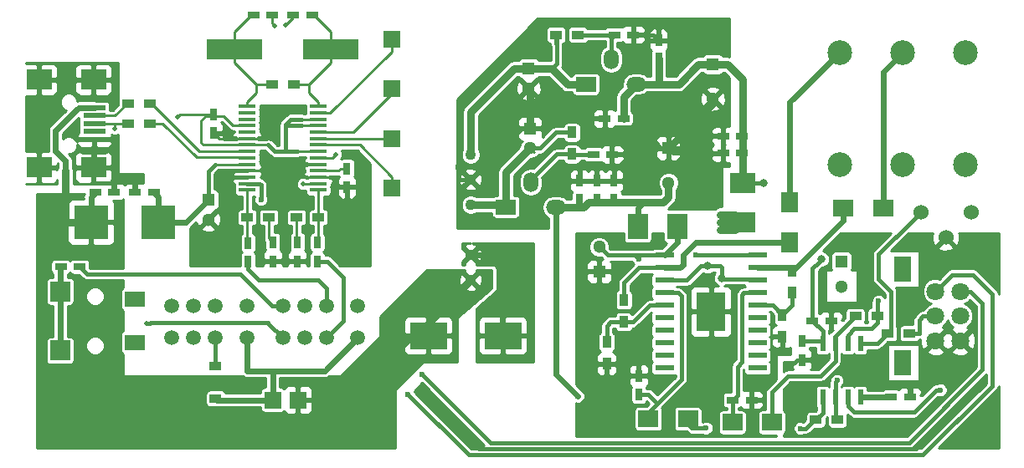
<source format=gtl>
G04 #@! TF.FileFunction,Copper,L1,Top,Signal*
%FSLAX46Y46*%
G04 Gerber Fmt 4.6, Leading zero omitted, Abs format (unit mm)*
G04 Created by KiCad (PCBNEW 4.0.6) date Sat Sep  9 23:31:10 2017*
%MOMM*%
%LPD*%
G01*
G04 APERTURE LIST*
%ADD10C,0.100000*%
%ADD11R,1.300000X1.300000*%
%ADD12C,1.300000*%
%ADD13R,2.499360X1.998980*%
%ADD14R,2.301240X0.500380*%
%ADD15R,1.200000X0.750000*%
%ADD16R,0.750000X1.200000*%
%ADD17R,3.750000X2.700000*%
%ADD18R,1.200000X0.900000*%
%ADD19C,2.500000*%
%ADD20C,1.500000*%
%ADD21R,3.500000X3.500000*%
%ADD22R,2.500000X2.000000*%
%ADD23R,2.000000X2.500000*%
%ADD24R,2.000000X1.700000*%
%ADD25R,0.900000X1.200000*%
%ADD26R,1.700000X2.000000*%
%ADD27C,1.800000*%
%ADD28R,1.800000X2.500000*%
%ADD29R,1.750000X0.450000*%
%ADD30R,0.600000X1.550000*%
%ADD31R,1.950000X0.600000*%
%ADD32R,3.000000X4.000000*%
%ADD33R,5.600700X2.100580*%
%ADD34R,1.700000X1.700000*%
%ADD35R,2.000000X2.000000*%
%ADD36R,2.000000X1.500000*%
%ADD37O,1.998980X1.501140*%
%ADD38R,1.998980X1.501140*%
%ADD39O,1.501140X1.998980*%
%ADD40C,1.100000*%
%ADD41C,1.524000*%
%ADD42C,0.500000*%
%ADD43C,0.700000*%
%ADD44C,0.600000*%
%ADD45C,0.800000*%
%ADD46C,0.600000*%
%ADD47C,0.400000*%
%ADD48C,0.250000*%
%ADD49C,0.800000*%
%ADD50C,0.254000*%
G04 APERTURE END LIST*
D10*
D11*
X83000000Y-22500000D03*
D12*
X83000000Y-26000000D03*
D13*
X14851160Y-32950080D03*
X20350260Y-32950080D03*
X14851160Y-24049920D03*
X20350260Y-24049920D03*
D14*
X20449320Y-30100200D03*
X20449320Y-29300100D03*
X20449320Y-28500000D03*
X20449320Y-27699900D03*
X20449320Y-26899800D03*
D12*
X31980000Y-38220000D03*
D11*
X31980000Y-36220000D03*
D15*
X26450000Y-35500000D03*
X24550000Y-35500000D03*
X22450000Y-35500000D03*
X20550000Y-35500000D03*
X38450000Y-17500000D03*
X36550000Y-17500000D03*
D16*
X32500000Y-27550000D03*
X32500000Y-29450000D03*
D15*
X17050000Y-43000000D03*
X18950000Y-43000000D03*
D16*
X36000000Y-42500000D03*
X36000000Y-40600000D03*
D17*
X61775000Y-50000000D03*
X54225000Y-50000000D03*
D16*
X38500000Y-42450000D03*
X38500000Y-40550000D03*
X41000000Y-40550000D03*
X41000000Y-42450000D03*
D15*
X40550000Y-17500000D03*
X42450000Y-17500000D03*
D16*
X43000000Y-42450000D03*
X43000000Y-40550000D03*
D12*
X64360000Y-24920000D03*
D11*
X64360000Y-22920000D03*
D12*
X64500000Y-31000000D03*
D11*
X64500000Y-29000000D03*
D16*
X46000000Y-34950000D03*
X46000000Y-33050000D03*
D15*
X72050000Y-28000000D03*
X73950000Y-28000000D03*
D16*
X73000000Y-36200000D03*
X73000000Y-34300000D03*
D11*
X78500000Y-31000000D03*
D12*
X78500000Y-34500000D03*
D15*
X94950000Y-48500000D03*
X93050000Y-48500000D03*
D16*
X92000000Y-52450000D03*
X92000000Y-50550000D03*
X75500000Y-54050000D03*
X75500000Y-55950000D03*
D15*
X86900000Y-56500000D03*
X85000000Y-56500000D03*
D12*
X96000000Y-45000000D03*
D11*
X96000000Y-42500000D03*
D15*
X101020000Y-56180000D03*
X102920000Y-56180000D03*
D12*
X71500000Y-41000000D03*
D11*
X71500000Y-43500000D03*
D18*
X32710000Y-53060000D03*
X32710000Y-56360000D03*
D19*
X108500000Y-32700000D03*
X102150000Y-32700000D03*
X95800000Y-32700000D03*
X95800000Y-21300000D03*
X102150000Y-21300000D03*
X108500000Y-21300000D03*
D20*
X39500000Y-50200000D03*
X41700000Y-50200000D03*
X43900000Y-50200000D03*
X39500000Y-47000000D03*
X41700000Y-47000000D03*
X43900000Y-47000000D03*
X47100000Y-47000000D03*
X47100000Y-50200000D03*
X28300000Y-50200000D03*
X30500000Y-50200000D03*
X32700000Y-50200000D03*
X28300000Y-47000000D03*
X30500000Y-47000000D03*
X32700000Y-47000000D03*
X35900000Y-47000000D03*
X35900000Y-50200000D03*
D21*
X26903600Y-38500000D03*
X20096400Y-38500000D03*
D22*
X86000000Y-38500000D03*
X86000000Y-34500000D03*
D23*
X75410000Y-38950000D03*
X79410000Y-38950000D03*
D18*
X26100000Y-28500000D03*
X23900000Y-28500000D03*
X23900000Y-26500000D03*
X26100000Y-26500000D03*
X35900000Y-38000000D03*
X38100000Y-38000000D03*
X40600000Y-24500000D03*
X38400000Y-24500000D03*
X40900000Y-38000000D03*
X43100000Y-38000000D03*
X95600000Y-58500000D03*
X93400000Y-58500000D03*
X99600000Y-48000000D03*
X97400000Y-48000000D03*
D24*
X80470000Y-58420000D03*
X76470000Y-58420000D03*
X88960000Y-58780000D03*
X84960000Y-58780000D03*
D25*
X90000000Y-47900000D03*
X90000000Y-50100000D03*
X72250000Y-52850000D03*
X72250000Y-50650000D03*
X74000000Y-46400000D03*
X74000000Y-48600000D03*
X91000000Y-45600000D03*
X91000000Y-43400000D03*
D26*
X90750000Y-40500000D03*
X90750000Y-36500000D03*
D24*
X96190000Y-37090000D03*
X100190000Y-37090000D03*
D27*
X105500000Y-48000000D03*
X105500000Y-50500000D03*
X105500000Y-45500000D03*
X108000000Y-50500000D03*
X108000000Y-48000000D03*
X108000000Y-45500000D03*
D28*
X102200000Y-43250000D03*
X102200000Y-52750000D03*
D29*
X43100000Y-26775000D03*
X43100000Y-27425000D03*
X43100000Y-28075000D03*
X43100000Y-28725000D03*
X43100000Y-29375000D03*
X43100000Y-30025000D03*
X43100000Y-30675000D03*
X43100000Y-31325000D03*
X43100000Y-31975000D03*
X43100000Y-32625000D03*
X43100000Y-33275000D03*
X43100000Y-33925000D03*
X43100000Y-34575000D03*
X43100000Y-35225000D03*
X35900000Y-35225000D03*
X35900000Y-34575000D03*
X35900000Y-33925000D03*
X35900000Y-33275000D03*
X35900000Y-32625000D03*
X35900000Y-31975000D03*
X35900000Y-31325000D03*
X35900000Y-30675000D03*
X35900000Y-30025000D03*
X35900000Y-29375000D03*
X35900000Y-28725000D03*
X35900000Y-28075000D03*
X35900000Y-27425000D03*
X35900000Y-26775000D03*
D30*
X94095000Y-50800000D03*
X95365000Y-50800000D03*
X96635000Y-50800000D03*
X97905000Y-50800000D03*
X97905000Y-56200000D03*
X96635000Y-56200000D03*
X95365000Y-56200000D03*
X94095000Y-56200000D03*
D31*
X87500000Y-41840000D03*
X87500000Y-43110000D03*
X87500000Y-44380000D03*
X87500000Y-45650000D03*
X87500000Y-46920000D03*
X87500000Y-48190000D03*
X87500000Y-49460000D03*
X87500000Y-50730000D03*
X87500000Y-52000000D03*
X87500000Y-53270000D03*
X78100000Y-53270000D03*
X78100000Y-52000000D03*
X78100000Y-50730000D03*
X78100000Y-49460000D03*
X78100000Y-48190000D03*
X78100000Y-46920000D03*
X78100000Y-45650000D03*
X78100000Y-44380000D03*
X78100000Y-43110000D03*
X78100000Y-41840000D03*
D32*
X82800000Y-47555000D03*
D33*
X44348860Y-21000000D03*
X34651140Y-21000000D03*
D34*
X50500000Y-25000000D03*
X50500000Y-30000000D03*
X50500000Y-35000000D03*
X50500000Y-20000000D03*
D35*
X17000000Y-51500000D03*
X17000000Y-45500000D03*
D36*
X24500000Y-50700000D03*
X24500000Y-46300000D03*
D15*
X74950000Y-19500000D03*
X73050000Y-19500000D03*
X72800000Y-31620000D03*
X70900000Y-31620000D03*
D37*
X75250000Y-24500000D03*
D38*
X70170000Y-24500000D03*
D39*
X72710000Y-21960000D03*
D37*
X67130000Y-36970000D03*
D38*
X62050000Y-36970000D03*
D39*
X64590000Y-34430000D03*
D18*
X69350000Y-19500000D03*
X67150000Y-19500000D03*
D25*
X68750000Y-29400000D03*
X68750000Y-31600000D03*
D15*
X84050000Y-29750000D03*
X85950000Y-29750000D03*
D16*
X71250000Y-36200000D03*
X71250000Y-34300000D03*
X77500000Y-20050000D03*
X77500000Y-21950000D03*
X69500000Y-36200000D03*
X69500000Y-34300000D03*
D15*
X84050000Y-31500000D03*
X85950000Y-31500000D03*
D40*
X58500000Y-44350000D03*
X58500000Y-41810000D03*
X58500000Y-36730000D03*
X58500000Y-34190000D03*
X58500000Y-31650000D03*
D18*
X102850000Y-49750000D03*
X100650000Y-49750000D03*
D41*
X109080000Y-37500000D03*
X104000000Y-37500000D03*
X106540000Y-40040000D03*
D34*
X38500000Y-56500000D03*
X41040000Y-56500000D03*
D42*
X14500000Y-30500000D03*
X17749996Y-24250000D03*
X14750000Y-26250004D03*
D43*
X19250000Y-31250000D03*
X21500000Y-31250000D03*
X20750000Y-31250000D03*
X20000000Y-31250000D03*
D42*
X38240000Y-29740000D03*
X33500000Y-33850000D03*
X24500000Y-34500000D03*
X22500000Y-34500000D03*
X37960000Y-33120000D03*
X40630000Y-33090000D03*
X39780000Y-18540000D03*
X38670000Y-18570000D03*
X39740000Y-42010000D03*
D44*
X37300000Y-36180000D03*
D42*
X28820000Y-27830000D03*
X25750000Y-48720000D03*
D44*
X100000000Y-45500000D03*
X75750000Y-52750000D03*
D42*
X95000000Y-47250000D03*
D44*
X108980000Y-55970002D03*
X53980002Y-56030000D03*
X91000000Y-56000000D03*
X109500000Y-59500000D03*
X81500000Y-56500000D03*
X74000000Y-57500000D03*
X57290000Y-34180000D03*
X57410000Y-35150000D03*
X57260000Y-32950000D03*
X77000000Y-31750000D03*
X76250000Y-31750000D03*
X76250000Y-31000000D03*
X76250000Y-30250000D03*
X77000000Y-30250000D03*
X77000000Y-31000000D03*
X90840000Y-53090000D03*
X86990000Y-55510000D03*
X102700000Y-55100000D03*
X89910000Y-51410000D03*
D19*
X82800000Y-47555000D03*
D42*
X41560000Y-34620000D03*
X44880000Y-31640000D03*
D45*
X88090000Y-34540000D03*
D44*
X69342000Y-56134000D03*
D45*
X94000000Y-42250000D03*
D44*
X83750000Y-39250000D03*
X83750000Y-37750000D03*
X83750000Y-38500000D03*
D45*
X82470000Y-42934998D03*
X83870000Y-44160000D03*
D44*
X99750000Y-56210000D03*
X75500000Y-42250000D03*
X81300000Y-41840000D03*
D42*
X22520000Y-29040000D03*
D44*
X52170000Y-55920000D03*
X53580000Y-53910000D03*
X95550000Y-54540000D03*
X91839998Y-59380000D03*
X82310000Y-59350000D03*
X99750000Y-46500000D03*
X106000000Y-55500000D03*
D46*
X61775000Y-50000000D02*
X61750000Y-49975000D01*
X61750000Y-49975000D02*
X61750000Y-43250000D01*
X61750000Y-43250000D02*
X60310000Y-41810000D01*
X60310000Y-41810000D02*
X58500000Y-41810000D01*
D47*
X22500000Y-34500000D02*
X20250000Y-34500000D01*
D48*
X14749999Y-30749999D02*
X14500000Y-30500000D01*
X14851160Y-30851160D02*
X14749999Y-30749999D01*
X14851160Y-32950080D02*
X14851160Y-30851160D01*
X20350260Y-24049920D02*
X17950076Y-24049920D01*
X17950076Y-24049920D02*
X17749996Y-24250000D01*
X14851160Y-26148844D02*
X14750000Y-26250004D01*
X14851160Y-24049920D02*
X14851160Y-26148844D01*
D49*
X20000000Y-31250000D02*
X19250000Y-31250000D01*
X20750000Y-31250000D02*
X21500000Y-31250000D01*
X20449320Y-31250000D02*
X20750000Y-31250000D01*
D47*
X20449320Y-31250000D02*
X20449320Y-32851020D01*
D49*
X20449320Y-31250000D02*
X20000000Y-31250000D01*
D47*
X20449320Y-30100200D02*
X20449320Y-31250000D01*
X20449320Y-32851020D02*
X20350260Y-32950080D01*
D48*
X37955000Y-30025000D02*
X37990001Y-29989999D01*
X35900000Y-30025000D02*
X37955000Y-30025000D01*
X37990001Y-29989999D02*
X38240000Y-29740000D01*
D47*
X32700000Y-50200000D02*
X32700000Y-53050000D01*
X32700000Y-53050000D02*
X32710000Y-53060000D01*
X35900000Y-33925000D02*
X33575000Y-33925000D01*
X33575000Y-33925000D02*
X33500000Y-33850000D01*
X33500000Y-33500000D02*
X33500000Y-33850000D01*
X34400000Y-33500000D02*
X33500000Y-33500000D01*
X35900000Y-33275000D02*
X34625000Y-33275000D01*
X34625000Y-33275000D02*
X34400000Y-33500000D01*
D46*
X24550000Y-35500000D02*
X24550000Y-34550000D01*
X24550000Y-34550000D02*
X24500000Y-34500000D01*
X22450000Y-35500000D02*
X22450000Y-34550000D01*
X22450000Y-34550000D02*
X22500000Y-34500000D01*
D48*
X35900000Y-33275000D02*
X37805000Y-33275000D01*
X37805000Y-33275000D02*
X37960000Y-33120000D01*
X43100000Y-32625000D02*
X41095000Y-32625000D01*
X40879999Y-32840001D02*
X40630000Y-33090000D01*
X41465000Y-33925000D02*
X40879999Y-33339999D01*
X41095000Y-32625000D02*
X40879999Y-32840001D01*
X40879999Y-33339999D02*
X40630000Y-33090000D01*
X43100000Y-33925000D02*
X41465000Y-33925000D01*
X46000000Y-34950000D02*
X45375000Y-34950000D01*
X45375000Y-34950000D02*
X44350000Y-33925000D01*
X44350000Y-33925000D02*
X44225000Y-33925000D01*
X44225000Y-33925000D02*
X43100000Y-33925000D01*
X40550000Y-17500000D02*
X40550000Y-17770000D01*
X40550000Y-17770000D02*
X39780000Y-18540000D01*
X38450000Y-17500000D02*
X38450000Y-18350000D01*
X38450000Y-18350000D02*
X38670000Y-18570000D01*
X35900000Y-30025000D02*
X33075000Y-30025000D01*
X33075000Y-30025000D02*
X32500000Y-29450000D01*
X39710000Y-42450000D02*
X41000000Y-42450000D01*
X39125000Y-42450000D02*
X39710000Y-42450000D01*
X39710000Y-42450000D02*
X39710000Y-42040000D01*
X39710000Y-42040000D02*
X39740000Y-42010000D01*
X38500000Y-42450000D02*
X39125000Y-42450000D01*
D47*
X31980000Y-36220000D02*
X31980000Y-33320000D01*
X31980000Y-33320000D02*
X32675000Y-32625000D01*
D46*
X26903600Y-38500000D02*
X26903600Y-35953600D01*
X26903600Y-35953600D02*
X26450000Y-35500000D01*
X26903600Y-38500000D02*
X29700000Y-38500000D01*
X29700000Y-38500000D02*
X31980000Y-36220000D01*
D48*
X35900000Y-32625000D02*
X32675000Y-32625000D01*
D49*
X39610000Y-59030000D02*
X45210000Y-59030000D01*
X45210000Y-59030000D02*
X44340000Y-58160000D01*
X44340000Y-58160000D02*
X52500000Y-50000000D01*
X52500000Y-50000000D02*
X54225000Y-50000000D01*
D46*
X20449320Y-26899800D02*
X18850200Y-26899800D01*
X18850200Y-26899800D02*
X16530000Y-29220000D01*
X16530000Y-29220000D02*
X16530000Y-31270000D01*
X16530000Y-31270000D02*
X17510000Y-32250000D01*
X17510000Y-32250000D02*
X17510000Y-33258992D01*
D49*
X20560000Y-59030000D02*
X39610000Y-59030000D01*
X39660000Y-58980000D02*
X39610000Y-59030000D01*
X20096400Y-38500000D02*
X17546400Y-38500000D01*
X17546400Y-38500000D02*
X17510000Y-38463600D01*
X17510000Y-38463600D02*
X17510000Y-36470000D01*
X17510000Y-36470000D02*
X14930000Y-39050000D01*
X14930000Y-39050000D02*
X14930000Y-53400000D01*
X14930000Y-53400000D02*
X20560000Y-59030000D01*
D46*
X20096400Y-38500000D02*
X20096400Y-35953600D01*
X20096400Y-35953600D02*
X20550000Y-35500000D01*
D49*
X54225000Y-50000000D02*
X54225000Y-48625000D01*
X54225000Y-48625000D02*
X58500000Y-44350000D01*
X17510000Y-33258992D02*
X17510000Y-36470000D01*
D47*
X37300000Y-36180000D02*
X37300000Y-34700000D01*
X37300000Y-34700000D02*
X37175000Y-34575000D01*
X37175000Y-34575000D02*
X35900000Y-34575000D01*
D48*
X35900000Y-26775000D02*
X35900000Y-26300000D01*
X35900000Y-26300000D02*
X36850850Y-25349150D01*
X36850850Y-25349150D02*
X36850850Y-24500000D01*
X34651140Y-21000000D02*
X34651140Y-22300290D01*
X34651140Y-22300290D02*
X36850850Y-24500000D01*
X36850850Y-24500000D02*
X37550000Y-24500000D01*
X37550000Y-24500000D02*
X38400000Y-24500000D01*
X34651140Y-21000000D02*
X34651140Y-19173860D01*
X34651140Y-19173860D02*
X36325000Y-17500000D01*
X36325000Y-17500000D02*
X36550000Y-17500000D01*
X41400000Y-28075000D02*
X43100000Y-28075000D01*
D47*
X40315000Y-28075000D02*
X41400000Y-28075000D01*
X41420000Y-28725000D02*
X39835000Y-28725000D01*
D48*
X43100000Y-28725000D02*
X41420000Y-28725000D01*
D47*
X39835000Y-28725000D02*
X39750000Y-28640000D01*
X38685000Y-31325000D02*
X38035000Y-30675000D01*
X39750000Y-31325000D02*
X38685000Y-31325000D01*
X39750000Y-31325000D02*
X40970000Y-31325000D01*
X39750000Y-30960000D02*
X39750000Y-31325000D01*
D48*
X39750000Y-30960000D02*
X39750000Y-28790000D01*
D47*
X39750000Y-28640000D02*
X39750000Y-30960000D01*
X40315000Y-28075000D02*
X39750000Y-28640000D01*
D48*
X38035000Y-30675000D02*
X35900000Y-30675000D01*
X39815000Y-28725000D02*
X39750000Y-28790000D01*
X39750000Y-28790000D02*
X39750000Y-28640000D01*
X43100000Y-31325000D02*
X40970000Y-31325000D01*
X29100000Y-27550000D02*
X29069999Y-27580001D01*
X29069999Y-27580001D02*
X28820000Y-27830000D01*
X32500000Y-27550000D02*
X29100000Y-27550000D01*
X32500000Y-27775000D02*
X33535000Y-27775000D01*
X33535000Y-27775000D02*
X34485000Y-28725000D01*
X34485000Y-28725000D02*
X34775000Y-28725000D01*
X34775000Y-28725000D02*
X35900000Y-28725000D01*
X35900000Y-30675000D02*
X31465000Y-30675000D01*
X31705000Y-27775000D02*
X32500000Y-27775000D01*
X31465000Y-30675000D02*
X31260000Y-30470000D01*
X31260000Y-30470000D02*
X31260000Y-28220000D01*
X31260000Y-28220000D02*
X31705000Y-27775000D01*
X32500000Y-27550000D02*
X32500000Y-27775000D01*
D46*
X17000000Y-45500000D02*
X17000000Y-43050000D01*
X17000000Y-43050000D02*
X17050000Y-43000000D01*
X17000000Y-51500000D02*
X17000000Y-49900000D01*
X17000000Y-49900000D02*
X17000000Y-45500000D01*
D47*
X18950000Y-43000000D02*
X19700000Y-43750000D01*
X19700000Y-43750000D02*
X35189340Y-43750000D01*
X35189340Y-43750000D02*
X38439340Y-47000000D01*
X38439340Y-47000000D02*
X39500000Y-47000000D01*
X38010000Y-48690000D02*
X38010000Y-48710000D01*
X38010000Y-48710000D02*
X39500000Y-50200000D01*
X25750000Y-48720000D02*
X26103553Y-48720000D01*
X26103553Y-48720000D02*
X26133553Y-48690000D01*
X26133553Y-48690000D02*
X38010000Y-48690000D01*
X43900000Y-47000000D02*
X43900000Y-45170000D01*
X43070000Y-44340000D02*
X37100000Y-44340000D01*
X43900000Y-45170000D02*
X43070000Y-44340000D01*
X37100000Y-44340000D02*
X36000000Y-43240000D01*
X36000000Y-43240000D02*
X36000000Y-42500000D01*
D48*
X35900000Y-38000000D02*
X35900000Y-40500000D01*
X35900000Y-40500000D02*
X36000000Y-40600000D01*
X35900000Y-35225000D02*
X35900000Y-35700000D01*
X35900000Y-35700000D02*
X35900000Y-38000000D01*
X38100000Y-38000000D02*
X38100000Y-40150000D01*
X38100000Y-40150000D02*
X38500000Y-40550000D01*
X40900000Y-38000000D02*
X40900000Y-40450000D01*
X40900000Y-40450000D02*
X41000000Y-40550000D01*
X44348860Y-21000000D02*
X44348860Y-19173860D01*
X44348860Y-19173860D02*
X42675000Y-17500000D01*
X42675000Y-17500000D02*
X42450000Y-17500000D01*
X43100000Y-26775000D02*
X43100000Y-26300000D01*
X43100000Y-26300000D02*
X42149150Y-25349150D01*
X42149150Y-25349150D02*
X42149150Y-24500000D01*
X44348860Y-21000000D02*
X44348860Y-22300290D01*
X44348860Y-22300290D02*
X42149150Y-24500000D01*
X42149150Y-24500000D02*
X41450000Y-24500000D01*
X41450000Y-24500000D02*
X40600000Y-24500000D01*
D47*
X44010000Y-42450000D02*
X43000000Y-42450000D01*
X45630000Y-44070000D02*
X45630000Y-48470000D01*
X45630000Y-48470000D02*
X43900000Y-50200000D01*
X44010000Y-42450000D02*
X45630000Y-44070000D01*
D48*
X43900000Y-50200000D02*
X45390000Y-48710000D01*
X43100000Y-38000000D02*
X43100000Y-40450000D01*
X43100000Y-40450000D02*
X43000000Y-40550000D01*
X43100000Y-35225000D02*
X43100000Y-35700000D01*
X43100000Y-35700000D02*
X43100000Y-38000000D01*
D47*
X72250000Y-52850000D02*
X75650000Y-52850000D01*
X75650000Y-52850000D02*
X75750000Y-52750000D01*
X75500000Y-53000000D02*
X75750000Y-52750000D01*
X75500000Y-54050000D02*
X75500000Y-53000000D01*
X94950000Y-47300000D02*
X95000000Y-47250000D01*
X94950000Y-48500000D02*
X94950000Y-47300000D01*
X108680001Y-56270001D02*
X108980000Y-55970002D01*
X53980002Y-56030000D02*
X59370002Y-61420000D01*
X59370002Y-61420000D02*
X103530002Y-61420000D01*
X103530002Y-61420000D02*
X108680001Y-56270001D01*
X59360000Y-35370000D02*
X59550000Y-35180000D01*
X58054264Y-35370000D02*
X59360000Y-35370000D01*
X57410000Y-35150000D02*
X57834264Y-35150000D01*
X57834264Y-35150000D02*
X58054264Y-35370000D01*
X57300000Y-34190000D02*
X57290000Y-34180000D01*
X58500000Y-34190000D02*
X57300000Y-34190000D01*
X58500000Y-34190000D02*
X58370000Y-34190000D01*
X58370000Y-34190000D02*
X57410000Y-35150000D01*
X58500000Y-34190000D02*
X57260000Y-32950000D01*
X74950000Y-22260000D02*
X72050000Y-25160000D01*
X72050000Y-25160000D02*
X72050000Y-28000000D01*
X74950000Y-19500000D02*
X74950000Y-22260000D01*
X64500000Y-29000000D02*
X65550000Y-29000000D01*
X65550000Y-29000000D02*
X66550000Y-28000000D01*
X66550000Y-28000000D02*
X71050000Y-28000000D01*
X71050000Y-28000000D02*
X72050000Y-28000000D01*
X58500000Y-34190000D02*
X63690000Y-29000000D01*
X63690000Y-29000000D02*
X64500000Y-29000000D01*
X71250000Y-34300000D02*
X69500000Y-34300000D01*
X73000000Y-34300000D02*
X71250000Y-34300000D01*
X76196000Y-33086000D02*
X74390000Y-31280000D01*
X74390000Y-31280000D02*
X72050000Y-28940000D01*
X72800000Y-31620000D02*
X73800000Y-31620000D01*
X73800000Y-31620000D02*
X74140000Y-31280000D01*
X74140000Y-31280000D02*
X74390000Y-31280000D01*
X78500000Y-31000000D02*
X78500000Y-32050000D01*
X78500000Y-32050000D02*
X77464000Y-33086000D01*
X72050000Y-28940000D02*
X72050000Y-28000000D01*
X77464000Y-33086000D02*
X76196000Y-33086000D01*
X76250000Y-31750000D02*
X77000000Y-31750000D01*
X76250000Y-30250000D02*
X76250000Y-31000000D01*
X78500000Y-31000000D02*
X77750000Y-31000000D01*
X77750000Y-31000000D02*
X77000000Y-30250000D01*
X78500000Y-31000000D02*
X77000000Y-31000000D01*
D49*
X83000000Y-26500000D02*
X79750000Y-29750000D01*
X79750000Y-29750000D02*
X78500000Y-31000000D01*
D47*
X84050000Y-29750000D02*
X79750000Y-29750000D01*
D49*
X83000000Y-26000000D02*
X83000000Y-26500000D01*
D47*
X74950000Y-19500000D02*
X76950000Y-19500000D01*
X76950000Y-19500000D02*
X77500000Y-20050000D01*
X84050000Y-31500000D02*
X79000000Y-31500000D01*
X79000000Y-31500000D02*
X78500000Y-31000000D01*
X92000000Y-52450000D02*
X91480000Y-52450000D01*
X91480000Y-52450000D02*
X90840000Y-53090000D01*
X86900000Y-56500000D02*
X86900000Y-55600000D01*
X86900000Y-55600000D02*
X86990000Y-55510000D01*
D46*
X102920000Y-56180000D02*
X102920000Y-55320000D01*
X102920000Y-55320000D02*
X102700000Y-55100000D01*
D47*
X90000000Y-50100000D02*
X90000000Y-51320000D01*
X90000000Y-51320000D02*
X89910000Y-51410000D01*
D49*
X64500000Y-29000000D02*
X64500000Y-25060000D01*
X64500000Y-25060000D02*
X64360000Y-24920000D01*
X66710000Y-22920000D02*
X68290000Y-24500000D01*
X68290000Y-24500000D02*
X70170000Y-24500000D01*
D47*
X67150000Y-19500000D02*
X67150000Y-20350000D01*
X67150000Y-20350000D02*
X67220000Y-20420000D01*
X67220000Y-20420000D02*
X67220000Y-22410000D01*
X66710000Y-22920000D02*
X67220000Y-22410000D01*
X67220000Y-22410000D02*
X67220000Y-19810000D01*
D49*
X64360000Y-22920000D02*
X66710000Y-22920000D01*
X58500000Y-31650000D02*
X58500000Y-27330000D01*
X58500000Y-27330000D02*
X62910000Y-22920000D01*
X62910000Y-22920000D02*
X64360000Y-22920000D01*
D47*
X68750000Y-29400000D02*
X67100000Y-29400000D01*
X67100000Y-29400000D02*
X65500000Y-31000000D01*
X65500000Y-31000000D02*
X64500000Y-31000000D01*
D49*
X62050000Y-36970000D02*
X62050000Y-33450000D01*
X62050000Y-33450000D02*
X64500000Y-31000000D01*
D48*
X64900000Y-31400000D02*
X64500000Y-31000000D01*
D49*
X58500000Y-36730000D02*
X61810000Y-36730000D01*
X61810000Y-36730000D02*
X62050000Y-36970000D01*
D48*
X43100000Y-34575000D02*
X41605000Y-34575000D01*
X41605000Y-34575000D02*
X41560000Y-34620000D01*
X46000000Y-33050000D02*
X45375000Y-33050000D01*
X45375000Y-33050000D02*
X45150000Y-33275000D01*
X45150000Y-33275000D02*
X44225000Y-33275000D01*
X44225000Y-33275000D02*
X43100000Y-33275000D01*
X44880000Y-31640000D02*
X44545000Y-31975000D01*
X44545000Y-31975000D02*
X43100000Y-31975000D01*
D49*
X83000000Y-22500000D02*
X81550000Y-22500000D01*
X81550000Y-22500000D02*
X79550000Y-24500000D01*
X79550000Y-24500000D02*
X77500000Y-24500000D01*
X75250000Y-24500000D02*
X77500000Y-24500000D01*
X77500000Y-21950000D02*
X77500000Y-23350000D01*
X77500000Y-23350000D02*
X77500000Y-24500000D01*
X73950000Y-28000000D02*
X73950000Y-25800000D01*
X73950000Y-25800000D02*
X75250000Y-24500000D01*
D47*
X85950000Y-31500000D02*
X85950000Y-30300000D01*
X85950000Y-30300000D02*
X86000000Y-30250000D01*
D49*
X86000000Y-34500000D02*
X86000000Y-30250000D01*
D47*
X85950000Y-29750000D02*
X85950000Y-30200000D01*
D49*
X86000000Y-30250000D02*
X86000000Y-24050000D01*
D47*
X85950000Y-30200000D02*
X86000000Y-30250000D01*
X88090000Y-34540000D02*
X86040000Y-34540000D01*
X86040000Y-34540000D02*
X86000000Y-34500000D01*
D49*
X86000000Y-24050000D02*
X84450000Y-22500000D01*
X84450000Y-22500000D02*
X83000000Y-22500000D01*
D47*
X73000000Y-36200000D02*
X72924000Y-36200000D01*
X72924000Y-36200000D02*
X72644000Y-36480000D01*
D49*
X72644000Y-36480000D02*
X71250000Y-36480000D01*
X71250000Y-36480000D02*
X70423600Y-36480000D01*
D47*
X71250000Y-36200000D02*
X71250000Y-36480000D01*
X69500000Y-36200000D02*
X69500000Y-36536400D01*
X69500000Y-36536400D02*
X69933600Y-36970000D01*
D49*
X78000000Y-36480000D02*
X75946000Y-36480000D01*
X75946000Y-36480000D02*
X72644000Y-36480000D01*
D46*
X75410000Y-38950000D02*
X75410000Y-37100000D01*
X75410000Y-37100000D02*
X75946000Y-36564000D01*
X75946000Y-36564000D02*
X75946000Y-36480000D01*
X69342000Y-56134000D02*
X67130000Y-53922000D01*
X67130000Y-53922000D02*
X67130000Y-36970000D01*
D49*
X70423600Y-36480000D02*
X69933600Y-36970000D01*
X69933600Y-36970000D02*
X67130000Y-36970000D01*
X78500000Y-34500000D02*
X78500000Y-35980000D01*
X78500000Y-35980000D02*
X78000000Y-36480000D01*
X70423600Y-36480000D02*
X70403600Y-36500000D01*
D47*
X70500000Y-36403600D02*
X70403600Y-36500000D01*
X93700001Y-42549999D02*
X94000000Y-42250000D01*
X93050000Y-48500000D02*
X93050000Y-43200000D01*
X93050000Y-43200000D02*
X93700001Y-42549999D01*
X94095000Y-50800000D02*
X94095000Y-49545000D01*
X94095000Y-49545000D02*
X93050000Y-48500000D01*
X92000000Y-50550000D02*
X93845000Y-50550000D01*
X93845000Y-50550000D02*
X94095000Y-50800000D01*
X77390000Y-56860000D02*
X76480000Y-55950000D01*
X76480000Y-55950000D02*
X75500000Y-55950000D01*
X79820000Y-54430000D02*
X77390000Y-56860000D01*
X76500000Y-59000000D02*
X76500000Y-57750000D01*
X76500000Y-57750000D02*
X77390000Y-56860000D01*
X78100000Y-45650000D02*
X79475000Y-45650000D01*
X79475000Y-45650000D02*
X79820000Y-45995000D01*
X79820000Y-45995000D02*
X79820000Y-54430000D01*
X85000000Y-59000000D02*
X85000000Y-56500000D01*
X87500000Y-45650000D02*
X86125000Y-45650000D01*
X85920000Y-52660000D02*
X85460000Y-53120000D01*
X86125000Y-45650000D02*
X85920000Y-45855000D01*
X85460000Y-53120000D02*
X85460000Y-56040000D01*
X85920000Y-45855000D02*
X85920000Y-52660000D01*
X85460000Y-56040000D02*
X85000000Y-56500000D01*
D49*
X83750000Y-39250000D02*
X85250000Y-39250000D01*
X85250000Y-39250000D02*
X86000000Y-38500000D01*
X83750000Y-37750000D02*
X85250000Y-37750000D01*
X85250000Y-37750000D02*
X86000000Y-38500000D01*
D47*
X82470000Y-42934998D02*
X83684998Y-42934998D01*
X83684998Y-42934998D02*
X83870000Y-43120000D01*
X83870000Y-43120000D02*
X83870000Y-44160000D01*
X78100000Y-44380000D02*
X80370000Y-44380000D01*
X80370000Y-44380000D02*
X81815002Y-42934998D01*
X81815002Y-42934998D02*
X82470000Y-42934998D01*
D49*
X86000000Y-38500000D02*
X83750000Y-38500000D01*
D47*
X87500000Y-44380000D02*
X87380000Y-44260000D01*
X87380000Y-44260000D02*
X83970000Y-44260000D01*
X83970000Y-44260000D02*
X83870000Y-44160000D01*
D46*
X99750000Y-56210000D02*
X100990000Y-56210000D01*
X100990000Y-56210000D02*
X101020000Y-56180000D01*
X99750000Y-56210000D02*
X97915000Y-56210000D01*
X97915000Y-56210000D02*
X97905000Y-56200000D01*
D47*
X75000000Y-41840000D02*
X78100000Y-41840000D01*
X72340000Y-41840000D02*
X75000000Y-41840000D01*
X75000000Y-41840000D02*
X75090000Y-41840000D01*
X75090000Y-41840000D02*
X75500000Y-42250000D01*
D46*
X79410000Y-38950000D02*
X79410000Y-40530000D01*
X79410000Y-40530000D02*
X78100000Y-41840000D01*
D47*
X87500000Y-41840000D02*
X81300000Y-41840000D01*
X72340000Y-41840000D02*
X71500000Y-41000000D01*
D46*
X38500000Y-56500000D02*
X32850000Y-56500000D01*
X32850000Y-56500000D02*
X32710000Y-56360000D01*
X36000000Y-56500000D02*
X38500000Y-56500000D01*
X35900000Y-53550000D02*
X38500000Y-53550000D01*
X38500000Y-53550000D02*
X43750000Y-53550000D01*
X38500000Y-56500000D02*
X38500000Y-55050000D01*
X38500000Y-55050000D02*
X38500000Y-53550000D01*
X35900000Y-53550000D02*
X35900000Y-51260660D01*
X43750000Y-53550000D02*
X47100000Y-50200000D01*
X35900000Y-51260660D02*
X35900000Y-50200000D01*
D48*
X22520000Y-29040000D02*
X22520000Y-28540000D01*
X22520000Y-28540000D02*
X22560000Y-28500000D01*
X22560000Y-28500000D02*
X22580000Y-28500000D01*
X20449320Y-28500000D02*
X22580000Y-28500000D01*
X22580000Y-28500000D02*
X23900000Y-28500000D01*
X20449320Y-27699900D02*
X22550100Y-27699900D01*
X22550100Y-27699900D02*
X23750000Y-26500000D01*
X23750000Y-26500000D02*
X23900000Y-26500000D01*
D46*
X90750000Y-36500000D02*
X90750000Y-26350000D01*
X90750000Y-26350000D02*
X95800000Y-21300000D01*
X100190000Y-37090000D02*
X100190000Y-23260000D01*
X100190000Y-23260000D02*
X102150000Y-21300000D01*
D47*
X52170000Y-55920000D02*
X58320011Y-62070011D01*
X58320011Y-62070011D02*
X104249989Y-62070011D01*
X104249989Y-62070011D02*
X111250000Y-55070000D01*
X111250000Y-55070000D02*
X111250000Y-45750000D01*
X111250000Y-45750000D02*
X109300000Y-43800000D01*
X107200000Y-43800000D02*
X105500000Y-45500000D01*
X109300000Y-43800000D02*
X107200000Y-43800000D01*
X53580000Y-53910000D02*
X60489989Y-60819989D01*
X60489989Y-60819989D02*
X102870011Y-60819989D01*
X102870011Y-60819989D02*
X110250000Y-53440000D01*
X110250000Y-53440000D02*
X110250000Y-46750000D01*
X110250000Y-46750000D02*
X109000000Y-45500000D01*
X109000000Y-45500000D02*
X108000000Y-45500000D01*
D48*
X26100000Y-28500000D02*
X27370000Y-28500000D01*
X27370000Y-28500000D02*
X30810000Y-31940000D01*
X30810000Y-31940000D02*
X35865000Y-31940000D01*
X35865000Y-31940000D02*
X35900000Y-31975000D01*
X26100000Y-26500000D02*
X26250000Y-26500000D01*
X26250000Y-26500000D02*
X31075000Y-31325000D01*
X31075000Y-31325000D02*
X35900000Y-31325000D01*
D47*
X95550000Y-54540000D02*
X95370000Y-54720000D01*
X95370000Y-54720000D02*
X95370000Y-56195000D01*
X95370000Y-56195000D02*
X95365000Y-56200000D01*
X95365000Y-56200000D02*
X95365000Y-58265000D01*
X95365000Y-58265000D02*
X95600000Y-58500000D01*
X92264262Y-59380000D02*
X91839998Y-59380000D01*
X92370000Y-59380000D02*
X92264262Y-59380000D01*
X93250000Y-58500000D02*
X92370000Y-59380000D01*
X93400000Y-58500000D02*
X93250000Y-58500000D01*
X81885736Y-59350000D02*
X82310000Y-59350000D01*
X80850000Y-59350000D02*
X81885736Y-59350000D01*
X80500000Y-59000000D02*
X80850000Y-59350000D01*
X94095000Y-56200000D02*
X94095000Y-57805000D01*
X94095000Y-57805000D02*
X93400000Y-58500000D01*
X99600000Y-46650000D02*
X99750000Y-46500000D01*
X99600000Y-48000000D02*
X99600000Y-46650000D01*
X96635000Y-50800000D02*
X96635000Y-49895000D01*
X96635000Y-49895000D02*
X97270000Y-49260000D01*
X97270000Y-49260000D02*
X99020000Y-49260000D01*
X99020000Y-49260000D02*
X99600000Y-48680000D01*
X99600000Y-48680000D02*
X99600000Y-48000000D01*
X95365000Y-50800000D02*
X95365000Y-52595000D01*
X95365000Y-52595000D02*
X93910000Y-54050000D01*
X93910000Y-54050000D02*
X90610000Y-54050000D01*
X90610000Y-54050000D02*
X88960000Y-55700000D01*
X88960000Y-55700000D02*
X88960000Y-58780000D01*
X97400000Y-48000000D02*
X95365000Y-50035000D01*
X95365000Y-50035000D02*
X95365000Y-50800000D01*
X91000000Y-45600000D02*
X91000000Y-46900000D01*
X91000000Y-46900000D02*
X90000000Y-47900000D01*
X90000000Y-47900000D02*
X89020000Y-46920000D01*
X89020000Y-46920000D02*
X87500000Y-46920000D01*
X72650000Y-48600000D02*
X72250000Y-49000000D01*
X72250000Y-49000000D02*
X72250000Y-50650000D01*
X74000000Y-48600000D02*
X72650000Y-48600000D01*
X78100000Y-46920000D02*
X76620000Y-46920000D01*
X76620000Y-46920000D02*
X74940000Y-48600000D01*
X74940000Y-48600000D02*
X74000000Y-48600000D01*
X74050000Y-48650000D02*
X74000000Y-48600000D01*
D46*
X78100000Y-43110000D02*
X79675000Y-43110000D01*
X79675000Y-43110000D02*
X79970000Y-42815000D01*
X79970000Y-42815000D02*
X79970000Y-41780000D01*
X79970000Y-41780000D02*
X81250000Y-40500000D01*
X81250000Y-40500000D02*
X90750000Y-40500000D01*
D47*
X78100000Y-43110000D02*
X75490000Y-43110000D01*
X75490000Y-43110000D02*
X74000000Y-44600000D01*
X74000000Y-44600000D02*
X74000000Y-46400000D01*
D46*
X96190000Y-37090000D02*
X96190000Y-38310000D01*
X96190000Y-38310000D02*
X91100000Y-43400000D01*
X91100000Y-43400000D02*
X91000000Y-43400000D01*
X87500000Y-43110000D02*
X90710000Y-43110000D01*
X90710000Y-43110000D02*
X91000000Y-43400000D01*
D48*
X50500000Y-25000000D02*
X50500000Y-25510000D01*
X50500000Y-25510000D02*
X46635000Y-29375000D01*
X46635000Y-29375000D02*
X44225000Y-29375000D01*
X44225000Y-29375000D02*
X43100000Y-29375000D01*
X43100000Y-30025000D02*
X50475000Y-30025000D01*
X50475000Y-30025000D02*
X50500000Y-30000000D01*
X43100000Y-30675000D02*
X47275000Y-30675000D01*
X50500000Y-33900000D02*
X50500000Y-35000000D01*
X47275000Y-30675000D02*
X50500000Y-33900000D01*
X50500000Y-20000000D02*
X50500000Y-21220000D01*
X50500000Y-21220000D02*
X44295000Y-27425000D01*
X44295000Y-27425000D02*
X43100000Y-27425000D01*
D47*
X71068920Y-19500000D02*
X69350000Y-19500000D01*
X72710000Y-21960000D02*
X72710000Y-19840000D01*
X72710000Y-19840000D02*
X73050000Y-19500000D01*
X71068920Y-19500000D02*
X73050000Y-19500000D01*
X70900000Y-31620000D02*
X68770000Y-31620000D01*
X68770000Y-31620000D02*
X68750000Y-31600000D01*
X68900000Y-31450000D02*
X68750000Y-31600000D01*
X64590000Y-34430000D02*
X64590000Y-34181080D01*
X64590000Y-34181080D02*
X67171080Y-31600000D01*
X67171080Y-31600000D02*
X67900000Y-31600000D01*
X67900000Y-31600000D02*
X68750000Y-31600000D01*
X96635000Y-56200000D02*
X96635000Y-57135000D01*
X96635000Y-57135000D02*
X97250000Y-57750000D01*
X97250000Y-57750000D02*
X103325736Y-57750000D01*
X103325736Y-57750000D02*
X105575736Y-55500000D01*
X105575736Y-55500000D02*
X106000000Y-55500000D01*
X102850000Y-49750000D02*
X103850000Y-49750000D01*
X103850000Y-49750000D02*
X103850000Y-48400000D01*
X103850000Y-48400000D02*
X104250000Y-48000000D01*
X104250000Y-48000000D02*
X105500000Y-48000000D01*
X100650000Y-49750000D02*
X101000000Y-49750000D01*
X99750000Y-44250000D02*
X99750000Y-41750000D01*
X101000000Y-49750000D02*
X101000000Y-45500000D01*
X101000000Y-45500000D02*
X99750000Y-44250000D01*
X99750000Y-41750000D02*
X103238001Y-38261999D01*
X103238001Y-38261999D02*
X104000000Y-37500000D01*
X100650000Y-49750000D02*
X99600000Y-50800000D01*
X99600000Y-50800000D02*
X98605000Y-50800000D01*
X98605000Y-50800000D02*
X97905000Y-50800000D01*
D50*
G36*
X84623000Y-21707412D02*
X84450000Y-21673000D01*
X84043517Y-21673000D01*
X83962073Y-21546433D01*
X83819381Y-21448936D01*
X83650000Y-21414635D01*
X82350000Y-21414635D01*
X82191763Y-21444409D01*
X82046433Y-21537927D01*
X81954142Y-21673000D01*
X81550000Y-21673000D01*
X81233521Y-21735952D01*
X80965223Y-21915223D01*
X79207446Y-23673000D01*
X78327000Y-23673000D01*
X78327000Y-21950000D01*
X78310365Y-21866371D01*
X78310365Y-21350000D01*
X78280591Y-21191763D01*
X78261277Y-21161749D01*
X78413327Y-21009698D01*
X78510000Y-20776309D01*
X78510000Y-20335750D01*
X78351250Y-20177000D01*
X77627000Y-20177000D01*
X77627000Y-20197000D01*
X77373000Y-20197000D01*
X77373000Y-20177000D01*
X76648750Y-20177000D01*
X76490000Y-20335750D01*
X76490000Y-20776309D01*
X76586673Y-21009698D01*
X76737598Y-21160624D01*
X76723936Y-21180619D01*
X76689635Y-21350000D01*
X76689635Y-21866371D01*
X76673000Y-21950000D01*
X76673000Y-23673000D01*
X76363322Y-23673000D01*
X76359535Y-23667332D01*
X75977504Y-23412067D01*
X75526867Y-23322430D01*
X74973133Y-23322430D01*
X74522496Y-23412067D01*
X74140465Y-23667332D01*
X73885200Y-24049363D01*
X73795563Y-24500000D01*
X73842828Y-24737618D01*
X73365223Y-25215223D01*
X73185952Y-25483521D01*
X73123000Y-25800000D01*
X73123000Y-27199974D01*
X73009698Y-27086673D01*
X72776309Y-26990000D01*
X72335750Y-26990000D01*
X72177000Y-27148750D01*
X72177000Y-27873000D01*
X72197000Y-27873000D01*
X72197000Y-28127000D01*
X72177000Y-28127000D01*
X72177000Y-28851250D01*
X72335750Y-29010000D01*
X72776309Y-29010000D01*
X73009698Y-28913327D01*
X73160624Y-28762402D01*
X73180619Y-28776064D01*
X73350000Y-28810365D01*
X73866371Y-28810365D01*
X73950000Y-28827000D01*
X74033629Y-28810365D01*
X74550000Y-28810365D01*
X74708237Y-28780591D01*
X74853567Y-28687073D01*
X74951064Y-28544381D01*
X74985365Y-28375000D01*
X74985365Y-27625000D01*
X74955591Y-27466763D01*
X74862073Y-27321433D01*
X74777000Y-27263305D01*
X74777000Y-26899016D01*
X82280590Y-26899016D01*
X82336271Y-27129611D01*
X82819078Y-27297622D01*
X83329428Y-27268083D01*
X83663729Y-27129611D01*
X83719410Y-26899016D01*
X83000000Y-26179605D01*
X82280590Y-26899016D01*
X74777000Y-26899016D01*
X74777000Y-26142554D01*
X75100476Y-25819078D01*
X81702378Y-25819078D01*
X81731917Y-26329428D01*
X81870389Y-26663729D01*
X82100984Y-26719410D01*
X82820395Y-26000000D01*
X83179605Y-26000000D01*
X83899016Y-26719410D01*
X84129611Y-26663729D01*
X84297622Y-26180922D01*
X84268083Y-25670572D01*
X84129611Y-25336271D01*
X83899016Y-25280590D01*
X83179605Y-26000000D01*
X82820395Y-26000000D01*
X82100984Y-25280590D01*
X81870389Y-25336271D01*
X81702378Y-25819078D01*
X75100476Y-25819078D01*
X75241985Y-25677570D01*
X75526867Y-25677570D01*
X75977504Y-25587933D01*
X76359535Y-25332668D01*
X76363322Y-25327000D01*
X79550000Y-25327000D01*
X79866479Y-25264048D01*
X80110521Y-25100984D01*
X82280590Y-25100984D01*
X83000000Y-25820395D01*
X83719410Y-25100984D01*
X83663729Y-24870389D01*
X83180922Y-24702378D01*
X82670572Y-24731917D01*
X82336271Y-24870389D01*
X82280590Y-25100984D01*
X80110521Y-25100984D01*
X80134777Y-25084777D01*
X81892554Y-23327000D01*
X81956483Y-23327000D01*
X82037927Y-23453567D01*
X82180619Y-23551064D01*
X82350000Y-23585365D01*
X83650000Y-23585365D01*
X83808237Y-23555591D01*
X83953567Y-23462073D01*
X84045858Y-23327000D01*
X84107446Y-23327000D01*
X84623000Y-23842554D01*
X84623000Y-28740000D01*
X84335750Y-28740000D01*
X84177000Y-28898750D01*
X84177000Y-29623000D01*
X84197000Y-29623000D01*
X84197000Y-29877000D01*
X84177000Y-29877000D01*
X84177000Y-30601250D01*
X84200750Y-30625000D01*
X84177000Y-30648750D01*
X84177000Y-31373000D01*
X84197000Y-31373000D01*
X84197000Y-31627000D01*
X84177000Y-31627000D01*
X84177000Y-32351250D01*
X84335750Y-32510000D01*
X84623000Y-32510000D01*
X84623000Y-32873000D01*
X84000000Y-32873000D01*
X83950590Y-32883006D01*
X83908965Y-32911447D01*
X83881685Y-32953841D01*
X83873000Y-33000000D01*
X83873000Y-36923000D01*
X83750000Y-36923000D01*
X83433521Y-36985952D01*
X83228414Y-37123000D01*
X78497640Y-37123000D01*
X78584777Y-37064777D01*
X79084777Y-36564777D01*
X79264048Y-36296479D01*
X79327000Y-35980000D01*
X79327000Y-35196223D01*
X79412504Y-35110868D01*
X79576813Y-34715168D01*
X79577187Y-34286711D01*
X79413569Y-33890725D01*
X79110868Y-33587496D01*
X78715168Y-33423187D01*
X78286711Y-33422813D01*
X77890725Y-33586431D01*
X77587496Y-33889132D01*
X77423187Y-34284832D01*
X77422813Y-34713289D01*
X77586431Y-35109275D01*
X77673000Y-35195995D01*
X77673000Y-35637446D01*
X77657446Y-35653000D01*
X73810365Y-35653000D01*
X73810365Y-35600000D01*
X73780591Y-35441763D01*
X73761277Y-35411749D01*
X73913327Y-35259698D01*
X74010000Y-35026309D01*
X74010000Y-34585750D01*
X73851250Y-34427000D01*
X73127000Y-34427000D01*
X73127000Y-34447000D01*
X72873000Y-34447000D01*
X72873000Y-34427000D01*
X72148750Y-34427000D01*
X72125000Y-34450750D01*
X72101250Y-34427000D01*
X71377000Y-34427000D01*
X71377000Y-34447000D01*
X71123000Y-34447000D01*
X71123000Y-34427000D01*
X70398750Y-34427000D01*
X70375000Y-34450750D01*
X70351250Y-34427000D01*
X69627000Y-34427000D01*
X69627000Y-34447000D01*
X69373000Y-34447000D01*
X69373000Y-34427000D01*
X68648750Y-34427000D01*
X68490000Y-34585750D01*
X68490000Y-35026309D01*
X68586673Y-35259698D01*
X68737598Y-35410624D01*
X68723936Y-35430619D01*
X68689635Y-35600000D01*
X68689635Y-36143000D01*
X68243322Y-36143000D01*
X68239535Y-36137332D01*
X67857504Y-35882067D01*
X67406867Y-35792430D01*
X66853133Y-35792430D01*
X66402496Y-35882067D01*
X66020465Y-36137332D01*
X65765200Y-36519363D01*
X65675563Y-36970000D01*
X65765200Y-37420637D01*
X66020465Y-37802668D01*
X66402496Y-38057933D01*
X66403000Y-38058033D01*
X66403000Y-39123000D01*
X57127000Y-39123000D01*
X57127000Y-36923485D01*
X57522830Y-36923485D01*
X57671256Y-37282703D01*
X57945851Y-37557778D01*
X58304810Y-37706830D01*
X58693485Y-37707170D01*
X59052703Y-37558744D01*
X59054450Y-37557000D01*
X60615145Y-37557000D01*
X60615145Y-37720570D01*
X60644919Y-37878807D01*
X60738437Y-38024137D01*
X60881129Y-38121634D01*
X61050510Y-38155935D01*
X63049490Y-38155935D01*
X63207727Y-38126161D01*
X63353057Y-38032643D01*
X63450554Y-37889951D01*
X63484855Y-37720570D01*
X63484855Y-36219430D01*
X63455081Y-36061193D01*
X63361563Y-35915863D01*
X63218871Y-35818366D01*
X63049490Y-35784065D01*
X62877000Y-35784065D01*
X62877000Y-34153133D01*
X63412430Y-34153133D01*
X63412430Y-34706867D01*
X63502067Y-35157504D01*
X63757332Y-35539535D01*
X64139363Y-35794800D01*
X64590000Y-35884437D01*
X65040637Y-35794800D01*
X65422668Y-35539535D01*
X65677933Y-35157504D01*
X65767570Y-34706867D01*
X65767570Y-34153133D01*
X65723950Y-33933842D01*
X66084101Y-33573691D01*
X68490000Y-33573691D01*
X68490000Y-34014250D01*
X68648750Y-34173000D01*
X69373000Y-34173000D01*
X69373000Y-33223750D01*
X69627000Y-33223750D01*
X69627000Y-34173000D01*
X70351250Y-34173000D01*
X70375000Y-34149250D01*
X70398750Y-34173000D01*
X71123000Y-34173000D01*
X71123000Y-33223750D01*
X71377000Y-33223750D01*
X71377000Y-34173000D01*
X72101250Y-34173000D01*
X72125000Y-34149250D01*
X72148750Y-34173000D01*
X72873000Y-34173000D01*
X72873000Y-33223750D01*
X73127000Y-33223750D01*
X73127000Y-34173000D01*
X73851250Y-34173000D01*
X74010000Y-34014250D01*
X74010000Y-33573691D01*
X73913327Y-33340302D01*
X73734699Y-33161673D01*
X73501310Y-33065000D01*
X73285750Y-33065000D01*
X73127000Y-33223750D01*
X72873000Y-33223750D01*
X72714250Y-33065000D01*
X72498690Y-33065000D01*
X72265301Y-33161673D01*
X72125000Y-33301975D01*
X71984699Y-33161673D01*
X71751310Y-33065000D01*
X71535750Y-33065000D01*
X71377000Y-33223750D01*
X71123000Y-33223750D01*
X70964250Y-33065000D01*
X70748690Y-33065000D01*
X70515301Y-33161673D01*
X70375000Y-33301975D01*
X70234699Y-33161673D01*
X70001310Y-33065000D01*
X69785750Y-33065000D01*
X69627000Y-33223750D01*
X69373000Y-33223750D01*
X69214250Y-33065000D01*
X68998690Y-33065000D01*
X68765301Y-33161673D01*
X68586673Y-33340302D01*
X68490000Y-33573691D01*
X66084101Y-33573691D01*
X67430792Y-32227000D01*
X67869715Y-32227000D01*
X67894409Y-32358237D01*
X67987927Y-32503567D01*
X68130619Y-32601064D01*
X68300000Y-32635365D01*
X69200000Y-32635365D01*
X69358237Y-32605591D01*
X69503567Y-32512073D01*
X69601064Y-32369381D01*
X69625847Y-32247000D01*
X69954744Y-32247000D01*
X69987927Y-32298567D01*
X70130619Y-32396064D01*
X70300000Y-32430365D01*
X71500000Y-32430365D01*
X71658237Y-32400591D01*
X71688251Y-32381277D01*
X71840302Y-32533327D01*
X72073691Y-32630000D01*
X72514250Y-32630000D01*
X72673000Y-32471250D01*
X72673000Y-31747000D01*
X72927000Y-31747000D01*
X72927000Y-32471250D01*
X73085750Y-32630000D01*
X73526309Y-32630000D01*
X73759698Y-32533327D01*
X73938327Y-32354699D01*
X74035000Y-32121310D01*
X74035000Y-31905750D01*
X73876250Y-31747000D01*
X72927000Y-31747000D01*
X72673000Y-31747000D01*
X72653000Y-31747000D01*
X72653000Y-31493000D01*
X72673000Y-31493000D01*
X72673000Y-30768750D01*
X72927000Y-30768750D01*
X72927000Y-31493000D01*
X73876250Y-31493000D01*
X74035000Y-31334250D01*
X74035000Y-31285750D01*
X77215000Y-31285750D01*
X77215000Y-31776309D01*
X77311673Y-32009698D01*
X77490301Y-32188327D01*
X77723690Y-32285000D01*
X78214250Y-32285000D01*
X78373000Y-32126250D01*
X78373000Y-31127000D01*
X78627000Y-31127000D01*
X78627000Y-32126250D01*
X78785750Y-32285000D01*
X79276310Y-32285000D01*
X79509699Y-32188327D01*
X79688327Y-32009698D01*
X79781089Y-31785750D01*
X82815000Y-31785750D01*
X82815000Y-32001310D01*
X82911673Y-32234699D01*
X83090302Y-32413327D01*
X83323691Y-32510000D01*
X83764250Y-32510000D01*
X83923000Y-32351250D01*
X83923000Y-31627000D01*
X82973750Y-31627000D01*
X82815000Y-31785750D01*
X79781089Y-31785750D01*
X79785000Y-31776309D01*
X79785000Y-31285750D01*
X79626250Y-31127000D01*
X78627000Y-31127000D01*
X78373000Y-31127000D01*
X77373750Y-31127000D01*
X77215000Y-31285750D01*
X74035000Y-31285750D01*
X74035000Y-31118690D01*
X73938327Y-30885301D01*
X73759698Y-30706673D01*
X73526309Y-30610000D01*
X73085750Y-30610000D01*
X72927000Y-30768750D01*
X72673000Y-30768750D01*
X72514250Y-30610000D01*
X72073691Y-30610000D01*
X71840302Y-30706673D01*
X71689376Y-30857598D01*
X71669381Y-30843936D01*
X71500000Y-30809635D01*
X70300000Y-30809635D01*
X70141763Y-30839409D01*
X69996433Y-30932927D01*
X69955387Y-30993000D01*
X69634048Y-30993000D01*
X69605591Y-30841763D01*
X69512073Y-30696433D01*
X69369381Y-30598936D01*
X69200000Y-30564635D01*
X68300000Y-30564635D01*
X68141763Y-30594409D01*
X67996433Y-30687927D01*
X67898936Y-30830619D01*
X67870103Y-30973000D01*
X67171080Y-30973000D01*
X66931137Y-31020728D01*
X66727724Y-31156644D01*
X64855912Y-33028456D01*
X64590000Y-32975563D01*
X64139363Y-33065200D01*
X63757332Y-33320465D01*
X63502067Y-33702496D01*
X63412430Y-34153133D01*
X62877000Y-34153133D01*
X62877000Y-33792554D01*
X64592472Y-32077082D01*
X64713289Y-32077187D01*
X65109275Y-31913569D01*
X65116165Y-31906691D01*
X65290323Y-31790323D01*
X65399451Y-31627000D01*
X65500000Y-31627000D01*
X65739943Y-31579272D01*
X65943356Y-31443356D01*
X67359712Y-30027000D01*
X67869715Y-30027000D01*
X67894409Y-30158237D01*
X67987927Y-30303567D01*
X68130619Y-30401064D01*
X68300000Y-30435365D01*
X69200000Y-30435365D01*
X69358237Y-30405591D01*
X69503567Y-30312073D01*
X69563955Y-30223691D01*
X77215000Y-30223691D01*
X77215000Y-30714250D01*
X77373750Y-30873000D01*
X78373000Y-30873000D01*
X78373000Y-29873750D01*
X78627000Y-29873750D01*
X78627000Y-30873000D01*
X79626250Y-30873000D01*
X79785000Y-30714250D01*
X79785000Y-30223691D01*
X79707153Y-30035750D01*
X82815000Y-30035750D01*
X82815000Y-30251310D01*
X82911673Y-30484699D01*
X83051975Y-30625000D01*
X82911673Y-30765301D01*
X82815000Y-30998690D01*
X82815000Y-31214250D01*
X82973750Y-31373000D01*
X83923000Y-31373000D01*
X83923000Y-30648750D01*
X83899250Y-30625000D01*
X83923000Y-30601250D01*
X83923000Y-29877000D01*
X82973750Y-29877000D01*
X82815000Y-30035750D01*
X79707153Y-30035750D01*
X79688327Y-29990302D01*
X79509699Y-29811673D01*
X79276310Y-29715000D01*
X78785750Y-29715000D01*
X78627000Y-29873750D01*
X78373000Y-29873750D01*
X78214250Y-29715000D01*
X77723690Y-29715000D01*
X77490301Y-29811673D01*
X77311673Y-29990302D01*
X77215000Y-30223691D01*
X69563955Y-30223691D01*
X69601064Y-30169381D01*
X69635365Y-30000000D01*
X69635365Y-29248690D01*
X82815000Y-29248690D01*
X82815000Y-29464250D01*
X82973750Y-29623000D01*
X83923000Y-29623000D01*
X83923000Y-28898750D01*
X83764250Y-28740000D01*
X83323691Y-28740000D01*
X83090302Y-28836673D01*
X82911673Y-29015301D01*
X82815000Y-29248690D01*
X69635365Y-29248690D01*
X69635365Y-28800000D01*
X69605591Y-28641763D01*
X69512073Y-28496433D01*
X69369381Y-28398936D01*
X69200000Y-28364635D01*
X68300000Y-28364635D01*
X68141763Y-28394409D01*
X67996433Y-28487927D01*
X67898936Y-28630619D01*
X67870103Y-28773000D01*
X67100000Y-28773000D01*
X66860058Y-28820727D01*
X66656644Y-28956644D01*
X65748245Y-29865043D01*
X65785000Y-29776309D01*
X65785000Y-29285750D01*
X65626250Y-29127000D01*
X64627000Y-29127000D01*
X64627000Y-29147000D01*
X64373000Y-29147000D01*
X64373000Y-29127000D01*
X63373750Y-29127000D01*
X63215000Y-29285750D01*
X63215000Y-29776309D01*
X63311673Y-30009698D01*
X63490301Y-30188327D01*
X63701159Y-30275667D01*
X63587496Y-30389132D01*
X63423187Y-30784832D01*
X63423080Y-30907366D01*
X61465223Y-32865223D01*
X61285952Y-33133521D01*
X61223000Y-33450000D01*
X61223000Y-35784065D01*
X61050510Y-35784065D01*
X60892273Y-35813839D01*
X60753714Y-35903000D01*
X59054926Y-35903000D01*
X59054149Y-35902222D01*
X58695190Y-35753170D01*
X58306515Y-35752830D01*
X57947297Y-35901256D01*
X57672222Y-36175851D01*
X57523170Y-36534810D01*
X57522830Y-36923485D01*
X57127000Y-36923485D01*
X57127000Y-35016433D01*
X57853172Y-35016433D01*
X57896508Y-35236701D01*
X58343001Y-35387972D01*
X58813396Y-35356863D01*
X59103492Y-35236701D01*
X59146828Y-35016433D01*
X58500000Y-34369605D01*
X57853172Y-35016433D01*
X57127000Y-35016433D01*
X57127000Y-34033001D01*
X57302028Y-34033001D01*
X57333137Y-34503396D01*
X57453299Y-34793492D01*
X57673567Y-34836828D01*
X58320395Y-34190000D01*
X58679605Y-34190000D01*
X59326433Y-34836828D01*
X59546701Y-34793492D01*
X59697972Y-34346999D01*
X59666863Y-33876604D01*
X59546701Y-33586508D01*
X59326433Y-33543172D01*
X58679605Y-34190000D01*
X58320395Y-34190000D01*
X57673567Y-33543172D01*
X57453299Y-33586508D01*
X57302028Y-34033001D01*
X57127000Y-34033001D01*
X57127000Y-33363567D01*
X57853172Y-33363567D01*
X58500000Y-34010395D01*
X59146828Y-33363567D01*
X59103492Y-33143299D01*
X58656999Y-32992028D01*
X58186604Y-33023137D01*
X57896508Y-33143299D01*
X57853172Y-33363567D01*
X57127000Y-33363567D01*
X57127000Y-31843485D01*
X57522830Y-31843485D01*
X57671256Y-32202703D01*
X57945851Y-32477778D01*
X58304810Y-32626830D01*
X58693485Y-32627170D01*
X59052703Y-32478744D01*
X59327778Y-32204149D01*
X59476830Y-31845190D01*
X59477170Y-31456515D01*
X59328744Y-31097297D01*
X59327000Y-31095550D01*
X59327000Y-28223691D01*
X63215000Y-28223691D01*
X63215000Y-28714250D01*
X63373750Y-28873000D01*
X64373000Y-28873000D01*
X64373000Y-27873750D01*
X64627000Y-27873750D01*
X64627000Y-28873000D01*
X65626250Y-28873000D01*
X65785000Y-28714250D01*
X65785000Y-28285750D01*
X70815000Y-28285750D01*
X70815000Y-28501310D01*
X70911673Y-28734699D01*
X71090302Y-28913327D01*
X71323691Y-29010000D01*
X71764250Y-29010000D01*
X71923000Y-28851250D01*
X71923000Y-28127000D01*
X70973750Y-28127000D01*
X70815000Y-28285750D01*
X65785000Y-28285750D01*
X65785000Y-28223691D01*
X65688327Y-27990302D01*
X65509699Y-27811673D01*
X65276310Y-27715000D01*
X64785750Y-27715000D01*
X64627000Y-27873750D01*
X64373000Y-27873750D01*
X64214250Y-27715000D01*
X63723690Y-27715000D01*
X63490301Y-27811673D01*
X63311673Y-27990302D01*
X63215000Y-28223691D01*
X59327000Y-28223691D01*
X59327000Y-27672554D01*
X59500864Y-27498690D01*
X70815000Y-27498690D01*
X70815000Y-27714250D01*
X70973750Y-27873000D01*
X71923000Y-27873000D01*
X71923000Y-27148750D01*
X71764250Y-26990000D01*
X71323691Y-26990000D01*
X71090302Y-27086673D01*
X70911673Y-27265301D01*
X70815000Y-27498690D01*
X59500864Y-27498690D01*
X61180538Y-25819016D01*
X63640590Y-25819016D01*
X63696271Y-26049611D01*
X64179078Y-26217622D01*
X64689428Y-26188083D01*
X65023729Y-26049611D01*
X65079410Y-25819016D01*
X64360000Y-25099605D01*
X63640590Y-25819016D01*
X61180538Y-25819016D01*
X62260476Y-24739078D01*
X63062378Y-24739078D01*
X63091917Y-25249428D01*
X63230389Y-25583729D01*
X63460984Y-25639410D01*
X64180395Y-24920000D01*
X64539605Y-24920000D01*
X65259016Y-25639410D01*
X65489611Y-25583729D01*
X65657622Y-25100922D01*
X65628083Y-24590572D01*
X65489611Y-24256271D01*
X65259016Y-24200590D01*
X64539605Y-24920000D01*
X64180395Y-24920000D01*
X63460984Y-24200590D01*
X63230389Y-24256271D01*
X63062378Y-24739078D01*
X62260476Y-24739078D01*
X63252554Y-23747000D01*
X63316483Y-23747000D01*
X63397927Y-23873567D01*
X63540619Y-23971064D01*
X63647421Y-23992692D01*
X63640590Y-24020984D01*
X64360000Y-24740395D01*
X65079410Y-24020984D01*
X65072786Y-23993551D01*
X65168237Y-23975591D01*
X65313567Y-23882073D01*
X65405858Y-23747000D01*
X66367446Y-23747000D01*
X67705222Y-25084777D01*
X67729478Y-25100984D01*
X67973521Y-25264048D01*
X68290000Y-25327000D01*
X68749526Y-25327000D01*
X68764919Y-25408807D01*
X68858437Y-25554137D01*
X69001129Y-25651634D01*
X69170510Y-25685935D01*
X71169490Y-25685935D01*
X71327727Y-25656161D01*
X71473057Y-25562643D01*
X71570554Y-25419951D01*
X71604855Y-25250570D01*
X71604855Y-23749430D01*
X71575081Y-23591193D01*
X71481563Y-23445863D01*
X71338871Y-23348366D01*
X71169490Y-23314065D01*
X69170510Y-23314065D01*
X69012273Y-23343839D01*
X68866943Y-23437357D01*
X68769446Y-23580049D01*
X68750623Y-23673000D01*
X68632555Y-23673000D01*
X67723259Y-22763705D01*
X67799273Y-22649942D01*
X67847000Y-22410000D01*
X67847000Y-20367113D01*
X67908237Y-20355591D01*
X68053567Y-20262073D01*
X68151064Y-20119381D01*
X68185365Y-19950000D01*
X68185365Y-19050000D01*
X68314635Y-19050000D01*
X68314635Y-19950000D01*
X68344409Y-20108237D01*
X68437927Y-20253567D01*
X68580619Y-20351064D01*
X68750000Y-20385365D01*
X69950000Y-20385365D01*
X70108237Y-20355591D01*
X70253567Y-20262073D01*
X70345858Y-20127000D01*
X72083000Y-20127000D01*
X72083000Y-20713042D01*
X71877332Y-20850465D01*
X71622067Y-21232496D01*
X71532430Y-21683133D01*
X71532430Y-22236867D01*
X71622067Y-22687504D01*
X71877332Y-23069535D01*
X72259363Y-23324800D01*
X72710000Y-23414437D01*
X73160637Y-23324800D01*
X73542668Y-23069535D01*
X73797933Y-22687504D01*
X73887570Y-22236867D01*
X73887570Y-21683133D01*
X73797933Y-21232496D01*
X73542668Y-20850465D01*
X73337000Y-20713042D01*
X73337000Y-20310365D01*
X73650000Y-20310365D01*
X73808237Y-20280591D01*
X73838251Y-20261277D01*
X73990302Y-20413327D01*
X74223691Y-20510000D01*
X74664250Y-20510000D01*
X74823000Y-20351250D01*
X74823000Y-19627000D01*
X75077000Y-19627000D01*
X75077000Y-20351250D01*
X75235750Y-20510000D01*
X75676309Y-20510000D01*
X75909698Y-20413327D01*
X76088327Y-20234699D01*
X76185000Y-20001310D01*
X76185000Y-19785750D01*
X76026250Y-19627000D01*
X75077000Y-19627000D01*
X74823000Y-19627000D01*
X74803000Y-19627000D01*
X74803000Y-19373000D01*
X74823000Y-19373000D01*
X74823000Y-18648750D01*
X75077000Y-18648750D01*
X75077000Y-19373000D01*
X76026250Y-19373000D01*
X76075559Y-19323691D01*
X76490000Y-19323691D01*
X76490000Y-19764250D01*
X76648750Y-19923000D01*
X77373000Y-19923000D01*
X77373000Y-18973750D01*
X77627000Y-18973750D01*
X77627000Y-19923000D01*
X78351250Y-19923000D01*
X78510000Y-19764250D01*
X78510000Y-19323691D01*
X78413327Y-19090302D01*
X78234699Y-18911673D01*
X78001310Y-18815000D01*
X77785750Y-18815000D01*
X77627000Y-18973750D01*
X77373000Y-18973750D01*
X77214250Y-18815000D01*
X76998690Y-18815000D01*
X76765301Y-18911673D01*
X76586673Y-19090302D01*
X76490000Y-19323691D01*
X76075559Y-19323691D01*
X76185000Y-19214250D01*
X76185000Y-18998690D01*
X76088327Y-18765301D01*
X75909698Y-18586673D01*
X75676309Y-18490000D01*
X75235750Y-18490000D01*
X75077000Y-18648750D01*
X74823000Y-18648750D01*
X74664250Y-18490000D01*
X74223691Y-18490000D01*
X73990302Y-18586673D01*
X73839376Y-18737598D01*
X73819381Y-18723936D01*
X73650000Y-18689635D01*
X72450000Y-18689635D01*
X72291763Y-18719409D01*
X72146433Y-18812927D01*
X72105387Y-18873000D01*
X70343517Y-18873000D01*
X70262073Y-18746433D01*
X70119381Y-18648936D01*
X69950000Y-18614635D01*
X68750000Y-18614635D01*
X68591763Y-18644409D01*
X68446433Y-18737927D01*
X68348936Y-18880619D01*
X68314635Y-19050000D01*
X68185365Y-19050000D01*
X68155591Y-18891763D01*
X68062073Y-18746433D01*
X67919381Y-18648936D01*
X67750000Y-18614635D01*
X66550000Y-18614635D01*
X66391763Y-18644409D01*
X66246433Y-18737927D01*
X66148936Y-18880619D01*
X66114635Y-19050000D01*
X66114635Y-19950000D01*
X66144409Y-20108237D01*
X66237927Y-20253567D01*
X66380619Y-20351064D01*
X66529197Y-20381152D01*
X66570728Y-20589943D01*
X66574241Y-20595200D01*
X66593000Y-20623275D01*
X66593000Y-22093000D01*
X65403517Y-22093000D01*
X65322073Y-21966433D01*
X65179381Y-21868936D01*
X65010000Y-21834635D01*
X63710000Y-21834635D01*
X63551763Y-21864409D01*
X63406433Y-21957927D01*
X63314142Y-22093000D01*
X62910000Y-22093000D01*
X62593521Y-22155952D01*
X62325223Y-22335223D01*
X57915223Y-26745223D01*
X57735952Y-27013521D01*
X57673000Y-27330000D01*
X57673000Y-31095074D01*
X57672222Y-31095851D01*
X57523170Y-31454810D01*
X57522830Y-31843485D01*
X57127000Y-31843485D01*
X57127000Y-26052606D01*
X65302606Y-17877000D01*
X84623000Y-17877000D01*
X84623000Y-21707412D01*
X84623000Y-21707412D01*
G37*
X84623000Y-21707412D02*
X84450000Y-21673000D01*
X84043517Y-21673000D01*
X83962073Y-21546433D01*
X83819381Y-21448936D01*
X83650000Y-21414635D01*
X82350000Y-21414635D01*
X82191763Y-21444409D01*
X82046433Y-21537927D01*
X81954142Y-21673000D01*
X81550000Y-21673000D01*
X81233521Y-21735952D01*
X80965223Y-21915223D01*
X79207446Y-23673000D01*
X78327000Y-23673000D01*
X78327000Y-21950000D01*
X78310365Y-21866371D01*
X78310365Y-21350000D01*
X78280591Y-21191763D01*
X78261277Y-21161749D01*
X78413327Y-21009698D01*
X78510000Y-20776309D01*
X78510000Y-20335750D01*
X78351250Y-20177000D01*
X77627000Y-20177000D01*
X77627000Y-20197000D01*
X77373000Y-20197000D01*
X77373000Y-20177000D01*
X76648750Y-20177000D01*
X76490000Y-20335750D01*
X76490000Y-20776309D01*
X76586673Y-21009698D01*
X76737598Y-21160624D01*
X76723936Y-21180619D01*
X76689635Y-21350000D01*
X76689635Y-21866371D01*
X76673000Y-21950000D01*
X76673000Y-23673000D01*
X76363322Y-23673000D01*
X76359535Y-23667332D01*
X75977504Y-23412067D01*
X75526867Y-23322430D01*
X74973133Y-23322430D01*
X74522496Y-23412067D01*
X74140465Y-23667332D01*
X73885200Y-24049363D01*
X73795563Y-24500000D01*
X73842828Y-24737618D01*
X73365223Y-25215223D01*
X73185952Y-25483521D01*
X73123000Y-25800000D01*
X73123000Y-27199974D01*
X73009698Y-27086673D01*
X72776309Y-26990000D01*
X72335750Y-26990000D01*
X72177000Y-27148750D01*
X72177000Y-27873000D01*
X72197000Y-27873000D01*
X72197000Y-28127000D01*
X72177000Y-28127000D01*
X72177000Y-28851250D01*
X72335750Y-29010000D01*
X72776309Y-29010000D01*
X73009698Y-28913327D01*
X73160624Y-28762402D01*
X73180619Y-28776064D01*
X73350000Y-28810365D01*
X73866371Y-28810365D01*
X73950000Y-28827000D01*
X74033629Y-28810365D01*
X74550000Y-28810365D01*
X74708237Y-28780591D01*
X74853567Y-28687073D01*
X74951064Y-28544381D01*
X74985365Y-28375000D01*
X74985365Y-27625000D01*
X74955591Y-27466763D01*
X74862073Y-27321433D01*
X74777000Y-27263305D01*
X74777000Y-26899016D01*
X82280590Y-26899016D01*
X82336271Y-27129611D01*
X82819078Y-27297622D01*
X83329428Y-27268083D01*
X83663729Y-27129611D01*
X83719410Y-26899016D01*
X83000000Y-26179605D01*
X82280590Y-26899016D01*
X74777000Y-26899016D01*
X74777000Y-26142554D01*
X75100476Y-25819078D01*
X81702378Y-25819078D01*
X81731917Y-26329428D01*
X81870389Y-26663729D01*
X82100984Y-26719410D01*
X82820395Y-26000000D01*
X83179605Y-26000000D01*
X83899016Y-26719410D01*
X84129611Y-26663729D01*
X84297622Y-26180922D01*
X84268083Y-25670572D01*
X84129611Y-25336271D01*
X83899016Y-25280590D01*
X83179605Y-26000000D01*
X82820395Y-26000000D01*
X82100984Y-25280590D01*
X81870389Y-25336271D01*
X81702378Y-25819078D01*
X75100476Y-25819078D01*
X75241985Y-25677570D01*
X75526867Y-25677570D01*
X75977504Y-25587933D01*
X76359535Y-25332668D01*
X76363322Y-25327000D01*
X79550000Y-25327000D01*
X79866479Y-25264048D01*
X80110521Y-25100984D01*
X82280590Y-25100984D01*
X83000000Y-25820395D01*
X83719410Y-25100984D01*
X83663729Y-24870389D01*
X83180922Y-24702378D01*
X82670572Y-24731917D01*
X82336271Y-24870389D01*
X82280590Y-25100984D01*
X80110521Y-25100984D01*
X80134777Y-25084777D01*
X81892554Y-23327000D01*
X81956483Y-23327000D01*
X82037927Y-23453567D01*
X82180619Y-23551064D01*
X82350000Y-23585365D01*
X83650000Y-23585365D01*
X83808237Y-23555591D01*
X83953567Y-23462073D01*
X84045858Y-23327000D01*
X84107446Y-23327000D01*
X84623000Y-23842554D01*
X84623000Y-28740000D01*
X84335750Y-28740000D01*
X84177000Y-28898750D01*
X84177000Y-29623000D01*
X84197000Y-29623000D01*
X84197000Y-29877000D01*
X84177000Y-29877000D01*
X84177000Y-30601250D01*
X84200750Y-30625000D01*
X84177000Y-30648750D01*
X84177000Y-31373000D01*
X84197000Y-31373000D01*
X84197000Y-31627000D01*
X84177000Y-31627000D01*
X84177000Y-32351250D01*
X84335750Y-32510000D01*
X84623000Y-32510000D01*
X84623000Y-32873000D01*
X84000000Y-32873000D01*
X83950590Y-32883006D01*
X83908965Y-32911447D01*
X83881685Y-32953841D01*
X83873000Y-33000000D01*
X83873000Y-36923000D01*
X83750000Y-36923000D01*
X83433521Y-36985952D01*
X83228414Y-37123000D01*
X78497640Y-37123000D01*
X78584777Y-37064777D01*
X79084777Y-36564777D01*
X79264048Y-36296479D01*
X79327000Y-35980000D01*
X79327000Y-35196223D01*
X79412504Y-35110868D01*
X79576813Y-34715168D01*
X79577187Y-34286711D01*
X79413569Y-33890725D01*
X79110868Y-33587496D01*
X78715168Y-33423187D01*
X78286711Y-33422813D01*
X77890725Y-33586431D01*
X77587496Y-33889132D01*
X77423187Y-34284832D01*
X77422813Y-34713289D01*
X77586431Y-35109275D01*
X77673000Y-35195995D01*
X77673000Y-35637446D01*
X77657446Y-35653000D01*
X73810365Y-35653000D01*
X73810365Y-35600000D01*
X73780591Y-35441763D01*
X73761277Y-35411749D01*
X73913327Y-35259698D01*
X74010000Y-35026309D01*
X74010000Y-34585750D01*
X73851250Y-34427000D01*
X73127000Y-34427000D01*
X73127000Y-34447000D01*
X72873000Y-34447000D01*
X72873000Y-34427000D01*
X72148750Y-34427000D01*
X72125000Y-34450750D01*
X72101250Y-34427000D01*
X71377000Y-34427000D01*
X71377000Y-34447000D01*
X71123000Y-34447000D01*
X71123000Y-34427000D01*
X70398750Y-34427000D01*
X70375000Y-34450750D01*
X70351250Y-34427000D01*
X69627000Y-34427000D01*
X69627000Y-34447000D01*
X69373000Y-34447000D01*
X69373000Y-34427000D01*
X68648750Y-34427000D01*
X68490000Y-34585750D01*
X68490000Y-35026309D01*
X68586673Y-35259698D01*
X68737598Y-35410624D01*
X68723936Y-35430619D01*
X68689635Y-35600000D01*
X68689635Y-36143000D01*
X68243322Y-36143000D01*
X68239535Y-36137332D01*
X67857504Y-35882067D01*
X67406867Y-35792430D01*
X66853133Y-35792430D01*
X66402496Y-35882067D01*
X66020465Y-36137332D01*
X65765200Y-36519363D01*
X65675563Y-36970000D01*
X65765200Y-37420637D01*
X66020465Y-37802668D01*
X66402496Y-38057933D01*
X66403000Y-38058033D01*
X66403000Y-39123000D01*
X57127000Y-39123000D01*
X57127000Y-36923485D01*
X57522830Y-36923485D01*
X57671256Y-37282703D01*
X57945851Y-37557778D01*
X58304810Y-37706830D01*
X58693485Y-37707170D01*
X59052703Y-37558744D01*
X59054450Y-37557000D01*
X60615145Y-37557000D01*
X60615145Y-37720570D01*
X60644919Y-37878807D01*
X60738437Y-38024137D01*
X60881129Y-38121634D01*
X61050510Y-38155935D01*
X63049490Y-38155935D01*
X63207727Y-38126161D01*
X63353057Y-38032643D01*
X63450554Y-37889951D01*
X63484855Y-37720570D01*
X63484855Y-36219430D01*
X63455081Y-36061193D01*
X63361563Y-35915863D01*
X63218871Y-35818366D01*
X63049490Y-35784065D01*
X62877000Y-35784065D01*
X62877000Y-34153133D01*
X63412430Y-34153133D01*
X63412430Y-34706867D01*
X63502067Y-35157504D01*
X63757332Y-35539535D01*
X64139363Y-35794800D01*
X64590000Y-35884437D01*
X65040637Y-35794800D01*
X65422668Y-35539535D01*
X65677933Y-35157504D01*
X65767570Y-34706867D01*
X65767570Y-34153133D01*
X65723950Y-33933842D01*
X66084101Y-33573691D01*
X68490000Y-33573691D01*
X68490000Y-34014250D01*
X68648750Y-34173000D01*
X69373000Y-34173000D01*
X69373000Y-33223750D01*
X69627000Y-33223750D01*
X69627000Y-34173000D01*
X70351250Y-34173000D01*
X70375000Y-34149250D01*
X70398750Y-34173000D01*
X71123000Y-34173000D01*
X71123000Y-33223750D01*
X71377000Y-33223750D01*
X71377000Y-34173000D01*
X72101250Y-34173000D01*
X72125000Y-34149250D01*
X72148750Y-34173000D01*
X72873000Y-34173000D01*
X72873000Y-33223750D01*
X73127000Y-33223750D01*
X73127000Y-34173000D01*
X73851250Y-34173000D01*
X74010000Y-34014250D01*
X74010000Y-33573691D01*
X73913327Y-33340302D01*
X73734699Y-33161673D01*
X73501310Y-33065000D01*
X73285750Y-33065000D01*
X73127000Y-33223750D01*
X72873000Y-33223750D01*
X72714250Y-33065000D01*
X72498690Y-33065000D01*
X72265301Y-33161673D01*
X72125000Y-33301975D01*
X71984699Y-33161673D01*
X71751310Y-33065000D01*
X71535750Y-33065000D01*
X71377000Y-33223750D01*
X71123000Y-33223750D01*
X70964250Y-33065000D01*
X70748690Y-33065000D01*
X70515301Y-33161673D01*
X70375000Y-33301975D01*
X70234699Y-33161673D01*
X70001310Y-33065000D01*
X69785750Y-33065000D01*
X69627000Y-33223750D01*
X69373000Y-33223750D01*
X69214250Y-33065000D01*
X68998690Y-33065000D01*
X68765301Y-33161673D01*
X68586673Y-33340302D01*
X68490000Y-33573691D01*
X66084101Y-33573691D01*
X67430792Y-32227000D01*
X67869715Y-32227000D01*
X67894409Y-32358237D01*
X67987927Y-32503567D01*
X68130619Y-32601064D01*
X68300000Y-32635365D01*
X69200000Y-32635365D01*
X69358237Y-32605591D01*
X69503567Y-32512073D01*
X69601064Y-32369381D01*
X69625847Y-32247000D01*
X69954744Y-32247000D01*
X69987927Y-32298567D01*
X70130619Y-32396064D01*
X70300000Y-32430365D01*
X71500000Y-32430365D01*
X71658237Y-32400591D01*
X71688251Y-32381277D01*
X71840302Y-32533327D01*
X72073691Y-32630000D01*
X72514250Y-32630000D01*
X72673000Y-32471250D01*
X72673000Y-31747000D01*
X72927000Y-31747000D01*
X72927000Y-32471250D01*
X73085750Y-32630000D01*
X73526309Y-32630000D01*
X73759698Y-32533327D01*
X73938327Y-32354699D01*
X74035000Y-32121310D01*
X74035000Y-31905750D01*
X73876250Y-31747000D01*
X72927000Y-31747000D01*
X72673000Y-31747000D01*
X72653000Y-31747000D01*
X72653000Y-31493000D01*
X72673000Y-31493000D01*
X72673000Y-30768750D01*
X72927000Y-30768750D01*
X72927000Y-31493000D01*
X73876250Y-31493000D01*
X74035000Y-31334250D01*
X74035000Y-31285750D01*
X77215000Y-31285750D01*
X77215000Y-31776309D01*
X77311673Y-32009698D01*
X77490301Y-32188327D01*
X77723690Y-32285000D01*
X78214250Y-32285000D01*
X78373000Y-32126250D01*
X78373000Y-31127000D01*
X78627000Y-31127000D01*
X78627000Y-32126250D01*
X78785750Y-32285000D01*
X79276310Y-32285000D01*
X79509699Y-32188327D01*
X79688327Y-32009698D01*
X79781089Y-31785750D01*
X82815000Y-31785750D01*
X82815000Y-32001310D01*
X82911673Y-32234699D01*
X83090302Y-32413327D01*
X83323691Y-32510000D01*
X83764250Y-32510000D01*
X83923000Y-32351250D01*
X83923000Y-31627000D01*
X82973750Y-31627000D01*
X82815000Y-31785750D01*
X79781089Y-31785750D01*
X79785000Y-31776309D01*
X79785000Y-31285750D01*
X79626250Y-31127000D01*
X78627000Y-31127000D01*
X78373000Y-31127000D01*
X77373750Y-31127000D01*
X77215000Y-31285750D01*
X74035000Y-31285750D01*
X74035000Y-31118690D01*
X73938327Y-30885301D01*
X73759698Y-30706673D01*
X73526309Y-30610000D01*
X73085750Y-30610000D01*
X72927000Y-30768750D01*
X72673000Y-30768750D01*
X72514250Y-30610000D01*
X72073691Y-30610000D01*
X71840302Y-30706673D01*
X71689376Y-30857598D01*
X71669381Y-30843936D01*
X71500000Y-30809635D01*
X70300000Y-30809635D01*
X70141763Y-30839409D01*
X69996433Y-30932927D01*
X69955387Y-30993000D01*
X69634048Y-30993000D01*
X69605591Y-30841763D01*
X69512073Y-30696433D01*
X69369381Y-30598936D01*
X69200000Y-30564635D01*
X68300000Y-30564635D01*
X68141763Y-30594409D01*
X67996433Y-30687927D01*
X67898936Y-30830619D01*
X67870103Y-30973000D01*
X67171080Y-30973000D01*
X66931137Y-31020728D01*
X66727724Y-31156644D01*
X64855912Y-33028456D01*
X64590000Y-32975563D01*
X64139363Y-33065200D01*
X63757332Y-33320465D01*
X63502067Y-33702496D01*
X63412430Y-34153133D01*
X62877000Y-34153133D01*
X62877000Y-33792554D01*
X64592472Y-32077082D01*
X64713289Y-32077187D01*
X65109275Y-31913569D01*
X65116165Y-31906691D01*
X65290323Y-31790323D01*
X65399451Y-31627000D01*
X65500000Y-31627000D01*
X65739943Y-31579272D01*
X65943356Y-31443356D01*
X67359712Y-30027000D01*
X67869715Y-30027000D01*
X67894409Y-30158237D01*
X67987927Y-30303567D01*
X68130619Y-30401064D01*
X68300000Y-30435365D01*
X69200000Y-30435365D01*
X69358237Y-30405591D01*
X69503567Y-30312073D01*
X69563955Y-30223691D01*
X77215000Y-30223691D01*
X77215000Y-30714250D01*
X77373750Y-30873000D01*
X78373000Y-30873000D01*
X78373000Y-29873750D01*
X78627000Y-29873750D01*
X78627000Y-30873000D01*
X79626250Y-30873000D01*
X79785000Y-30714250D01*
X79785000Y-30223691D01*
X79707153Y-30035750D01*
X82815000Y-30035750D01*
X82815000Y-30251310D01*
X82911673Y-30484699D01*
X83051975Y-30625000D01*
X82911673Y-30765301D01*
X82815000Y-30998690D01*
X82815000Y-31214250D01*
X82973750Y-31373000D01*
X83923000Y-31373000D01*
X83923000Y-30648750D01*
X83899250Y-30625000D01*
X83923000Y-30601250D01*
X83923000Y-29877000D01*
X82973750Y-29877000D01*
X82815000Y-30035750D01*
X79707153Y-30035750D01*
X79688327Y-29990302D01*
X79509699Y-29811673D01*
X79276310Y-29715000D01*
X78785750Y-29715000D01*
X78627000Y-29873750D01*
X78373000Y-29873750D01*
X78214250Y-29715000D01*
X77723690Y-29715000D01*
X77490301Y-29811673D01*
X77311673Y-29990302D01*
X77215000Y-30223691D01*
X69563955Y-30223691D01*
X69601064Y-30169381D01*
X69635365Y-30000000D01*
X69635365Y-29248690D01*
X82815000Y-29248690D01*
X82815000Y-29464250D01*
X82973750Y-29623000D01*
X83923000Y-29623000D01*
X83923000Y-28898750D01*
X83764250Y-28740000D01*
X83323691Y-28740000D01*
X83090302Y-28836673D01*
X82911673Y-29015301D01*
X82815000Y-29248690D01*
X69635365Y-29248690D01*
X69635365Y-28800000D01*
X69605591Y-28641763D01*
X69512073Y-28496433D01*
X69369381Y-28398936D01*
X69200000Y-28364635D01*
X68300000Y-28364635D01*
X68141763Y-28394409D01*
X67996433Y-28487927D01*
X67898936Y-28630619D01*
X67870103Y-28773000D01*
X67100000Y-28773000D01*
X66860058Y-28820727D01*
X66656644Y-28956644D01*
X65748245Y-29865043D01*
X65785000Y-29776309D01*
X65785000Y-29285750D01*
X65626250Y-29127000D01*
X64627000Y-29127000D01*
X64627000Y-29147000D01*
X64373000Y-29147000D01*
X64373000Y-29127000D01*
X63373750Y-29127000D01*
X63215000Y-29285750D01*
X63215000Y-29776309D01*
X63311673Y-30009698D01*
X63490301Y-30188327D01*
X63701159Y-30275667D01*
X63587496Y-30389132D01*
X63423187Y-30784832D01*
X63423080Y-30907366D01*
X61465223Y-32865223D01*
X61285952Y-33133521D01*
X61223000Y-33450000D01*
X61223000Y-35784065D01*
X61050510Y-35784065D01*
X60892273Y-35813839D01*
X60753714Y-35903000D01*
X59054926Y-35903000D01*
X59054149Y-35902222D01*
X58695190Y-35753170D01*
X58306515Y-35752830D01*
X57947297Y-35901256D01*
X57672222Y-36175851D01*
X57523170Y-36534810D01*
X57522830Y-36923485D01*
X57127000Y-36923485D01*
X57127000Y-35016433D01*
X57853172Y-35016433D01*
X57896508Y-35236701D01*
X58343001Y-35387972D01*
X58813396Y-35356863D01*
X59103492Y-35236701D01*
X59146828Y-35016433D01*
X58500000Y-34369605D01*
X57853172Y-35016433D01*
X57127000Y-35016433D01*
X57127000Y-34033001D01*
X57302028Y-34033001D01*
X57333137Y-34503396D01*
X57453299Y-34793492D01*
X57673567Y-34836828D01*
X58320395Y-34190000D01*
X58679605Y-34190000D01*
X59326433Y-34836828D01*
X59546701Y-34793492D01*
X59697972Y-34346999D01*
X59666863Y-33876604D01*
X59546701Y-33586508D01*
X59326433Y-33543172D01*
X58679605Y-34190000D01*
X58320395Y-34190000D01*
X57673567Y-33543172D01*
X57453299Y-33586508D01*
X57302028Y-34033001D01*
X57127000Y-34033001D01*
X57127000Y-33363567D01*
X57853172Y-33363567D01*
X58500000Y-34010395D01*
X59146828Y-33363567D01*
X59103492Y-33143299D01*
X58656999Y-32992028D01*
X58186604Y-33023137D01*
X57896508Y-33143299D01*
X57853172Y-33363567D01*
X57127000Y-33363567D01*
X57127000Y-31843485D01*
X57522830Y-31843485D01*
X57671256Y-32202703D01*
X57945851Y-32477778D01*
X58304810Y-32626830D01*
X58693485Y-32627170D01*
X59052703Y-32478744D01*
X59327778Y-32204149D01*
X59476830Y-31845190D01*
X59477170Y-31456515D01*
X59328744Y-31097297D01*
X59327000Y-31095550D01*
X59327000Y-28223691D01*
X63215000Y-28223691D01*
X63215000Y-28714250D01*
X63373750Y-28873000D01*
X64373000Y-28873000D01*
X64373000Y-27873750D01*
X64627000Y-27873750D01*
X64627000Y-28873000D01*
X65626250Y-28873000D01*
X65785000Y-28714250D01*
X65785000Y-28285750D01*
X70815000Y-28285750D01*
X70815000Y-28501310D01*
X70911673Y-28734699D01*
X71090302Y-28913327D01*
X71323691Y-29010000D01*
X71764250Y-29010000D01*
X71923000Y-28851250D01*
X71923000Y-28127000D01*
X70973750Y-28127000D01*
X70815000Y-28285750D01*
X65785000Y-28285750D01*
X65785000Y-28223691D01*
X65688327Y-27990302D01*
X65509699Y-27811673D01*
X65276310Y-27715000D01*
X64785750Y-27715000D01*
X64627000Y-27873750D01*
X64373000Y-27873750D01*
X64214250Y-27715000D01*
X63723690Y-27715000D01*
X63490301Y-27811673D01*
X63311673Y-27990302D01*
X63215000Y-28223691D01*
X59327000Y-28223691D01*
X59327000Y-27672554D01*
X59500864Y-27498690D01*
X70815000Y-27498690D01*
X70815000Y-27714250D01*
X70973750Y-27873000D01*
X71923000Y-27873000D01*
X71923000Y-27148750D01*
X71764250Y-26990000D01*
X71323691Y-26990000D01*
X71090302Y-27086673D01*
X70911673Y-27265301D01*
X70815000Y-27498690D01*
X59500864Y-27498690D01*
X61180538Y-25819016D01*
X63640590Y-25819016D01*
X63696271Y-26049611D01*
X64179078Y-26217622D01*
X64689428Y-26188083D01*
X65023729Y-26049611D01*
X65079410Y-25819016D01*
X64360000Y-25099605D01*
X63640590Y-25819016D01*
X61180538Y-25819016D01*
X62260476Y-24739078D01*
X63062378Y-24739078D01*
X63091917Y-25249428D01*
X63230389Y-25583729D01*
X63460984Y-25639410D01*
X64180395Y-24920000D01*
X64539605Y-24920000D01*
X65259016Y-25639410D01*
X65489611Y-25583729D01*
X65657622Y-25100922D01*
X65628083Y-24590572D01*
X65489611Y-24256271D01*
X65259016Y-24200590D01*
X64539605Y-24920000D01*
X64180395Y-24920000D01*
X63460984Y-24200590D01*
X63230389Y-24256271D01*
X63062378Y-24739078D01*
X62260476Y-24739078D01*
X63252554Y-23747000D01*
X63316483Y-23747000D01*
X63397927Y-23873567D01*
X63540619Y-23971064D01*
X63647421Y-23992692D01*
X63640590Y-24020984D01*
X64360000Y-24740395D01*
X65079410Y-24020984D01*
X65072786Y-23993551D01*
X65168237Y-23975591D01*
X65313567Y-23882073D01*
X65405858Y-23747000D01*
X66367446Y-23747000D01*
X67705222Y-25084777D01*
X67729478Y-25100984D01*
X67973521Y-25264048D01*
X68290000Y-25327000D01*
X68749526Y-25327000D01*
X68764919Y-25408807D01*
X68858437Y-25554137D01*
X69001129Y-25651634D01*
X69170510Y-25685935D01*
X71169490Y-25685935D01*
X71327727Y-25656161D01*
X71473057Y-25562643D01*
X71570554Y-25419951D01*
X71604855Y-25250570D01*
X71604855Y-23749430D01*
X71575081Y-23591193D01*
X71481563Y-23445863D01*
X71338871Y-23348366D01*
X71169490Y-23314065D01*
X69170510Y-23314065D01*
X69012273Y-23343839D01*
X68866943Y-23437357D01*
X68769446Y-23580049D01*
X68750623Y-23673000D01*
X68632555Y-23673000D01*
X67723259Y-22763705D01*
X67799273Y-22649942D01*
X67847000Y-22410000D01*
X67847000Y-20367113D01*
X67908237Y-20355591D01*
X68053567Y-20262073D01*
X68151064Y-20119381D01*
X68185365Y-19950000D01*
X68185365Y-19050000D01*
X68314635Y-19050000D01*
X68314635Y-19950000D01*
X68344409Y-20108237D01*
X68437927Y-20253567D01*
X68580619Y-20351064D01*
X68750000Y-20385365D01*
X69950000Y-20385365D01*
X70108237Y-20355591D01*
X70253567Y-20262073D01*
X70345858Y-20127000D01*
X72083000Y-20127000D01*
X72083000Y-20713042D01*
X71877332Y-20850465D01*
X71622067Y-21232496D01*
X71532430Y-21683133D01*
X71532430Y-22236867D01*
X71622067Y-22687504D01*
X71877332Y-23069535D01*
X72259363Y-23324800D01*
X72710000Y-23414437D01*
X73160637Y-23324800D01*
X73542668Y-23069535D01*
X73797933Y-22687504D01*
X73887570Y-22236867D01*
X73887570Y-21683133D01*
X73797933Y-21232496D01*
X73542668Y-20850465D01*
X73337000Y-20713042D01*
X73337000Y-20310365D01*
X73650000Y-20310365D01*
X73808237Y-20280591D01*
X73838251Y-20261277D01*
X73990302Y-20413327D01*
X74223691Y-20510000D01*
X74664250Y-20510000D01*
X74823000Y-20351250D01*
X74823000Y-19627000D01*
X75077000Y-19627000D01*
X75077000Y-20351250D01*
X75235750Y-20510000D01*
X75676309Y-20510000D01*
X75909698Y-20413327D01*
X76088327Y-20234699D01*
X76185000Y-20001310D01*
X76185000Y-19785750D01*
X76026250Y-19627000D01*
X75077000Y-19627000D01*
X74823000Y-19627000D01*
X74803000Y-19627000D01*
X74803000Y-19373000D01*
X74823000Y-19373000D01*
X74823000Y-18648750D01*
X75077000Y-18648750D01*
X75077000Y-19373000D01*
X76026250Y-19373000D01*
X76075559Y-19323691D01*
X76490000Y-19323691D01*
X76490000Y-19764250D01*
X76648750Y-19923000D01*
X77373000Y-19923000D01*
X77373000Y-18973750D01*
X77627000Y-18973750D01*
X77627000Y-19923000D01*
X78351250Y-19923000D01*
X78510000Y-19764250D01*
X78510000Y-19323691D01*
X78413327Y-19090302D01*
X78234699Y-18911673D01*
X78001310Y-18815000D01*
X77785750Y-18815000D01*
X77627000Y-18973750D01*
X77373000Y-18973750D01*
X77214250Y-18815000D01*
X76998690Y-18815000D01*
X76765301Y-18911673D01*
X76586673Y-19090302D01*
X76490000Y-19323691D01*
X76075559Y-19323691D01*
X76185000Y-19214250D01*
X76185000Y-18998690D01*
X76088327Y-18765301D01*
X75909698Y-18586673D01*
X75676309Y-18490000D01*
X75235750Y-18490000D01*
X75077000Y-18648750D01*
X74823000Y-18648750D01*
X74664250Y-18490000D01*
X74223691Y-18490000D01*
X73990302Y-18586673D01*
X73839376Y-18737598D01*
X73819381Y-18723936D01*
X73650000Y-18689635D01*
X72450000Y-18689635D01*
X72291763Y-18719409D01*
X72146433Y-18812927D01*
X72105387Y-18873000D01*
X70343517Y-18873000D01*
X70262073Y-18746433D01*
X70119381Y-18648936D01*
X69950000Y-18614635D01*
X68750000Y-18614635D01*
X68591763Y-18644409D01*
X68446433Y-18737927D01*
X68348936Y-18880619D01*
X68314635Y-19050000D01*
X68185365Y-19050000D01*
X68155591Y-18891763D01*
X68062073Y-18746433D01*
X67919381Y-18648936D01*
X67750000Y-18614635D01*
X66550000Y-18614635D01*
X66391763Y-18644409D01*
X66246433Y-18737927D01*
X66148936Y-18880619D01*
X66114635Y-19050000D01*
X66114635Y-19950000D01*
X66144409Y-20108237D01*
X66237927Y-20253567D01*
X66380619Y-20351064D01*
X66529197Y-20381152D01*
X66570728Y-20589943D01*
X66574241Y-20595200D01*
X66593000Y-20623275D01*
X66593000Y-22093000D01*
X65403517Y-22093000D01*
X65322073Y-21966433D01*
X65179381Y-21868936D01*
X65010000Y-21834635D01*
X63710000Y-21834635D01*
X63551763Y-21864409D01*
X63406433Y-21957927D01*
X63314142Y-22093000D01*
X62910000Y-22093000D01*
X62593521Y-22155952D01*
X62325223Y-22335223D01*
X57915223Y-26745223D01*
X57735952Y-27013521D01*
X57673000Y-27330000D01*
X57673000Y-31095074D01*
X57672222Y-31095851D01*
X57523170Y-31454810D01*
X57522830Y-31843485D01*
X57127000Y-31843485D01*
X57127000Y-26052606D01*
X65302606Y-17877000D01*
X84623000Y-17877000D01*
X84623000Y-21707412D01*
G36*
X34486673Y-33340301D02*
X34409403Y-33526847D01*
X34390000Y-33546250D01*
X34390000Y-33653750D01*
X34409403Y-33673153D01*
X34486673Y-33859699D01*
X34664475Y-34037500D01*
X34548750Y-34037500D01*
X34390000Y-34196250D01*
X34390000Y-34276310D01*
X34486673Y-34509699D01*
X34589635Y-34612660D01*
X34589635Y-34800000D01*
X34609142Y-34903672D01*
X34589635Y-35000000D01*
X34589635Y-35450000D01*
X34619409Y-35608237D01*
X34712927Y-35753567D01*
X34855619Y-35851064D01*
X35025000Y-35885365D01*
X35348000Y-35885365D01*
X35348000Y-37114635D01*
X35300000Y-37114635D01*
X35141763Y-37144409D01*
X34996433Y-37237927D01*
X34898936Y-37380619D01*
X34864635Y-37550000D01*
X34864635Y-38450000D01*
X34894409Y-38608237D01*
X34987927Y-38753567D01*
X35130619Y-38851064D01*
X35300000Y-38885365D01*
X35348000Y-38885365D01*
X35348000Y-39670831D01*
X35321433Y-39687927D01*
X35223936Y-39830619D01*
X35189635Y-40000000D01*
X35189635Y-41200000D01*
X35219409Y-41358237D01*
X35312927Y-41503567D01*
X35380636Y-41549831D01*
X35321433Y-41587927D01*
X35223936Y-41730619D01*
X35189635Y-41900000D01*
X35189635Y-42873000D01*
X30127000Y-42873000D01*
X30127000Y-39119016D01*
X31260590Y-39119016D01*
X31316271Y-39349611D01*
X31799078Y-39517622D01*
X32309428Y-39488083D01*
X32643729Y-39349611D01*
X32699410Y-39119016D01*
X31980000Y-38399605D01*
X31260590Y-39119016D01*
X30127000Y-39119016D01*
X30127000Y-39072243D01*
X30214067Y-39014067D01*
X30710100Y-38518034D01*
X30711917Y-38549428D01*
X30850389Y-38883729D01*
X31080984Y-38939410D01*
X31800395Y-38220000D01*
X32159605Y-38220000D01*
X32879016Y-38939410D01*
X33109611Y-38883729D01*
X33277622Y-38400922D01*
X33248083Y-37890572D01*
X33109611Y-37556271D01*
X32879016Y-37500590D01*
X32159605Y-38220000D01*
X31800395Y-38220000D01*
X31786252Y-38205858D01*
X31965858Y-38026252D01*
X31980000Y-38040395D01*
X32699410Y-37320984D01*
X32692786Y-37293551D01*
X32788237Y-37275591D01*
X32933567Y-37182073D01*
X33031064Y-37039381D01*
X33065365Y-36870000D01*
X33065365Y-35570000D01*
X33035591Y-35411763D01*
X32942073Y-35266433D01*
X32799381Y-35168936D01*
X32630000Y-35134635D01*
X32607000Y-35134635D01*
X32607000Y-33579712D01*
X33009712Y-33177000D01*
X34649975Y-33177000D01*
X34486673Y-33340301D01*
X34486673Y-33340301D01*
G37*
X34486673Y-33340301D02*
X34409403Y-33526847D01*
X34390000Y-33546250D01*
X34390000Y-33653750D01*
X34409403Y-33673153D01*
X34486673Y-33859699D01*
X34664475Y-34037500D01*
X34548750Y-34037500D01*
X34390000Y-34196250D01*
X34390000Y-34276310D01*
X34486673Y-34509699D01*
X34589635Y-34612660D01*
X34589635Y-34800000D01*
X34609142Y-34903672D01*
X34589635Y-35000000D01*
X34589635Y-35450000D01*
X34619409Y-35608237D01*
X34712927Y-35753567D01*
X34855619Y-35851064D01*
X35025000Y-35885365D01*
X35348000Y-35885365D01*
X35348000Y-37114635D01*
X35300000Y-37114635D01*
X35141763Y-37144409D01*
X34996433Y-37237927D01*
X34898936Y-37380619D01*
X34864635Y-37550000D01*
X34864635Y-38450000D01*
X34894409Y-38608237D01*
X34987927Y-38753567D01*
X35130619Y-38851064D01*
X35300000Y-38885365D01*
X35348000Y-38885365D01*
X35348000Y-39670831D01*
X35321433Y-39687927D01*
X35223936Y-39830619D01*
X35189635Y-40000000D01*
X35189635Y-41200000D01*
X35219409Y-41358237D01*
X35312927Y-41503567D01*
X35380636Y-41549831D01*
X35321433Y-41587927D01*
X35223936Y-41730619D01*
X35189635Y-41900000D01*
X35189635Y-42873000D01*
X30127000Y-42873000D01*
X30127000Y-39119016D01*
X31260590Y-39119016D01*
X31316271Y-39349611D01*
X31799078Y-39517622D01*
X32309428Y-39488083D01*
X32643729Y-39349611D01*
X32699410Y-39119016D01*
X31980000Y-38399605D01*
X31260590Y-39119016D01*
X30127000Y-39119016D01*
X30127000Y-39072243D01*
X30214067Y-39014067D01*
X30710100Y-38518034D01*
X30711917Y-38549428D01*
X30850389Y-38883729D01*
X31080984Y-38939410D01*
X31800395Y-38220000D01*
X32159605Y-38220000D01*
X32879016Y-38939410D01*
X33109611Y-38883729D01*
X33277622Y-38400922D01*
X33248083Y-37890572D01*
X33109611Y-37556271D01*
X32879016Y-37500590D01*
X32159605Y-38220000D01*
X31800395Y-38220000D01*
X31786252Y-38205858D01*
X31965858Y-38026252D01*
X31980000Y-38040395D01*
X32699410Y-37320984D01*
X32692786Y-37293551D01*
X32788237Y-37275591D01*
X32933567Y-37182073D01*
X33031064Y-37039381D01*
X33065365Y-36870000D01*
X33065365Y-35570000D01*
X33035591Y-35411763D01*
X32942073Y-35266433D01*
X32799381Y-35168936D01*
X32630000Y-35134635D01*
X32607000Y-35134635D01*
X32607000Y-33579712D01*
X33009712Y-33177000D01*
X34649975Y-33177000D01*
X34486673Y-33340301D01*
G36*
X48373000Y-32553646D02*
X48373000Y-42873000D01*
X45319712Y-42873000D01*
X44453356Y-42006644D01*
X44324773Y-41920728D01*
X44249943Y-41870728D01*
X44010000Y-41823000D01*
X43805285Y-41823000D01*
X43780591Y-41691763D01*
X43687073Y-41546433D01*
X43619364Y-41500169D01*
X43678567Y-41462073D01*
X43776064Y-41319381D01*
X43810365Y-41150000D01*
X43810365Y-39950000D01*
X43780591Y-39791763D01*
X43687073Y-39646433D01*
X43652000Y-39622469D01*
X43652000Y-38885365D01*
X43700000Y-38885365D01*
X43858237Y-38855591D01*
X44003567Y-38762073D01*
X44101064Y-38619381D01*
X44135365Y-38450000D01*
X44135365Y-37550000D01*
X44105591Y-37391763D01*
X44012073Y-37246433D01*
X43869381Y-37148936D01*
X43700000Y-37114635D01*
X43652000Y-37114635D01*
X43652000Y-35885365D01*
X43975000Y-35885365D01*
X44133237Y-35855591D01*
X44278567Y-35762073D01*
X44376064Y-35619381D01*
X44410365Y-35450000D01*
X44410365Y-35235750D01*
X44990000Y-35235750D01*
X44990000Y-35676309D01*
X45086673Y-35909698D01*
X45265301Y-36088327D01*
X45498690Y-36185000D01*
X45714250Y-36185000D01*
X45873000Y-36026250D01*
X45873000Y-35077000D01*
X46127000Y-35077000D01*
X46127000Y-36026250D01*
X46285750Y-36185000D01*
X46501310Y-36185000D01*
X46734699Y-36088327D01*
X46913327Y-35909698D01*
X47010000Y-35676309D01*
X47010000Y-35235750D01*
X46851250Y-35077000D01*
X46127000Y-35077000D01*
X45873000Y-35077000D01*
X45148750Y-35077000D01*
X44990000Y-35235750D01*
X44410365Y-35235750D01*
X44410365Y-35000000D01*
X44390858Y-34896328D01*
X44410365Y-34800000D01*
X44410365Y-34612660D01*
X44513327Y-34509699D01*
X44610000Y-34276310D01*
X44610000Y-34196250D01*
X44451250Y-34037500D01*
X44273999Y-34037500D01*
X44144381Y-33948936D01*
X44028063Y-33925381D01*
X44133237Y-33905591D01*
X44255370Y-33827000D01*
X45150000Y-33827000D01*
X45222237Y-33812631D01*
X45238723Y-33838251D01*
X45086673Y-33990302D01*
X44990000Y-34223691D01*
X44990000Y-34664250D01*
X45148750Y-34823000D01*
X45873000Y-34823000D01*
X45873000Y-34803000D01*
X46127000Y-34803000D01*
X46127000Y-34823000D01*
X46851250Y-34823000D01*
X47010000Y-34664250D01*
X47010000Y-34223691D01*
X46913327Y-33990302D01*
X46762402Y-33839376D01*
X46776064Y-33819381D01*
X46810365Y-33650000D01*
X46810365Y-32450000D01*
X46780591Y-32291763D01*
X46687073Y-32146433D01*
X46544381Y-32048936D01*
X46375000Y-32014635D01*
X45625000Y-32014635D01*
X45466763Y-32044409D01*
X45372164Y-32105282D01*
X45453598Y-32023990D01*
X45556882Y-31775254D01*
X45557117Y-31505927D01*
X45454267Y-31257011D01*
X45424308Y-31227000D01*
X47046354Y-31227000D01*
X48373000Y-32553646D01*
X48373000Y-32553646D01*
G37*
X48373000Y-32553646D02*
X48373000Y-42873000D01*
X45319712Y-42873000D01*
X44453356Y-42006644D01*
X44324773Y-41920728D01*
X44249943Y-41870728D01*
X44010000Y-41823000D01*
X43805285Y-41823000D01*
X43780591Y-41691763D01*
X43687073Y-41546433D01*
X43619364Y-41500169D01*
X43678567Y-41462073D01*
X43776064Y-41319381D01*
X43810365Y-41150000D01*
X43810365Y-39950000D01*
X43780591Y-39791763D01*
X43687073Y-39646433D01*
X43652000Y-39622469D01*
X43652000Y-38885365D01*
X43700000Y-38885365D01*
X43858237Y-38855591D01*
X44003567Y-38762073D01*
X44101064Y-38619381D01*
X44135365Y-38450000D01*
X44135365Y-37550000D01*
X44105591Y-37391763D01*
X44012073Y-37246433D01*
X43869381Y-37148936D01*
X43700000Y-37114635D01*
X43652000Y-37114635D01*
X43652000Y-35885365D01*
X43975000Y-35885365D01*
X44133237Y-35855591D01*
X44278567Y-35762073D01*
X44376064Y-35619381D01*
X44410365Y-35450000D01*
X44410365Y-35235750D01*
X44990000Y-35235750D01*
X44990000Y-35676309D01*
X45086673Y-35909698D01*
X45265301Y-36088327D01*
X45498690Y-36185000D01*
X45714250Y-36185000D01*
X45873000Y-36026250D01*
X45873000Y-35077000D01*
X46127000Y-35077000D01*
X46127000Y-36026250D01*
X46285750Y-36185000D01*
X46501310Y-36185000D01*
X46734699Y-36088327D01*
X46913327Y-35909698D01*
X47010000Y-35676309D01*
X47010000Y-35235750D01*
X46851250Y-35077000D01*
X46127000Y-35077000D01*
X45873000Y-35077000D01*
X45148750Y-35077000D01*
X44990000Y-35235750D01*
X44410365Y-35235750D01*
X44410365Y-35000000D01*
X44390858Y-34896328D01*
X44410365Y-34800000D01*
X44410365Y-34612660D01*
X44513327Y-34509699D01*
X44610000Y-34276310D01*
X44610000Y-34196250D01*
X44451250Y-34037500D01*
X44273999Y-34037500D01*
X44144381Y-33948936D01*
X44028063Y-33925381D01*
X44133237Y-33905591D01*
X44255370Y-33827000D01*
X45150000Y-33827000D01*
X45222237Y-33812631D01*
X45238723Y-33838251D01*
X45086673Y-33990302D01*
X44990000Y-34223691D01*
X44990000Y-34664250D01*
X45148750Y-34823000D01*
X45873000Y-34823000D01*
X45873000Y-34803000D01*
X46127000Y-34803000D01*
X46127000Y-34823000D01*
X46851250Y-34823000D01*
X47010000Y-34664250D01*
X47010000Y-34223691D01*
X46913327Y-33990302D01*
X46762402Y-33839376D01*
X46776064Y-33819381D01*
X46810365Y-33650000D01*
X46810365Y-32450000D01*
X46780591Y-32291763D01*
X46687073Y-32146433D01*
X46544381Y-32048936D01*
X46375000Y-32014635D01*
X45625000Y-32014635D01*
X45466763Y-32044409D01*
X45372164Y-32105282D01*
X45453598Y-32023990D01*
X45556882Y-31775254D01*
X45557117Y-31505927D01*
X45454267Y-31257011D01*
X45424308Y-31227000D01*
X47046354Y-31227000D01*
X48373000Y-32553646D01*
G36*
X38241644Y-31768356D02*
X38445058Y-31904273D01*
X38685000Y-31952000D01*
X40970000Y-31952000D01*
X41209943Y-31904272D01*
X41250758Y-31877000D01*
X41789635Y-31877000D01*
X41789635Y-31937340D01*
X41686673Y-32040301D01*
X41590000Y-32273690D01*
X41590000Y-32353750D01*
X41748750Y-32512500D01*
X41926001Y-32512500D01*
X42055619Y-32601064D01*
X42171937Y-32624619D01*
X42066763Y-32644409D01*
X41922097Y-32737500D01*
X41748750Y-32737500D01*
X41590000Y-32896250D01*
X41590000Y-32976310D01*
X41686673Y-33209699D01*
X41751974Y-33275000D01*
X41686673Y-33340301D01*
X41590000Y-33573690D01*
X41590000Y-33653750D01*
X41748750Y-33812500D01*
X41926001Y-33812500D01*
X42055619Y-33901064D01*
X42171937Y-33924619D01*
X42066763Y-33944409D01*
X41944630Y-34023000D01*
X41887632Y-34023000D01*
X41695254Y-33943118D01*
X41425927Y-33942883D01*
X41177011Y-34045733D01*
X40986402Y-34236010D01*
X40883118Y-34484746D01*
X40882883Y-34754073D01*
X40985733Y-35002989D01*
X41176010Y-35193598D01*
X41424746Y-35296882D01*
X41694073Y-35297117D01*
X41789635Y-35257632D01*
X41789635Y-35450000D01*
X41819409Y-35608237D01*
X41912927Y-35753567D01*
X42055619Y-35851064D01*
X42225000Y-35885365D01*
X42548000Y-35885365D01*
X42548000Y-37114635D01*
X42500000Y-37114635D01*
X42341763Y-37144409D01*
X42196433Y-37237927D01*
X42098936Y-37380619D01*
X42064635Y-37550000D01*
X42064635Y-38450000D01*
X42094409Y-38608237D01*
X42187927Y-38753567D01*
X42330619Y-38851064D01*
X42500000Y-38885365D01*
X42548000Y-38885365D01*
X42548000Y-39529123D01*
X42466763Y-39544409D01*
X42321433Y-39637927D01*
X42223936Y-39780619D01*
X42189635Y-39950000D01*
X42189635Y-41150000D01*
X42219409Y-41308237D01*
X42312927Y-41453567D01*
X42380636Y-41499831D01*
X42321433Y-41537927D01*
X42223936Y-41680619D01*
X42189635Y-41850000D01*
X42189635Y-42873000D01*
X42010000Y-42873000D01*
X42010000Y-42735750D01*
X41851250Y-42577000D01*
X41127000Y-42577000D01*
X41127000Y-42597000D01*
X40873000Y-42597000D01*
X40873000Y-42577000D01*
X40148750Y-42577000D01*
X39990000Y-42735750D01*
X39990000Y-42873000D01*
X39510000Y-42873000D01*
X39510000Y-42735750D01*
X39351250Y-42577000D01*
X38627000Y-42577000D01*
X38627000Y-42597000D01*
X38373000Y-42597000D01*
X38373000Y-42577000D01*
X37648750Y-42577000D01*
X37490000Y-42735750D01*
X37490000Y-42873000D01*
X36810365Y-42873000D01*
X36810365Y-41900000D01*
X36780591Y-41741763D01*
X36687073Y-41596433D01*
X36619364Y-41550169D01*
X36678567Y-41512073D01*
X36776064Y-41369381D01*
X36810365Y-41200000D01*
X36810365Y-40000000D01*
X36780591Y-39841763D01*
X36687073Y-39696433D01*
X36544381Y-39598936D01*
X36452000Y-39580228D01*
X36452000Y-38885365D01*
X36500000Y-38885365D01*
X36658237Y-38855591D01*
X36803567Y-38762073D01*
X36901064Y-38619381D01*
X36935365Y-38450000D01*
X36935365Y-37550000D01*
X37064635Y-37550000D01*
X37064635Y-38450000D01*
X37094409Y-38608237D01*
X37187927Y-38753567D01*
X37330619Y-38851064D01*
X37500000Y-38885365D01*
X37548000Y-38885365D01*
X37548000Y-40150000D01*
X37590018Y-40361242D01*
X37689635Y-40510328D01*
X37689635Y-41150000D01*
X37719409Y-41308237D01*
X37738723Y-41338251D01*
X37586673Y-41490302D01*
X37490000Y-41723691D01*
X37490000Y-42164250D01*
X37648750Y-42323000D01*
X38373000Y-42323000D01*
X38373000Y-42303000D01*
X38627000Y-42303000D01*
X38627000Y-42323000D01*
X39351250Y-42323000D01*
X39510000Y-42164250D01*
X39510000Y-41723691D01*
X39413327Y-41490302D01*
X39262402Y-41339376D01*
X39276064Y-41319381D01*
X39310365Y-41150000D01*
X39310365Y-39950000D01*
X39280591Y-39791763D01*
X39187073Y-39646433D01*
X39044381Y-39548936D01*
X38875000Y-39514635D01*
X38652000Y-39514635D01*
X38652000Y-38885365D01*
X38700000Y-38885365D01*
X38858237Y-38855591D01*
X39003567Y-38762073D01*
X39101064Y-38619381D01*
X39135365Y-38450000D01*
X39135365Y-37550000D01*
X39864635Y-37550000D01*
X39864635Y-38450000D01*
X39894409Y-38608237D01*
X39987927Y-38753567D01*
X40130619Y-38851064D01*
X40300000Y-38885365D01*
X40348000Y-38885365D01*
X40348000Y-39620831D01*
X40321433Y-39637927D01*
X40223936Y-39780619D01*
X40189635Y-39950000D01*
X40189635Y-41150000D01*
X40219409Y-41308237D01*
X40238723Y-41338251D01*
X40086673Y-41490302D01*
X39990000Y-41723691D01*
X39990000Y-42164250D01*
X40148750Y-42323000D01*
X40873000Y-42323000D01*
X40873000Y-42303000D01*
X41127000Y-42303000D01*
X41127000Y-42323000D01*
X41851250Y-42323000D01*
X42010000Y-42164250D01*
X42010000Y-41723691D01*
X41913327Y-41490302D01*
X41762402Y-41339376D01*
X41776064Y-41319381D01*
X41810365Y-41150000D01*
X41810365Y-39950000D01*
X41780591Y-39791763D01*
X41687073Y-39646433D01*
X41544381Y-39548936D01*
X41452000Y-39530228D01*
X41452000Y-38885365D01*
X41500000Y-38885365D01*
X41658237Y-38855591D01*
X41803567Y-38762073D01*
X41901064Y-38619381D01*
X41935365Y-38450000D01*
X41935365Y-37550000D01*
X41905591Y-37391763D01*
X41812073Y-37246433D01*
X41669381Y-37148936D01*
X41500000Y-37114635D01*
X40300000Y-37114635D01*
X40141763Y-37144409D01*
X39996433Y-37237927D01*
X39898936Y-37380619D01*
X39864635Y-37550000D01*
X39135365Y-37550000D01*
X39105591Y-37391763D01*
X39012073Y-37246433D01*
X38869381Y-37148936D01*
X38700000Y-37114635D01*
X37500000Y-37114635D01*
X37341763Y-37144409D01*
X37196433Y-37237927D01*
X37098936Y-37380619D01*
X37064635Y-37550000D01*
X36935365Y-37550000D01*
X36905591Y-37391763D01*
X36812073Y-37246433D01*
X36669381Y-37148936D01*
X36500000Y-37114635D01*
X36452000Y-37114635D01*
X36452000Y-35885365D01*
X36635159Y-35885365D01*
X36573126Y-36034756D01*
X36572874Y-36323975D01*
X36683320Y-36591275D01*
X36887650Y-36795961D01*
X37154756Y-36906874D01*
X37443975Y-36907126D01*
X37711275Y-36796680D01*
X37915961Y-36592350D01*
X38026874Y-36325244D01*
X38027126Y-36036025D01*
X37927000Y-35793701D01*
X37927000Y-34700000D01*
X37906897Y-34598936D01*
X37879273Y-34460058D01*
X37743356Y-34256644D01*
X37618356Y-34131644D01*
X37549094Y-34085365D01*
X37414943Y-33995728D01*
X37216726Y-33956300D01*
X37313327Y-33859699D01*
X37390597Y-33673153D01*
X37410000Y-33653750D01*
X37410000Y-33546250D01*
X37390597Y-33526847D01*
X37313327Y-33340301D01*
X37135525Y-33162500D01*
X37251250Y-33162500D01*
X37410000Y-33003750D01*
X37410000Y-32923690D01*
X37313327Y-32690301D01*
X37210365Y-32587340D01*
X37210365Y-32400000D01*
X37190858Y-32296328D01*
X37210365Y-32200000D01*
X37210365Y-31750000D01*
X37190858Y-31646328D01*
X37210365Y-31550000D01*
X37210365Y-31227000D01*
X37700288Y-31227000D01*
X38241644Y-31768356D01*
X38241644Y-31768356D01*
G37*
X38241644Y-31768356D02*
X38445058Y-31904273D01*
X38685000Y-31952000D01*
X40970000Y-31952000D01*
X41209943Y-31904272D01*
X41250758Y-31877000D01*
X41789635Y-31877000D01*
X41789635Y-31937340D01*
X41686673Y-32040301D01*
X41590000Y-32273690D01*
X41590000Y-32353750D01*
X41748750Y-32512500D01*
X41926001Y-32512500D01*
X42055619Y-32601064D01*
X42171937Y-32624619D01*
X42066763Y-32644409D01*
X41922097Y-32737500D01*
X41748750Y-32737500D01*
X41590000Y-32896250D01*
X41590000Y-32976310D01*
X41686673Y-33209699D01*
X41751974Y-33275000D01*
X41686673Y-33340301D01*
X41590000Y-33573690D01*
X41590000Y-33653750D01*
X41748750Y-33812500D01*
X41926001Y-33812500D01*
X42055619Y-33901064D01*
X42171937Y-33924619D01*
X42066763Y-33944409D01*
X41944630Y-34023000D01*
X41887632Y-34023000D01*
X41695254Y-33943118D01*
X41425927Y-33942883D01*
X41177011Y-34045733D01*
X40986402Y-34236010D01*
X40883118Y-34484746D01*
X40882883Y-34754073D01*
X40985733Y-35002989D01*
X41176010Y-35193598D01*
X41424746Y-35296882D01*
X41694073Y-35297117D01*
X41789635Y-35257632D01*
X41789635Y-35450000D01*
X41819409Y-35608237D01*
X41912927Y-35753567D01*
X42055619Y-35851064D01*
X42225000Y-35885365D01*
X42548000Y-35885365D01*
X42548000Y-37114635D01*
X42500000Y-37114635D01*
X42341763Y-37144409D01*
X42196433Y-37237927D01*
X42098936Y-37380619D01*
X42064635Y-37550000D01*
X42064635Y-38450000D01*
X42094409Y-38608237D01*
X42187927Y-38753567D01*
X42330619Y-38851064D01*
X42500000Y-38885365D01*
X42548000Y-38885365D01*
X42548000Y-39529123D01*
X42466763Y-39544409D01*
X42321433Y-39637927D01*
X42223936Y-39780619D01*
X42189635Y-39950000D01*
X42189635Y-41150000D01*
X42219409Y-41308237D01*
X42312927Y-41453567D01*
X42380636Y-41499831D01*
X42321433Y-41537927D01*
X42223936Y-41680619D01*
X42189635Y-41850000D01*
X42189635Y-42873000D01*
X42010000Y-42873000D01*
X42010000Y-42735750D01*
X41851250Y-42577000D01*
X41127000Y-42577000D01*
X41127000Y-42597000D01*
X40873000Y-42597000D01*
X40873000Y-42577000D01*
X40148750Y-42577000D01*
X39990000Y-42735750D01*
X39990000Y-42873000D01*
X39510000Y-42873000D01*
X39510000Y-42735750D01*
X39351250Y-42577000D01*
X38627000Y-42577000D01*
X38627000Y-42597000D01*
X38373000Y-42597000D01*
X38373000Y-42577000D01*
X37648750Y-42577000D01*
X37490000Y-42735750D01*
X37490000Y-42873000D01*
X36810365Y-42873000D01*
X36810365Y-41900000D01*
X36780591Y-41741763D01*
X36687073Y-41596433D01*
X36619364Y-41550169D01*
X36678567Y-41512073D01*
X36776064Y-41369381D01*
X36810365Y-41200000D01*
X36810365Y-40000000D01*
X36780591Y-39841763D01*
X36687073Y-39696433D01*
X36544381Y-39598936D01*
X36452000Y-39580228D01*
X36452000Y-38885365D01*
X36500000Y-38885365D01*
X36658237Y-38855591D01*
X36803567Y-38762073D01*
X36901064Y-38619381D01*
X36935365Y-38450000D01*
X36935365Y-37550000D01*
X37064635Y-37550000D01*
X37064635Y-38450000D01*
X37094409Y-38608237D01*
X37187927Y-38753567D01*
X37330619Y-38851064D01*
X37500000Y-38885365D01*
X37548000Y-38885365D01*
X37548000Y-40150000D01*
X37590018Y-40361242D01*
X37689635Y-40510328D01*
X37689635Y-41150000D01*
X37719409Y-41308237D01*
X37738723Y-41338251D01*
X37586673Y-41490302D01*
X37490000Y-41723691D01*
X37490000Y-42164250D01*
X37648750Y-42323000D01*
X38373000Y-42323000D01*
X38373000Y-42303000D01*
X38627000Y-42303000D01*
X38627000Y-42323000D01*
X39351250Y-42323000D01*
X39510000Y-42164250D01*
X39510000Y-41723691D01*
X39413327Y-41490302D01*
X39262402Y-41339376D01*
X39276064Y-41319381D01*
X39310365Y-41150000D01*
X39310365Y-39950000D01*
X39280591Y-39791763D01*
X39187073Y-39646433D01*
X39044381Y-39548936D01*
X38875000Y-39514635D01*
X38652000Y-39514635D01*
X38652000Y-38885365D01*
X38700000Y-38885365D01*
X38858237Y-38855591D01*
X39003567Y-38762073D01*
X39101064Y-38619381D01*
X39135365Y-38450000D01*
X39135365Y-37550000D01*
X39864635Y-37550000D01*
X39864635Y-38450000D01*
X39894409Y-38608237D01*
X39987927Y-38753567D01*
X40130619Y-38851064D01*
X40300000Y-38885365D01*
X40348000Y-38885365D01*
X40348000Y-39620831D01*
X40321433Y-39637927D01*
X40223936Y-39780619D01*
X40189635Y-39950000D01*
X40189635Y-41150000D01*
X40219409Y-41308237D01*
X40238723Y-41338251D01*
X40086673Y-41490302D01*
X39990000Y-41723691D01*
X39990000Y-42164250D01*
X40148750Y-42323000D01*
X40873000Y-42323000D01*
X40873000Y-42303000D01*
X41127000Y-42303000D01*
X41127000Y-42323000D01*
X41851250Y-42323000D01*
X42010000Y-42164250D01*
X42010000Y-41723691D01*
X41913327Y-41490302D01*
X41762402Y-41339376D01*
X41776064Y-41319381D01*
X41810365Y-41150000D01*
X41810365Y-39950000D01*
X41780591Y-39791763D01*
X41687073Y-39646433D01*
X41544381Y-39548936D01*
X41452000Y-39530228D01*
X41452000Y-38885365D01*
X41500000Y-38885365D01*
X41658237Y-38855591D01*
X41803567Y-38762073D01*
X41901064Y-38619381D01*
X41935365Y-38450000D01*
X41935365Y-37550000D01*
X41905591Y-37391763D01*
X41812073Y-37246433D01*
X41669381Y-37148936D01*
X41500000Y-37114635D01*
X40300000Y-37114635D01*
X40141763Y-37144409D01*
X39996433Y-37237927D01*
X39898936Y-37380619D01*
X39864635Y-37550000D01*
X39135365Y-37550000D01*
X39105591Y-37391763D01*
X39012073Y-37246433D01*
X38869381Y-37148936D01*
X38700000Y-37114635D01*
X37500000Y-37114635D01*
X37341763Y-37144409D01*
X37196433Y-37237927D01*
X37098936Y-37380619D01*
X37064635Y-37550000D01*
X36935365Y-37550000D01*
X36905591Y-37391763D01*
X36812073Y-37246433D01*
X36669381Y-37148936D01*
X36500000Y-37114635D01*
X36452000Y-37114635D01*
X36452000Y-35885365D01*
X36635159Y-35885365D01*
X36573126Y-36034756D01*
X36572874Y-36323975D01*
X36683320Y-36591275D01*
X36887650Y-36795961D01*
X37154756Y-36906874D01*
X37443975Y-36907126D01*
X37711275Y-36796680D01*
X37915961Y-36592350D01*
X38026874Y-36325244D01*
X38027126Y-36036025D01*
X37927000Y-35793701D01*
X37927000Y-34700000D01*
X37906897Y-34598936D01*
X37879273Y-34460058D01*
X37743356Y-34256644D01*
X37618356Y-34131644D01*
X37549094Y-34085365D01*
X37414943Y-33995728D01*
X37216726Y-33956300D01*
X37313327Y-33859699D01*
X37390597Y-33673153D01*
X37410000Y-33653750D01*
X37410000Y-33546250D01*
X37390597Y-33526847D01*
X37313327Y-33340301D01*
X37135525Y-33162500D01*
X37251250Y-33162500D01*
X37410000Y-33003750D01*
X37410000Y-32923690D01*
X37313327Y-32690301D01*
X37210365Y-32587340D01*
X37210365Y-32400000D01*
X37190858Y-32296328D01*
X37210365Y-32200000D01*
X37210365Y-31750000D01*
X37190858Y-31646328D01*
X37210365Y-31550000D01*
X37210365Y-31227000D01*
X37700288Y-31227000D01*
X38241644Y-31768356D01*
G36*
X41789635Y-27000000D02*
X41809142Y-27103672D01*
X41789635Y-27200000D01*
X41789635Y-27523000D01*
X41680758Y-27523000D01*
X41639943Y-27495728D01*
X41400000Y-27448000D01*
X40315000Y-27448000D01*
X40075058Y-27495727D01*
X39871644Y-27631644D01*
X39306644Y-28196644D01*
X39170728Y-28400057D01*
X39123000Y-28640000D01*
X39123000Y-30698000D01*
X38944712Y-30698000D01*
X38478356Y-30231644D01*
X38274942Y-30095728D01*
X38035000Y-30048000D01*
X37795058Y-30095728D01*
X37754242Y-30123000D01*
X37052778Y-30123000D01*
X36944381Y-30048936D01*
X36828063Y-30025381D01*
X36933237Y-30005591D01*
X37077903Y-29912500D01*
X37251250Y-29912500D01*
X37410000Y-29753750D01*
X37410000Y-29673690D01*
X37313327Y-29440301D01*
X37210365Y-29337340D01*
X37210365Y-29150000D01*
X37190858Y-29046328D01*
X37210365Y-28950000D01*
X37210365Y-28500000D01*
X37190858Y-28396328D01*
X37210365Y-28300000D01*
X37210365Y-27850000D01*
X37190858Y-27746328D01*
X37210365Y-27650000D01*
X37210365Y-27200000D01*
X37190858Y-27096328D01*
X37210365Y-27000000D01*
X37210365Y-26627000D01*
X41789635Y-26627000D01*
X41789635Y-27000000D01*
X41789635Y-27000000D01*
G37*
X41789635Y-27000000D02*
X41809142Y-27103672D01*
X41789635Y-27200000D01*
X41789635Y-27523000D01*
X41680758Y-27523000D01*
X41639943Y-27495728D01*
X41400000Y-27448000D01*
X40315000Y-27448000D01*
X40075058Y-27495727D01*
X39871644Y-27631644D01*
X39306644Y-28196644D01*
X39170728Y-28400057D01*
X39123000Y-28640000D01*
X39123000Y-30698000D01*
X38944712Y-30698000D01*
X38478356Y-30231644D01*
X38274942Y-30095728D01*
X38035000Y-30048000D01*
X37795058Y-30095728D01*
X37754242Y-30123000D01*
X37052778Y-30123000D01*
X36944381Y-30048936D01*
X36828063Y-30025381D01*
X36933237Y-30005591D01*
X37077903Y-29912500D01*
X37251250Y-29912500D01*
X37410000Y-29753750D01*
X37410000Y-29673690D01*
X37313327Y-29440301D01*
X37210365Y-29337340D01*
X37210365Y-29150000D01*
X37190858Y-29046328D01*
X37210365Y-28950000D01*
X37210365Y-28500000D01*
X37190858Y-28396328D01*
X37210365Y-28300000D01*
X37210365Y-27850000D01*
X37190858Y-27746328D01*
X37210365Y-27650000D01*
X37210365Y-27200000D01*
X37190858Y-27096328D01*
X37210365Y-27000000D01*
X37210365Y-26627000D01*
X41789635Y-26627000D01*
X41789635Y-27000000D01*
G36*
X34094677Y-29115323D02*
X34273758Y-29234982D01*
X34485000Y-29277000D01*
X34589635Y-29277000D01*
X34589635Y-29337340D01*
X34486673Y-29440301D01*
X34390000Y-29673690D01*
X34390000Y-29753750D01*
X34548750Y-29912500D01*
X34726001Y-29912500D01*
X34855619Y-30001064D01*
X34971937Y-30024619D01*
X34866763Y-30044409D01*
X34744630Y-30123000D01*
X33510000Y-30123000D01*
X33510000Y-29735750D01*
X33351250Y-29577000D01*
X32627000Y-29577000D01*
X32627000Y-29597000D01*
X32373000Y-29597000D01*
X32373000Y-29577000D01*
X32353000Y-29577000D01*
X32353000Y-29323000D01*
X32373000Y-29323000D01*
X32373000Y-29303000D01*
X32627000Y-29303000D01*
X32627000Y-29323000D01*
X33351250Y-29323000D01*
X33510000Y-29164250D01*
X33510000Y-28723691D01*
X33413327Y-28490302D01*
X33262402Y-28339376D01*
X33270858Y-28327000D01*
X33306354Y-28327000D01*
X34094677Y-29115323D01*
X34094677Y-29115323D01*
G37*
X34094677Y-29115323D02*
X34273758Y-29234982D01*
X34485000Y-29277000D01*
X34589635Y-29277000D01*
X34589635Y-29337340D01*
X34486673Y-29440301D01*
X34390000Y-29673690D01*
X34390000Y-29753750D01*
X34548750Y-29912500D01*
X34726001Y-29912500D01*
X34855619Y-30001064D01*
X34971937Y-30024619D01*
X34866763Y-30044409D01*
X34744630Y-30123000D01*
X33510000Y-30123000D01*
X33510000Y-29735750D01*
X33351250Y-29577000D01*
X32627000Y-29577000D01*
X32627000Y-29597000D01*
X32373000Y-29597000D01*
X32373000Y-29577000D01*
X32353000Y-29577000D01*
X32353000Y-29323000D01*
X32373000Y-29323000D01*
X32373000Y-29303000D01*
X32627000Y-29303000D01*
X32627000Y-29323000D01*
X33351250Y-29323000D01*
X33510000Y-29164250D01*
X33510000Y-28723691D01*
X33413327Y-28490302D01*
X33262402Y-28339376D01*
X33270858Y-28327000D01*
X33306354Y-28327000D01*
X34094677Y-29115323D01*
D48*
G36*
X73976674Y-40200000D02*
X74006309Y-40357496D01*
X74099389Y-40502146D01*
X74241412Y-40599186D01*
X74410000Y-40633326D01*
X76410000Y-40633326D01*
X76567496Y-40603691D01*
X76712146Y-40510611D01*
X76809186Y-40368588D01*
X76843326Y-40200000D01*
X76843326Y-39625000D01*
X77976674Y-39625000D01*
X77976674Y-40200000D01*
X78006309Y-40357496D01*
X78099389Y-40502146D01*
X78241412Y-40599186D01*
X78303031Y-40611664D01*
X77808022Y-41106674D01*
X77125000Y-41106674D01*
X76967504Y-41136309D01*
X76845215Y-41215000D01*
X72598883Y-41215000D01*
X72574834Y-41190951D01*
X72575186Y-40787107D01*
X72411872Y-40391857D01*
X72109733Y-40089191D01*
X71714769Y-39925187D01*
X71287107Y-39924814D01*
X70891857Y-40088128D01*
X70589191Y-40390267D01*
X70425187Y-40785231D01*
X70424814Y-41212893D01*
X70588128Y-41608143D01*
X70890267Y-41910809D01*
X71285231Y-42074813D01*
X71691284Y-42075167D01*
X71833117Y-42217000D01*
X71787250Y-42217000D01*
X71629000Y-42375250D01*
X71629000Y-43371000D01*
X72624750Y-43371000D01*
X72783000Y-43212750D01*
X72783000Y-42724089D01*
X72686632Y-42491435D01*
X72660197Y-42465000D01*
X74804385Y-42465000D01*
X74885016Y-42660143D01*
X74970420Y-42745696D01*
X73558058Y-44158058D01*
X73422575Y-44360823D01*
X73375000Y-44600000D01*
X73375000Y-45407573D01*
X73247854Y-45489389D01*
X73150814Y-45631412D01*
X73116674Y-45800000D01*
X73116674Y-47000000D01*
X73146309Y-47157496D01*
X73239389Y-47302146D01*
X73381412Y-47399186D01*
X73550000Y-47433326D01*
X74450000Y-47433326D01*
X74607496Y-47403691D01*
X74752146Y-47310611D01*
X74849186Y-47168588D01*
X74883326Y-47000000D01*
X74883326Y-45800000D01*
X74853691Y-45642504D01*
X74760611Y-45497854D01*
X74625000Y-45405195D01*
X74625000Y-44858884D01*
X75748884Y-43735000D01*
X76847837Y-43735000D01*
X76861640Y-43744431D01*
X76822854Y-43769389D01*
X76725814Y-43911412D01*
X76691674Y-44080000D01*
X76691674Y-44680000D01*
X76721309Y-44837496D01*
X76814389Y-44982146D01*
X76861640Y-45014431D01*
X76822854Y-45039389D01*
X76725814Y-45181412D01*
X76691674Y-45350000D01*
X76691674Y-45950000D01*
X76721309Y-46107496D01*
X76814389Y-46252146D01*
X76861640Y-46284431D01*
X76845215Y-46295000D01*
X76620005Y-46295000D01*
X76620000Y-46294999D01*
X76380823Y-46342575D01*
X76178058Y-46478058D01*
X74837999Y-47818117D01*
X74760611Y-47697854D01*
X74618588Y-47600814D01*
X74450000Y-47566674D01*
X73550000Y-47566674D01*
X73392504Y-47596309D01*
X73247854Y-47689389D01*
X73150814Y-47831412D01*
X73121737Y-47975000D01*
X72650000Y-47975000D01*
X72410822Y-48022575D01*
X72329606Y-48076842D01*
X72208058Y-48158058D01*
X72208056Y-48158061D01*
X71808058Y-48558058D01*
X71672575Y-48760823D01*
X71625000Y-49000000D01*
X71625000Y-49657573D01*
X71497854Y-49739389D01*
X71400814Y-49881412D01*
X71366674Y-50050000D01*
X71366674Y-51250000D01*
X71396309Y-51407496D01*
X71489389Y-51552146D01*
X71618192Y-51640153D01*
X71441434Y-51713369D01*
X71263368Y-51891435D01*
X71167000Y-52124089D01*
X71167000Y-52562750D01*
X71325250Y-52721000D01*
X72121000Y-52721000D01*
X72121000Y-52701000D01*
X72379000Y-52701000D01*
X72379000Y-52721000D01*
X73174750Y-52721000D01*
X73333000Y-52562750D01*
X73333000Y-52124089D01*
X73236632Y-51891435D01*
X73058566Y-51713369D01*
X72879817Y-51639328D01*
X73002146Y-51560611D01*
X73099186Y-51418588D01*
X73133326Y-51250000D01*
X73133326Y-50050000D01*
X73103691Y-49892504D01*
X73010611Y-49747854D01*
X72875000Y-49655195D01*
X72875000Y-49258884D01*
X72908883Y-49225000D01*
X73121378Y-49225000D01*
X73146309Y-49357496D01*
X73239389Y-49502146D01*
X73381412Y-49599186D01*
X73550000Y-49633326D01*
X74450000Y-49633326D01*
X74607496Y-49603691D01*
X74752146Y-49510611D01*
X74849186Y-49368588D01*
X74878263Y-49225000D01*
X74940000Y-49225000D01*
X75179177Y-49177425D01*
X75381942Y-49041942D01*
X76776169Y-47647715D01*
X76725814Y-47721412D01*
X76691674Y-47890000D01*
X76691674Y-48490000D01*
X76721309Y-48647496D01*
X76814389Y-48792146D01*
X76861640Y-48824431D01*
X76822854Y-48849389D01*
X76725814Y-48991412D01*
X76691674Y-49160000D01*
X76691674Y-49760000D01*
X76721309Y-49917496D01*
X76814389Y-50062146D01*
X76861640Y-50094431D01*
X76822854Y-50119389D01*
X76725814Y-50261412D01*
X76691674Y-50430000D01*
X76691674Y-51030000D01*
X76721309Y-51187496D01*
X76814389Y-51332146D01*
X76861640Y-51364431D01*
X76822854Y-51389389D01*
X76725814Y-51531412D01*
X76691674Y-51700000D01*
X76691674Y-52300000D01*
X76721309Y-52457496D01*
X76814389Y-52602146D01*
X76861640Y-52634431D01*
X76822854Y-52659389D01*
X76725814Y-52801412D01*
X76691674Y-52970000D01*
X76691674Y-53570000D01*
X76721309Y-53727496D01*
X76814389Y-53872146D01*
X76956412Y-53969186D01*
X77125000Y-54003326D01*
X79075000Y-54003326D01*
X79195000Y-53980746D01*
X79195000Y-54171116D01*
X77390000Y-55976116D01*
X76921942Y-55508058D01*
X76719177Y-55372575D01*
X76480000Y-55325000D01*
X76303622Y-55325000D01*
X76278691Y-55192504D01*
X76258723Y-55161474D01*
X76411632Y-55008565D01*
X76508000Y-54775911D01*
X76508000Y-54337250D01*
X76349750Y-54179000D01*
X75629000Y-54179000D01*
X75629000Y-54199000D01*
X75371000Y-54199000D01*
X75371000Y-54179000D01*
X74650250Y-54179000D01*
X74492000Y-54337250D01*
X74492000Y-54775911D01*
X74588368Y-55008565D01*
X74740184Y-55160381D01*
X74725814Y-55181412D01*
X74691674Y-55350000D01*
X74691674Y-56550000D01*
X74721309Y-56707496D01*
X74814389Y-56852146D01*
X74956412Y-56949186D01*
X75125000Y-56983326D01*
X75875000Y-56983326D01*
X76032496Y-56953691D01*
X76177146Y-56860611D01*
X76274186Y-56718588D01*
X76289430Y-56643313D01*
X76506116Y-56860000D01*
X76229442Y-57136674D01*
X75470000Y-57136674D01*
X75312504Y-57166309D01*
X75167854Y-57259389D01*
X75070814Y-57401412D01*
X75036674Y-57570000D01*
X75036674Y-59270000D01*
X75066309Y-59427496D01*
X75159389Y-59572146D01*
X75301412Y-59669186D01*
X75470000Y-59703326D01*
X77470000Y-59703326D01*
X77627496Y-59673691D01*
X77772146Y-59580611D01*
X77869186Y-59438588D01*
X77903326Y-59270000D01*
X77903326Y-57570000D01*
X79036674Y-57570000D01*
X79036674Y-59270000D01*
X79066309Y-59427496D01*
X79159389Y-59572146D01*
X79301412Y-59669186D01*
X79470000Y-59703326D01*
X80319442Y-59703326D01*
X80408058Y-59791942D01*
X80610823Y-59927425D01*
X80850000Y-59975001D01*
X80850005Y-59975000D01*
X81924632Y-59975000D01*
X82165156Y-60074874D01*
X82453579Y-60075126D01*
X82720143Y-59964984D01*
X82924267Y-59761216D01*
X83034874Y-59494844D01*
X83035126Y-59206421D01*
X82924984Y-58939857D01*
X82721216Y-58735733D01*
X82454844Y-58625126D01*
X82166421Y-58624874D01*
X81924098Y-58725000D01*
X81903326Y-58725000D01*
X81903326Y-57570000D01*
X81873691Y-57412504D01*
X81780611Y-57267854D01*
X81638588Y-57170814D01*
X81470000Y-57136674D01*
X79470000Y-57136674D01*
X79312504Y-57166309D01*
X79167854Y-57259389D01*
X79070814Y-57401412D01*
X79036674Y-57570000D01*
X77903326Y-57570000D01*
X77873691Y-57412504D01*
X77814056Y-57319828D01*
X80261942Y-54871942D01*
X80397425Y-54669177D01*
X80445000Y-54430000D01*
X80445000Y-47842250D01*
X80667000Y-47842250D01*
X80667000Y-49680912D01*
X80763369Y-49913566D01*
X80941435Y-50091632D01*
X81174089Y-50188000D01*
X82512750Y-50188000D01*
X82671000Y-50029750D01*
X82671000Y-47684000D01*
X82929000Y-47684000D01*
X82929000Y-50029750D01*
X83087250Y-50188000D01*
X84425911Y-50188000D01*
X84658565Y-50091632D01*
X84836631Y-49913566D01*
X84933000Y-49680912D01*
X84933000Y-47842250D01*
X84774750Y-47684000D01*
X82929000Y-47684000D01*
X82671000Y-47684000D01*
X80825250Y-47684000D01*
X80667000Y-47842250D01*
X80445000Y-47842250D01*
X80445000Y-45995005D01*
X80445001Y-45995000D01*
X80397425Y-45755823D01*
X80261942Y-45553058D01*
X80137972Y-45429088D01*
X80667000Y-45429088D01*
X80667000Y-47267750D01*
X80825250Y-47426000D01*
X82671000Y-47426000D01*
X82671000Y-45080250D01*
X82512750Y-44922000D01*
X81174089Y-44922000D01*
X80941435Y-45018368D01*
X80763369Y-45196434D01*
X80667000Y-45429088D01*
X80137972Y-45429088D01*
X79916942Y-45208058D01*
X79714177Y-45072575D01*
X79475000Y-45025000D01*
X79352163Y-45025000D01*
X79338360Y-45015569D01*
X79354785Y-45005000D01*
X80370000Y-45005000D01*
X80609177Y-44957425D01*
X80811942Y-44821942D01*
X82000980Y-43632904D01*
X82002065Y-43633991D01*
X82305177Y-43759855D01*
X82633383Y-43760141D01*
X82936715Y-43634807D01*
X83011654Y-43559998D01*
X83245000Y-43559998D01*
X83245000Y-43618201D01*
X83171007Y-43692065D01*
X83045143Y-43995177D01*
X83044857Y-44323383D01*
X83170191Y-44626715D01*
X83402065Y-44858993D01*
X83553802Y-44922000D01*
X83087250Y-44922000D01*
X82929000Y-45080250D01*
X82929000Y-47426000D01*
X84774750Y-47426000D01*
X84933000Y-47267750D01*
X84933000Y-45429088D01*
X84836631Y-45196434D01*
X84658565Y-45018368D01*
X84425911Y-44922000D01*
X84186201Y-44922000D01*
X84275748Y-44885000D01*
X86151877Y-44885000D01*
X86214389Y-44982146D01*
X86261640Y-45014431D01*
X86245215Y-45025000D01*
X86125005Y-45025000D01*
X86125000Y-45024999D01*
X85885823Y-45072575D01*
X85683058Y-45208058D01*
X85478058Y-45413058D01*
X85342575Y-45615823D01*
X85295000Y-45855000D01*
X85295000Y-52401116D01*
X85018058Y-52678058D01*
X84882575Y-52880823D01*
X84835000Y-53120000D01*
X84835000Y-55691674D01*
X84400000Y-55691674D01*
X84242504Y-55721309D01*
X84097854Y-55814389D01*
X84000814Y-55956412D01*
X83966674Y-56125000D01*
X83966674Y-56875000D01*
X83996309Y-57032496D01*
X84089389Y-57177146D01*
X84231412Y-57274186D01*
X84375000Y-57303263D01*
X84375000Y-57496674D01*
X83960000Y-57496674D01*
X83802504Y-57526309D01*
X83657854Y-57619389D01*
X83560814Y-57761412D01*
X83526674Y-57930000D01*
X83526674Y-59630000D01*
X83556309Y-59787496D01*
X83649389Y-59932146D01*
X83791412Y-60029186D01*
X83960000Y-60063326D01*
X85960000Y-60063326D01*
X86117496Y-60033691D01*
X86262146Y-59940611D01*
X86359186Y-59798588D01*
X86393326Y-59630000D01*
X86393326Y-57930000D01*
X86363691Y-57772504D01*
X86270611Y-57627854D01*
X86128588Y-57530814D01*
X85960000Y-57496674D01*
X85625000Y-57496674D01*
X85625000Y-57303622D01*
X85757496Y-57278691D01*
X85788526Y-57258723D01*
X85941435Y-57411632D01*
X86174089Y-57508000D01*
X86612750Y-57508000D01*
X86771000Y-57349750D01*
X86771000Y-56629000D01*
X87029000Y-56629000D01*
X87029000Y-57349750D01*
X87187250Y-57508000D01*
X87625911Y-57508000D01*
X87858565Y-57411632D01*
X88036631Y-57233566D01*
X88133000Y-57000912D01*
X88133000Y-56787250D01*
X87974750Y-56629000D01*
X87029000Y-56629000D01*
X86771000Y-56629000D01*
X86751000Y-56629000D01*
X86751000Y-56371000D01*
X86771000Y-56371000D01*
X86771000Y-55650250D01*
X87029000Y-55650250D01*
X87029000Y-56371000D01*
X87974750Y-56371000D01*
X88133000Y-56212750D01*
X88133000Y-55999088D01*
X88036631Y-55766434D01*
X87858565Y-55588368D01*
X87625911Y-55492000D01*
X87187250Y-55492000D01*
X87029000Y-55650250D01*
X86771000Y-55650250D01*
X86612750Y-55492000D01*
X86174089Y-55492000D01*
X86085000Y-55528902D01*
X86085000Y-53378884D01*
X86091674Y-53372210D01*
X86091674Y-53570000D01*
X86121309Y-53727496D01*
X86214389Y-53872146D01*
X86356412Y-53969186D01*
X86525000Y-54003326D01*
X88475000Y-54003326D01*
X88632496Y-53973691D01*
X88777146Y-53880611D01*
X88874186Y-53738588D01*
X88908326Y-53570000D01*
X88908326Y-52970000D01*
X88878691Y-52812504D01*
X88785611Y-52667854D01*
X88738360Y-52635569D01*
X88777146Y-52610611D01*
X88874186Y-52468588D01*
X88908326Y-52300000D01*
X88908326Y-51700000D01*
X88878691Y-51542504D01*
X88785611Y-51397854D01*
X88738360Y-51365569D01*
X88777146Y-51340611D01*
X88874186Y-51198588D01*
X88908326Y-51030000D01*
X88908326Y-50430000D01*
X88900283Y-50387250D01*
X88917000Y-50387250D01*
X88917000Y-50825911D01*
X89013368Y-51058565D01*
X89191434Y-51236631D01*
X89424088Y-51333000D01*
X89712750Y-51333000D01*
X89871000Y-51174750D01*
X89871000Y-50229000D01*
X89075250Y-50229000D01*
X88917000Y-50387250D01*
X88900283Y-50387250D01*
X88878691Y-50272504D01*
X88785611Y-50127854D01*
X88738360Y-50095569D01*
X88777146Y-50070611D01*
X88874186Y-49928588D01*
X88908326Y-49760000D01*
X88908326Y-49160000D01*
X88878691Y-49002504D01*
X88785611Y-48857854D01*
X88738360Y-48825569D01*
X88777146Y-48800611D01*
X88874186Y-48658588D01*
X88908326Y-48490000D01*
X88908326Y-47890000D01*
X88878691Y-47732504D01*
X88785611Y-47587854D01*
X88738360Y-47555569D01*
X88754785Y-47545000D01*
X88761116Y-47545000D01*
X89116674Y-47900558D01*
X89116674Y-48500000D01*
X89146309Y-48657496D01*
X89239389Y-48802146D01*
X89368192Y-48890153D01*
X89191434Y-48963369D01*
X89013368Y-49141435D01*
X88917000Y-49374089D01*
X88917000Y-49812750D01*
X89075250Y-49971000D01*
X89871000Y-49971000D01*
X89871000Y-49951000D01*
X90129000Y-49951000D01*
X90129000Y-49971000D01*
X90149000Y-49971000D01*
X90149000Y-50229000D01*
X90129000Y-50229000D01*
X90129000Y-51174750D01*
X90287250Y-51333000D01*
X90575912Y-51333000D01*
X90808566Y-51236631D01*
X90875000Y-51170197D01*
X90875000Y-51875000D01*
X89500000Y-51875000D01*
X89451368Y-51884848D01*
X89410399Y-51912841D01*
X89383549Y-51954568D01*
X89375000Y-52000000D01*
X89375000Y-54401117D01*
X88518058Y-55258058D01*
X88382575Y-55460823D01*
X88335000Y-55700000D01*
X88335000Y-57496674D01*
X87960000Y-57496674D01*
X87802504Y-57526309D01*
X87657854Y-57619389D01*
X87560814Y-57761412D01*
X87526674Y-57930000D01*
X87526674Y-59630000D01*
X87556309Y-59787496D01*
X87649389Y-59932146D01*
X87791412Y-60029186D01*
X87960000Y-60063326D01*
X89375000Y-60063326D01*
X89375000Y-60194989D01*
X69125000Y-60194989D01*
X69125000Y-56828912D01*
X69197156Y-56858874D01*
X69485579Y-56859126D01*
X69752143Y-56748984D01*
X69956267Y-56545216D01*
X70066874Y-56278844D01*
X70067126Y-55990421D01*
X69956984Y-55723857D01*
X69753216Y-55519733D01*
X69752912Y-55519607D01*
X69125000Y-54891695D01*
X69125000Y-53137250D01*
X71167000Y-53137250D01*
X71167000Y-53575911D01*
X71263368Y-53808565D01*
X71441434Y-53986631D01*
X71674088Y-54083000D01*
X71962750Y-54083000D01*
X72121000Y-53924750D01*
X72121000Y-52979000D01*
X72379000Y-52979000D01*
X72379000Y-53924750D01*
X72537250Y-54083000D01*
X72825912Y-54083000D01*
X73058566Y-53986631D01*
X73236632Y-53808565D01*
X73333000Y-53575911D01*
X73333000Y-53324089D01*
X74492000Y-53324089D01*
X74492000Y-53762750D01*
X74650250Y-53921000D01*
X75371000Y-53921000D01*
X75371000Y-52975250D01*
X75629000Y-52975250D01*
X75629000Y-53921000D01*
X76349750Y-53921000D01*
X76508000Y-53762750D01*
X76508000Y-53324089D01*
X76411632Y-53091435D01*
X76233566Y-52913369D01*
X76000912Y-52817000D01*
X75787250Y-52817000D01*
X75629000Y-52975250D01*
X75371000Y-52975250D01*
X75212750Y-52817000D01*
X74999088Y-52817000D01*
X74766434Y-52913369D01*
X74588368Y-53091435D01*
X74492000Y-53324089D01*
X73333000Y-53324089D01*
X73333000Y-53137250D01*
X73174750Y-52979000D01*
X72379000Y-52979000D01*
X72121000Y-52979000D01*
X71325250Y-52979000D01*
X71167000Y-53137250D01*
X69125000Y-53137250D01*
X69125000Y-43787250D01*
X70217000Y-43787250D01*
X70217000Y-44275911D01*
X70313368Y-44508565D01*
X70491434Y-44686631D01*
X70724088Y-44783000D01*
X71212750Y-44783000D01*
X71371000Y-44624750D01*
X71371000Y-43629000D01*
X71629000Y-43629000D01*
X71629000Y-44624750D01*
X71787250Y-44783000D01*
X72275912Y-44783000D01*
X72508566Y-44686631D01*
X72686632Y-44508565D01*
X72783000Y-44275911D01*
X72783000Y-43787250D01*
X72624750Y-43629000D01*
X71629000Y-43629000D01*
X71371000Y-43629000D01*
X70375250Y-43629000D01*
X70217000Y-43787250D01*
X69125000Y-43787250D01*
X69125000Y-42724089D01*
X70217000Y-42724089D01*
X70217000Y-43212750D01*
X70375250Y-43371000D01*
X71371000Y-43371000D01*
X71371000Y-42375250D01*
X71212750Y-42217000D01*
X70724088Y-42217000D01*
X70491434Y-42313369D01*
X70313368Y-42491435D01*
X70217000Y-42724089D01*
X69125000Y-42724089D01*
X69125000Y-39625000D01*
X73976674Y-39625000D01*
X73976674Y-40200000D01*
X73976674Y-40200000D01*
G37*
X73976674Y-40200000D02*
X74006309Y-40357496D01*
X74099389Y-40502146D01*
X74241412Y-40599186D01*
X74410000Y-40633326D01*
X76410000Y-40633326D01*
X76567496Y-40603691D01*
X76712146Y-40510611D01*
X76809186Y-40368588D01*
X76843326Y-40200000D01*
X76843326Y-39625000D01*
X77976674Y-39625000D01*
X77976674Y-40200000D01*
X78006309Y-40357496D01*
X78099389Y-40502146D01*
X78241412Y-40599186D01*
X78303031Y-40611664D01*
X77808022Y-41106674D01*
X77125000Y-41106674D01*
X76967504Y-41136309D01*
X76845215Y-41215000D01*
X72598883Y-41215000D01*
X72574834Y-41190951D01*
X72575186Y-40787107D01*
X72411872Y-40391857D01*
X72109733Y-40089191D01*
X71714769Y-39925187D01*
X71287107Y-39924814D01*
X70891857Y-40088128D01*
X70589191Y-40390267D01*
X70425187Y-40785231D01*
X70424814Y-41212893D01*
X70588128Y-41608143D01*
X70890267Y-41910809D01*
X71285231Y-42074813D01*
X71691284Y-42075167D01*
X71833117Y-42217000D01*
X71787250Y-42217000D01*
X71629000Y-42375250D01*
X71629000Y-43371000D01*
X72624750Y-43371000D01*
X72783000Y-43212750D01*
X72783000Y-42724089D01*
X72686632Y-42491435D01*
X72660197Y-42465000D01*
X74804385Y-42465000D01*
X74885016Y-42660143D01*
X74970420Y-42745696D01*
X73558058Y-44158058D01*
X73422575Y-44360823D01*
X73375000Y-44600000D01*
X73375000Y-45407573D01*
X73247854Y-45489389D01*
X73150814Y-45631412D01*
X73116674Y-45800000D01*
X73116674Y-47000000D01*
X73146309Y-47157496D01*
X73239389Y-47302146D01*
X73381412Y-47399186D01*
X73550000Y-47433326D01*
X74450000Y-47433326D01*
X74607496Y-47403691D01*
X74752146Y-47310611D01*
X74849186Y-47168588D01*
X74883326Y-47000000D01*
X74883326Y-45800000D01*
X74853691Y-45642504D01*
X74760611Y-45497854D01*
X74625000Y-45405195D01*
X74625000Y-44858884D01*
X75748884Y-43735000D01*
X76847837Y-43735000D01*
X76861640Y-43744431D01*
X76822854Y-43769389D01*
X76725814Y-43911412D01*
X76691674Y-44080000D01*
X76691674Y-44680000D01*
X76721309Y-44837496D01*
X76814389Y-44982146D01*
X76861640Y-45014431D01*
X76822854Y-45039389D01*
X76725814Y-45181412D01*
X76691674Y-45350000D01*
X76691674Y-45950000D01*
X76721309Y-46107496D01*
X76814389Y-46252146D01*
X76861640Y-46284431D01*
X76845215Y-46295000D01*
X76620005Y-46295000D01*
X76620000Y-46294999D01*
X76380823Y-46342575D01*
X76178058Y-46478058D01*
X74837999Y-47818117D01*
X74760611Y-47697854D01*
X74618588Y-47600814D01*
X74450000Y-47566674D01*
X73550000Y-47566674D01*
X73392504Y-47596309D01*
X73247854Y-47689389D01*
X73150814Y-47831412D01*
X73121737Y-47975000D01*
X72650000Y-47975000D01*
X72410822Y-48022575D01*
X72329606Y-48076842D01*
X72208058Y-48158058D01*
X72208056Y-48158061D01*
X71808058Y-48558058D01*
X71672575Y-48760823D01*
X71625000Y-49000000D01*
X71625000Y-49657573D01*
X71497854Y-49739389D01*
X71400814Y-49881412D01*
X71366674Y-50050000D01*
X71366674Y-51250000D01*
X71396309Y-51407496D01*
X71489389Y-51552146D01*
X71618192Y-51640153D01*
X71441434Y-51713369D01*
X71263368Y-51891435D01*
X71167000Y-52124089D01*
X71167000Y-52562750D01*
X71325250Y-52721000D01*
X72121000Y-52721000D01*
X72121000Y-52701000D01*
X72379000Y-52701000D01*
X72379000Y-52721000D01*
X73174750Y-52721000D01*
X73333000Y-52562750D01*
X73333000Y-52124089D01*
X73236632Y-51891435D01*
X73058566Y-51713369D01*
X72879817Y-51639328D01*
X73002146Y-51560611D01*
X73099186Y-51418588D01*
X73133326Y-51250000D01*
X73133326Y-50050000D01*
X73103691Y-49892504D01*
X73010611Y-49747854D01*
X72875000Y-49655195D01*
X72875000Y-49258884D01*
X72908883Y-49225000D01*
X73121378Y-49225000D01*
X73146309Y-49357496D01*
X73239389Y-49502146D01*
X73381412Y-49599186D01*
X73550000Y-49633326D01*
X74450000Y-49633326D01*
X74607496Y-49603691D01*
X74752146Y-49510611D01*
X74849186Y-49368588D01*
X74878263Y-49225000D01*
X74940000Y-49225000D01*
X75179177Y-49177425D01*
X75381942Y-49041942D01*
X76776169Y-47647715D01*
X76725814Y-47721412D01*
X76691674Y-47890000D01*
X76691674Y-48490000D01*
X76721309Y-48647496D01*
X76814389Y-48792146D01*
X76861640Y-48824431D01*
X76822854Y-48849389D01*
X76725814Y-48991412D01*
X76691674Y-49160000D01*
X76691674Y-49760000D01*
X76721309Y-49917496D01*
X76814389Y-50062146D01*
X76861640Y-50094431D01*
X76822854Y-50119389D01*
X76725814Y-50261412D01*
X76691674Y-50430000D01*
X76691674Y-51030000D01*
X76721309Y-51187496D01*
X76814389Y-51332146D01*
X76861640Y-51364431D01*
X76822854Y-51389389D01*
X76725814Y-51531412D01*
X76691674Y-51700000D01*
X76691674Y-52300000D01*
X76721309Y-52457496D01*
X76814389Y-52602146D01*
X76861640Y-52634431D01*
X76822854Y-52659389D01*
X76725814Y-52801412D01*
X76691674Y-52970000D01*
X76691674Y-53570000D01*
X76721309Y-53727496D01*
X76814389Y-53872146D01*
X76956412Y-53969186D01*
X77125000Y-54003326D01*
X79075000Y-54003326D01*
X79195000Y-53980746D01*
X79195000Y-54171116D01*
X77390000Y-55976116D01*
X76921942Y-55508058D01*
X76719177Y-55372575D01*
X76480000Y-55325000D01*
X76303622Y-55325000D01*
X76278691Y-55192504D01*
X76258723Y-55161474D01*
X76411632Y-55008565D01*
X76508000Y-54775911D01*
X76508000Y-54337250D01*
X76349750Y-54179000D01*
X75629000Y-54179000D01*
X75629000Y-54199000D01*
X75371000Y-54199000D01*
X75371000Y-54179000D01*
X74650250Y-54179000D01*
X74492000Y-54337250D01*
X74492000Y-54775911D01*
X74588368Y-55008565D01*
X74740184Y-55160381D01*
X74725814Y-55181412D01*
X74691674Y-55350000D01*
X74691674Y-56550000D01*
X74721309Y-56707496D01*
X74814389Y-56852146D01*
X74956412Y-56949186D01*
X75125000Y-56983326D01*
X75875000Y-56983326D01*
X76032496Y-56953691D01*
X76177146Y-56860611D01*
X76274186Y-56718588D01*
X76289430Y-56643313D01*
X76506116Y-56860000D01*
X76229442Y-57136674D01*
X75470000Y-57136674D01*
X75312504Y-57166309D01*
X75167854Y-57259389D01*
X75070814Y-57401412D01*
X75036674Y-57570000D01*
X75036674Y-59270000D01*
X75066309Y-59427496D01*
X75159389Y-59572146D01*
X75301412Y-59669186D01*
X75470000Y-59703326D01*
X77470000Y-59703326D01*
X77627496Y-59673691D01*
X77772146Y-59580611D01*
X77869186Y-59438588D01*
X77903326Y-59270000D01*
X77903326Y-57570000D01*
X79036674Y-57570000D01*
X79036674Y-59270000D01*
X79066309Y-59427496D01*
X79159389Y-59572146D01*
X79301412Y-59669186D01*
X79470000Y-59703326D01*
X80319442Y-59703326D01*
X80408058Y-59791942D01*
X80610823Y-59927425D01*
X80850000Y-59975001D01*
X80850005Y-59975000D01*
X81924632Y-59975000D01*
X82165156Y-60074874D01*
X82453579Y-60075126D01*
X82720143Y-59964984D01*
X82924267Y-59761216D01*
X83034874Y-59494844D01*
X83035126Y-59206421D01*
X82924984Y-58939857D01*
X82721216Y-58735733D01*
X82454844Y-58625126D01*
X82166421Y-58624874D01*
X81924098Y-58725000D01*
X81903326Y-58725000D01*
X81903326Y-57570000D01*
X81873691Y-57412504D01*
X81780611Y-57267854D01*
X81638588Y-57170814D01*
X81470000Y-57136674D01*
X79470000Y-57136674D01*
X79312504Y-57166309D01*
X79167854Y-57259389D01*
X79070814Y-57401412D01*
X79036674Y-57570000D01*
X77903326Y-57570000D01*
X77873691Y-57412504D01*
X77814056Y-57319828D01*
X80261942Y-54871942D01*
X80397425Y-54669177D01*
X80445000Y-54430000D01*
X80445000Y-47842250D01*
X80667000Y-47842250D01*
X80667000Y-49680912D01*
X80763369Y-49913566D01*
X80941435Y-50091632D01*
X81174089Y-50188000D01*
X82512750Y-50188000D01*
X82671000Y-50029750D01*
X82671000Y-47684000D01*
X82929000Y-47684000D01*
X82929000Y-50029750D01*
X83087250Y-50188000D01*
X84425911Y-50188000D01*
X84658565Y-50091632D01*
X84836631Y-49913566D01*
X84933000Y-49680912D01*
X84933000Y-47842250D01*
X84774750Y-47684000D01*
X82929000Y-47684000D01*
X82671000Y-47684000D01*
X80825250Y-47684000D01*
X80667000Y-47842250D01*
X80445000Y-47842250D01*
X80445000Y-45995005D01*
X80445001Y-45995000D01*
X80397425Y-45755823D01*
X80261942Y-45553058D01*
X80137972Y-45429088D01*
X80667000Y-45429088D01*
X80667000Y-47267750D01*
X80825250Y-47426000D01*
X82671000Y-47426000D01*
X82671000Y-45080250D01*
X82512750Y-44922000D01*
X81174089Y-44922000D01*
X80941435Y-45018368D01*
X80763369Y-45196434D01*
X80667000Y-45429088D01*
X80137972Y-45429088D01*
X79916942Y-45208058D01*
X79714177Y-45072575D01*
X79475000Y-45025000D01*
X79352163Y-45025000D01*
X79338360Y-45015569D01*
X79354785Y-45005000D01*
X80370000Y-45005000D01*
X80609177Y-44957425D01*
X80811942Y-44821942D01*
X82000980Y-43632904D01*
X82002065Y-43633991D01*
X82305177Y-43759855D01*
X82633383Y-43760141D01*
X82936715Y-43634807D01*
X83011654Y-43559998D01*
X83245000Y-43559998D01*
X83245000Y-43618201D01*
X83171007Y-43692065D01*
X83045143Y-43995177D01*
X83044857Y-44323383D01*
X83170191Y-44626715D01*
X83402065Y-44858993D01*
X83553802Y-44922000D01*
X83087250Y-44922000D01*
X82929000Y-45080250D01*
X82929000Y-47426000D01*
X84774750Y-47426000D01*
X84933000Y-47267750D01*
X84933000Y-45429088D01*
X84836631Y-45196434D01*
X84658565Y-45018368D01*
X84425911Y-44922000D01*
X84186201Y-44922000D01*
X84275748Y-44885000D01*
X86151877Y-44885000D01*
X86214389Y-44982146D01*
X86261640Y-45014431D01*
X86245215Y-45025000D01*
X86125005Y-45025000D01*
X86125000Y-45024999D01*
X85885823Y-45072575D01*
X85683058Y-45208058D01*
X85478058Y-45413058D01*
X85342575Y-45615823D01*
X85295000Y-45855000D01*
X85295000Y-52401116D01*
X85018058Y-52678058D01*
X84882575Y-52880823D01*
X84835000Y-53120000D01*
X84835000Y-55691674D01*
X84400000Y-55691674D01*
X84242504Y-55721309D01*
X84097854Y-55814389D01*
X84000814Y-55956412D01*
X83966674Y-56125000D01*
X83966674Y-56875000D01*
X83996309Y-57032496D01*
X84089389Y-57177146D01*
X84231412Y-57274186D01*
X84375000Y-57303263D01*
X84375000Y-57496674D01*
X83960000Y-57496674D01*
X83802504Y-57526309D01*
X83657854Y-57619389D01*
X83560814Y-57761412D01*
X83526674Y-57930000D01*
X83526674Y-59630000D01*
X83556309Y-59787496D01*
X83649389Y-59932146D01*
X83791412Y-60029186D01*
X83960000Y-60063326D01*
X85960000Y-60063326D01*
X86117496Y-60033691D01*
X86262146Y-59940611D01*
X86359186Y-59798588D01*
X86393326Y-59630000D01*
X86393326Y-57930000D01*
X86363691Y-57772504D01*
X86270611Y-57627854D01*
X86128588Y-57530814D01*
X85960000Y-57496674D01*
X85625000Y-57496674D01*
X85625000Y-57303622D01*
X85757496Y-57278691D01*
X85788526Y-57258723D01*
X85941435Y-57411632D01*
X86174089Y-57508000D01*
X86612750Y-57508000D01*
X86771000Y-57349750D01*
X86771000Y-56629000D01*
X87029000Y-56629000D01*
X87029000Y-57349750D01*
X87187250Y-57508000D01*
X87625911Y-57508000D01*
X87858565Y-57411632D01*
X88036631Y-57233566D01*
X88133000Y-57000912D01*
X88133000Y-56787250D01*
X87974750Y-56629000D01*
X87029000Y-56629000D01*
X86771000Y-56629000D01*
X86751000Y-56629000D01*
X86751000Y-56371000D01*
X86771000Y-56371000D01*
X86771000Y-55650250D01*
X87029000Y-55650250D01*
X87029000Y-56371000D01*
X87974750Y-56371000D01*
X88133000Y-56212750D01*
X88133000Y-55999088D01*
X88036631Y-55766434D01*
X87858565Y-55588368D01*
X87625911Y-55492000D01*
X87187250Y-55492000D01*
X87029000Y-55650250D01*
X86771000Y-55650250D01*
X86612750Y-55492000D01*
X86174089Y-55492000D01*
X86085000Y-55528902D01*
X86085000Y-53378884D01*
X86091674Y-53372210D01*
X86091674Y-53570000D01*
X86121309Y-53727496D01*
X86214389Y-53872146D01*
X86356412Y-53969186D01*
X86525000Y-54003326D01*
X88475000Y-54003326D01*
X88632496Y-53973691D01*
X88777146Y-53880611D01*
X88874186Y-53738588D01*
X88908326Y-53570000D01*
X88908326Y-52970000D01*
X88878691Y-52812504D01*
X88785611Y-52667854D01*
X88738360Y-52635569D01*
X88777146Y-52610611D01*
X88874186Y-52468588D01*
X88908326Y-52300000D01*
X88908326Y-51700000D01*
X88878691Y-51542504D01*
X88785611Y-51397854D01*
X88738360Y-51365569D01*
X88777146Y-51340611D01*
X88874186Y-51198588D01*
X88908326Y-51030000D01*
X88908326Y-50430000D01*
X88900283Y-50387250D01*
X88917000Y-50387250D01*
X88917000Y-50825911D01*
X89013368Y-51058565D01*
X89191434Y-51236631D01*
X89424088Y-51333000D01*
X89712750Y-51333000D01*
X89871000Y-51174750D01*
X89871000Y-50229000D01*
X89075250Y-50229000D01*
X88917000Y-50387250D01*
X88900283Y-50387250D01*
X88878691Y-50272504D01*
X88785611Y-50127854D01*
X88738360Y-50095569D01*
X88777146Y-50070611D01*
X88874186Y-49928588D01*
X88908326Y-49760000D01*
X88908326Y-49160000D01*
X88878691Y-49002504D01*
X88785611Y-48857854D01*
X88738360Y-48825569D01*
X88777146Y-48800611D01*
X88874186Y-48658588D01*
X88908326Y-48490000D01*
X88908326Y-47890000D01*
X88878691Y-47732504D01*
X88785611Y-47587854D01*
X88738360Y-47555569D01*
X88754785Y-47545000D01*
X88761116Y-47545000D01*
X89116674Y-47900558D01*
X89116674Y-48500000D01*
X89146309Y-48657496D01*
X89239389Y-48802146D01*
X89368192Y-48890153D01*
X89191434Y-48963369D01*
X89013368Y-49141435D01*
X88917000Y-49374089D01*
X88917000Y-49812750D01*
X89075250Y-49971000D01*
X89871000Y-49971000D01*
X89871000Y-49951000D01*
X90129000Y-49951000D01*
X90129000Y-49971000D01*
X90149000Y-49971000D01*
X90149000Y-50229000D01*
X90129000Y-50229000D01*
X90129000Y-51174750D01*
X90287250Y-51333000D01*
X90575912Y-51333000D01*
X90808566Y-51236631D01*
X90875000Y-51170197D01*
X90875000Y-51875000D01*
X89500000Y-51875000D01*
X89451368Y-51884848D01*
X89410399Y-51912841D01*
X89383549Y-51954568D01*
X89375000Y-52000000D01*
X89375000Y-54401117D01*
X88518058Y-55258058D01*
X88382575Y-55460823D01*
X88335000Y-55700000D01*
X88335000Y-57496674D01*
X87960000Y-57496674D01*
X87802504Y-57526309D01*
X87657854Y-57619389D01*
X87560814Y-57761412D01*
X87526674Y-57930000D01*
X87526674Y-59630000D01*
X87556309Y-59787496D01*
X87649389Y-59932146D01*
X87791412Y-60029186D01*
X87960000Y-60063326D01*
X89375000Y-60063326D01*
X89375000Y-60194989D01*
X69125000Y-60194989D01*
X69125000Y-56828912D01*
X69197156Y-56858874D01*
X69485579Y-56859126D01*
X69752143Y-56748984D01*
X69956267Y-56545216D01*
X70066874Y-56278844D01*
X70067126Y-55990421D01*
X69956984Y-55723857D01*
X69753216Y-55519733D01*
X69752912Y-55519607D01*
X69125000Y-54891695D01*
X69125000Y-53137250D01*
X71167000Y-53137250D01*
X71167000Y-53575911D01*
X71263368Y-53808565D01*
X71441434Y-53986631D01*
X71674088Y-54083000D01*
X71962750Y-54083000D01*
X72121000Y-53924750D01*
X72121000Y-52979000D01*
X72379000Y-52979000D01*
X72379000Y-53924750D01*
X72537250Y-54083000D01*
X72825912Y-54083000D01*
X73058566Y-53986631D01*
X73236632Y-53808565D01*
X73333000Y-53575911D01*
X73333000Y-53324089D01*
X74492000Y-53324089D01*
X74492000Y-53762750D01*
X74650250Y-53921000D01*
X75371000Y-53921000D01*
X75371000Y-52975250D01*
X75629000Y-52975250D01*
X75629000Y-53921000D01*
X76349750Y-53921000D01*
X76508000Y-53762750D01*
X76508000Y-53324089D01*
X76411632Y-53091435D01*
X76233566Y-52913369D01*
X76000912Y-52817000D01*
X75787250Y-52817000D01*
X75629000Y-52975250D01*
X75371000Y-52975250D01*
X75212750Y-52817000D01*
X74999088Y-52817000D01*
X74766434Y-52913369D01*
X74588368Y-53091435D01*
X74492000Y-53324089D01*
X73333000Y-53324089D01*
X73333000Y-53137250D01*
X73174750Y-52979000D01*
X72379000Y-52979000D01*
X72121000Y-52979000D01*
X71325250Y-52979000D01*
X71167000Y-53137250D01*
X69125000Y-53137250D01*
X69125000Y-43787250D01*
X70217000Y-43787250D01*
X70217000Y-44275911D01*
X70313368Y-44508565D01*
X70491434Y-44686631D01*
X70724088Y-44783000D01*
X71212750Y-44783000D01*
X71371000Y-44624750D01*
X71371000Y-43629000D01*
X71629000Y-43629000D01*
X71629000Y-44624750D01*
X71787250Y-44783000D01*
X72275912Y-44783000D01*
X72508566Y-44686631D01*
X72686632Y-44508565D01*
X72783000Y-44275911D01*
X72783000Y-43787250D01*
X72624750Y-43629000D01*
X71629000Y-43629000D01*
X71371000Y-43629000D01*
X70375250Y-43629000D01*
X70217000Y-43787250D01*
X69125000Y-43787250D01*
X69125000Y-42724089D01*
X70217000Y-42724089D01*
X70217000Y-43212750D01*
X70375250Y-43371000D01*
X71371000Y-43371000D01*
X71371000Y-42375250D01*
X71212750Y-42217000D01*
X70724088Y-42217000D01*
X70491434Y-42313369D01*
X70313368Y-42491435D01*
X70217000Y-42724089D01*
X69125000Y-42724089D01*
X69125000Y-39625000D01*
X73976674Y-39625000D01*
X73976674Y-40200000D01*
G36*
X110625000Y-54811117D02*
X104061116Y-61375000D01*
X103142733Y-61375000D01*
X103311953Y-61261931D01*
X110625000Y-53948883D01*
X110625000Y-54811117D01*
X110625000Y-54811117D01*
G37*
X110625000Y-54811117D02*
X104061116Y-61375000D01*
X103142733Y-61375000D01*
X103311953Y-61261931D01*
X110625000Y-53948883D01*
X110625000Y-54811117D01*
G36*
X111875000Y-61375000D02*
X105828884Y-61375000D01*
X111691939Y-55511944D01*
X111691942Y-55511942D01*
X111827425Y-55309177D01*
X111875000Y-55070000D01*
X111875000Y-61375000D01*
X111875000Y-61375000D01*
G37*
X111875000Y-61375000D02*
X105828884Y-61375000D01*
X111691939Y-55511944D01*
X111691942Y-55511942D01*
X111827425Y-55309177D01*
X111875000Y-55070000D01*
X111875000Y-61375000D01*
G36*
X105132555Y-39834768D02*
X105161151Y-40388996D01*
X105318229Y-40768216D01*
X105559610Y-40837957D01*
X106357566Y-40040000D01*
X106343424Y-40025858D01*
X106525858Y-39843424D01*
X106540000Y-39857566D01*
X106554142Y-39843424D01*
X106736576Y-40025858D01*
X106722434Y-40040000D01*
X107520390Y-40837957D01*
X107761771Y-40768216D01*
X107947445Y-40245232D01*
X107918849Y-39691004D01*
X107891509Y-39625000D01*
X111875000Y-39625000D01*
X111875000Y-45750000D01*
X111827425Y-45510823D01*
X111691942Y-45308058D01*
X111691939Y-45308056D01*
X109741942Y-43358058D01*
X109539177Y-43222575D01*
X109300000Y-43175000D01*
X107200000Y-43175000D01*
X106960823Y-43222575D01*
X106758058Y-43358058D01*
X105889196Y-44226920D01*
X105764715Y-44175231D01*
X105237598Y-44174771D01*
X104750428Y-44376065D01*
X104377375Y-44748468D01*
X104175231Y-45235285D01*
X104174771Y-45762402D01*
X104376065Y-46249572D01*
X104748468Y-46622625D01*
X105055375Y-46750064D01*
X104750428Y-46876065D01*
X104377375Y-47248468D01*
X104324834Y-47375000D01*
X104250000Y-47375000D01*
X104010822Y-47422575D01*
X103929606Y-47476842D01*
X103808058Y-47558058D01*
X103808056Y-47558061D01*
X103408058Y-47958058D01*
X103272575Y-48160823D01*
X103225000Y-48400000D01*
X103225000Y-48866674D01*
X102250000Y-48866674D01*
X102092504Y-48896309D01*
X101947854Y-48989389D01*
X101850814Y-49131412D01*
X101816674Y-49300000D01*
X101816674Y-50200000D01*
X101846309Y-50357496D01*
X101939389Y-50502146D01*
X102081412Y-50599186D01*
X102250000Y-50633326D01*
X103450000Y-50633326D01*
X103607496Y-50603691D01*
X103752146Y-50510611D01*
X103844805Y-50375000D01*
X103850000Y-50375000D01*
X103959193Y-50353280D01*
X103981657Y-50871090D01*
X104163969Y-51311230D01*
X104419649Y-51397917D01*
X105317566Y-50500000D01*
X105682434Y-50500000D01*
X106580351Y-51397917D01*
X106750000Y-51340398D01*
X106919649Y-51397917D01*
X107817566Y-50500000D01*
X108182434Y-50500000D01*
X109080351Y-51397917D01*
X109336031Y-51311230D01*
X109544776Y-50738202D01*
X109518343Y-50128910D01*
X109336031Y-49688770D01*
X109080351Y-49602083D01*
X108182434Y-50500000D01*
X107817566Y-50500000D01*
X106919649Y-49602083D01*
X106750000Y-49659602D01*
X106580351Y-49602083D01*
X105682434Y-50500000D01*
X105317566Y-50500000D01*
X105303424Y-50485858D01*
X105485858Y-50303424D01*
X105500000Y-50317566D01*
X106397917Y-49419649D01*
X106311230Y-49163969D01*
X106226969Y-49133274D01*
X106249572Y-49123935D01*
X106622625Y-48751532D01*
X106750064Y-48444625D01*
X106876065Y-48749572D01*
X107248468Y-49122625D01*
X107268501Y-49130943D01*
X107188770Y-49163969D01*
X107102083Y-49419649D01*
X108000000Y-50317566D01*
X108897917Y-49419649D01*
X108811230Y-49163969D01*
X108726969Y-49133274D01*
X108749572Y-49123935D01*
X109122625Y-48751532D01*
X109324769Y-48264715D01*
X109325229Y-47737598D01*
X109123935Y-47250428D01*
X108751532Y-46877375D01*
X108444625Y-46749936D01*
X108749572Y-46623935D01*
X108995025Y-46378909D01*
X109625000Y-47008884D01*
X109625000Y-53181117D01*
X102611127Y-60194989D01*
X90125000Y-60194989D01*
X90125000Y-60028862D01*
X90262146Y-59940611D01*
X90359186Y-59798588D01*
X90393326Y-59630000D01*
X90393326Y-59523579D01*
X91114872Y-59523579D01*
X91225014Y-59790143D01*
X91428782Y-59994267D01*
X91695154Y-60104874D01*
X91983577Y-60105126D01*
X92225900Y-60005000D01*
X92370000Y-60005000D01*
X92609177Y-59957425D01*
X92811942Y-59821942D01*
X93250558Y-59383326D01*
X94000000Y-59383326D01*
X94157496Y-59353691D01*
X94302146Y-59260611D01*
X94399186Y-59118588D01*
X94433326Y-58950000D01*
X94433326Y-58350557D01*
X94536939Y-58246944D01*
X94536942Y-58246942D01*
X94566674Y-58202445D01*
X94566674Y-58950000D01*
X94596309Y-59107496D01*
X94689389Y-59252146D01*
X94831412Y-59349186D01*
X95000000Y-59383326D01*
X96200000Y-59383326D01*
X96357496Y-59353691D01*
X96502146Y-59260611D01*
X96599186Y-59118588D01*
X96633326Y-58950000D01*
X96633326Y-58050000D01*
X96625726Y-58009609D01*
X96808056Y-58191939D01*
X96808058Y-58191942D01*
X96911146Y-58260823D01*
X97010822Y-58327425D01*
X97250000Y-58375000D01*
X103325736Y-58375000D01*
X103564913Y-58327425D01*
X103767678Y-58191942D01*
X103767679Y-58191941D01*
X105770074Y-56189545D01*
X105855156Y-56224874D01*
X106143579Y-56225126D01*
X106410143Y-56114984D01*
X106614267Y-55911216D01*
X106724874Y-55644844D01*
X106725126Y-55356421D01*
X106614984Y-55089857D01*
X106411216Y-54885733D01*
X106144844Y-54775126D01*
X105856421Y-54774874D01*
X105614098Y-54875000D01*
X105575741Y-54875000D01*
X105575736Y-54874999D01*
X105336559Y-54922575D01*
X105133794Y-55058058D01*
X105133792Y-55058061D01*
X104140854Y-56050998D01*
X103994752Y-56050998D01*
X104153000Y-55892750D01*
X104153000Y-55679088D01*
X104056631Y-55446434D01*
X103878565Y-55268368D01*
X103645911Y-55172000D01*
X103207250Y-55172000D01*
X103049000Y-55330250D01*
X103049000Y-56051000D01*
X103069000Y-56051000D01*
X103069000Y-56309000D01*
X103049000Y-56309000D01*
X103049000Y-56329000D01*
X102791000Y-56329000D01*
X102791000Y-56309000D01*
X102771000Y-56309000D01*
X102771000Y-56051000D01*
X102791000Y-56051000D01*
X102791000Y-55330250D01*
X102632750Y-55172000D01*
X102194089Y-55172000D01*
X101961435Y-55268368D01*
X101809619Y-55420184D01*
X101788588Y-55405814D01*
X101620000Y-55371674D01*
X100420000Y-55371674D01*
X100262504Y-55401309D01*
X100132445Y-55485000D01*
X99750632Y-55485000D01*
X99606421Y-55484874D01*
X99606116Y-55485000D01*
X98638326Y-55485000D01*
X98638326Y-55425000D01*
X98608691Y-55267504D01*
X98515611Y-55122854D01*
X98373588Y-55025814D01*
X98205000Y-54991674D01*
X97605000Y-54991674D01*
X97447504Y-55021309D01*
X97302854Y-55114389D01*
X97270569Y-55161640D01*
X97245611Y-55122854D01*
X97103588Y-55025814D01*
X96935000Y-54991674D01*
X96335000Y-54991674D01*
X96177504Y-55021309D01*
X96032854Y-55114389D01*
X96000569Y-55161640D01*
X95995000Y-55152985D01*
X95995000Y-55120188D01*
X96164267Y-54951216D01*
X96274874Y-54684844D01*
X96275126Y-54396421D01*
X96164984Y-54129857D01*
X95961216Y-53925733D01*
X95694844Y-53815126D01*
X95406421Y-53814874D01*
X95139857Y-53925016D01*
X94935733Y-54128784D01*
X94825126Y-54395156D01*
X94825094Y-54432155D01*
X94792575Y-54480823D01*
X94745000Y-54720000D01*
X94745000Y-55140519D01*
X94730569Y-55161640D01*
X94705611Y-55122854D01*
X94563588Y-55025814D01*
X94395000Y-54991674D01*
X93795000Y-54991674D01*
X93637504Y-55021309D01*
X93492854Y-55114389D01*
X93395814Y-55256412D01*
X93361674Y-55425000D01*
X93361674Y-56975000D01*
X93391309Y-57132496D01*
X93470000Y-57254785D01*
X93470000Y-57546117D01*
X93399443Y-57616674D01*
X92800000Y-57616674D01*
X92642504Y-57646309D01*
X92497854Y-57739389D01*
X92400814Y-57881412D01*
X92366674Y-58050000D01*
X92366674Y-58499442D01*
X92144637Y-58721479D01*
X91984842Y-58655126D01*
X91696419Y-58654874D01*
X91429855Y-58765016D01*
X91225731Y-58968784D01*
X91115124Y-59235156D01*
X91114872Y-59523579D01*
X90393326Y-59523579D01*
X90393326Y-57930000D01*
X90363691Y-57772504D01*
X90270611Y-57627854D01*
X90128588Y-57530814D01*
X90125000Y-57530087D01*
X90125000Y-55418884D01*
X90868883Y-54675000D01*
X93910000Y-54675000D01*
X94149177Y-54627425D01*
X94351942Y-54491942D01*
X95806942Y-53036942D01*
X95942425Y-52834177D01*
X95990001Y-52595000D01*
X95990000Y-52594995D01*
X95990000Y-51852163D01*
X95999431Y-51838360D01*
X96024389Y-51877146D01*
X96166412Y-51974186D01*
X96335000Y-52008326D01*
X96935000Y-52008326D01*
X97092496Y-51978691D01*
X97237146Y-51885611D01*
X97269431Y-51838360D01*
X97294389Y-51877146D01*
X97436412Y-51974186D01*
X97605000Y-52008326D01*
X98205000Y-52008326D01*
X98362496Y-51978691D01*
X98507146Y-51885611D01*
X98604186Y-51743588D01*
X98638326Y-51575000D01*
X98638326Y-51425000D01*
X99600000Y-51425000D01*
X99839177Y-51377425D01*
X100041942Y-51241942D01*
X100283884Y-51000000D01*
X100625000Y-51000000D01*
X100625000Y-54500000D01*
X100633549Y-54545432D01*
X100660399Y-54587159D01*
X100701368Y-54615152D01*
X100750000Y-54625000D01*
X103750000Y-54625000D01*
X103795432Y-54616451D01*
X103837159Y-54589601D01*
X103865152Y-54548632D01*
X103875000Y-54500000D01*
X103875000Y-51580351D01*
X104602083Y-51580351D01*
X104688770Y-51836031D01*
X105261798Y-52044776D01*
X105871090Y-52018343D01*
X106311230Y-51836031D01*
X106397917Y-51580351D01*
X107102083Y-51580351D01*
X107188770Y-51836031D01*
X107761798Y-52044776D01*
X108371090Y-52018343D01*
X108811230Y-51836031D01*
X108897917Y-51580351D01*
X108000000Y-50682434D01*
X107102083Y-51580351D01*
X106397917Y-51580351D01*
X105500000Y-50682434D01*
X104602083Y-51580351D01*
X103875000Y-51580351D01*
X103875000Y-51000000D01*
X103866451Y-50954568D01*
X103839601Y-50912841D01*
X103798632Y-50884848D01*
X103750000Y-50875000D01*
X100750000Y-50875000D01*
X100704568Y-50883549D01*
X100662841Y-50910399D01*
X100634848Y-50951368D01*
X100625000Y-51000000D01*
X100283884Y-51000000D01*
X100650558Y-50633326D01*
X101250000Y-50633326D01*
X101407496Y-50603691D01*
X101552146Y-50510611D01*
X101649186Y-50368588D01*
X101683326Y-50200000D01*
X101683326Y-49300000D01*
X101653691Y-49142504D01*
X101625000Y-49097917D01*
X101625000Y-45500000D01*
X101577425Y-45260823D01*
X101486671Y-45125000D01*
X103750000Y-45125000D01*
X103795432Y-45116451D01*
X103837159Y-45089601D01*
X103865152Y-45048632D01*
X103875000Y-45000000D01*
X103875000Y-41500000D01*
X103866451Y-41454568D01*
X103839601Y-41412841D01*
X103798632Y-41384848D01*
X103750000Y-41375000D01*
X101008884Y-41375000D01*
X101363494Y-41020390D01*
X105742043Y-41020390D01*
X105811784Y-41261771D01*
X106334768Y-41447445D01*
X106888996Y-41418849D01*
X107268216Y-41261771D01*
X107337957Y-41020390D01*
X106540000Y-40222434D01*
X105742043Y-41020390D01*
X101363494Y-41020390D01*
X102758884Y-39625000D01*
X105207029Y-39625000D01*
X105132555Y-39834768D01*
X105132555Y-39834768D01*
G37*
X105132555Y-39834768D02*
X105161151Y-40388996D01*
X105318229Y-40768216D01*
X105559610Y-40837957D01*
X106357566Y-40040000D01*
X106343424Y-40025858D01*
X106525858Y-39843424D01*
X106540000Y-39857566D01*
X106554142Y-39843424D01*
X106736576Y-40025858D01*
X106722434Y-40040000D01*
X107520390Y-40837957D01*
X107761771Y-40768216D01*
X107947445Y-40245232D01*
X107918849Y-39691004D01*
X107891509Y-39625000D01*
X111875000Y-39625000D01*
X111875000Y-45750000D01*
X111827425Y-45510823D01*
X111691942Y-45308058D01*
X111691939Y-45308056D01*
X109741942Y-43358058D01*
X109539177Y-43222575D01*
X109300000Y-43175000D01*
X107200000Y-43175000D01*
X106960823Y-43222575D01*
X106758058Y-43358058D01*
X105889196Y-44226920D01*
X105764715Y-44175231D01*
X105237598Y-44174771D01*
X104750428Y-44376065D01*
X104377375Y-44748468D01*
X104175231Y-45235285D01*
X104174771Y-45762402D01*
X104376065Y-46249572D01*
X104748468Y-46622625D01*
X105055375Y-46750064D01*
X104750428Y-46876065D01*
X104377375Y-47248468D01*
X104324834Y-47375000D01*
X104250000Y-47375000D01*
X104010822Y-47422575D01*
X103929606Y-47476842D01*
X103808058Y-47558058D01*
X103808056Y-47558061D01*
X103408058Y-47958058D01*
X103272575Y-48160823D01*
X103225000Y-48400000D01*
X103225000Y-48866674D01*
X102250000Y-48866674D01*
X102092504Y-48896309D01*
X101947854Y-48989389D01*
X101850814Y-49131412D01*
X101816674Y-49300000D01*
X101816674Y-50200000D01*
X101846309Y-50357496D01*
X101939389Y-50502146D01*
X102081412Y-50599186D01*
X102250000Y-50633326D01*
X103450000Y-50633326D01*
X103607496Y-50603691D01*
X103752146Y-50510611D01*
X103844805Y-50375000D01*
X103850000Y-50375000D01*
X103959193Y-50353280D01*
X103981657Y-50871090D01*
X104163969Y-51311230D01*
X104419649Y-51397917D01*
X105317566Y-50500000D01*
X105682434Y-50500000D01*
X106580351Y-51397917D01*
X106750000Y-51340398D01*
X106919649Y-51397917D01*
X107817566Y-50500000D01*
X108182434Y-50500000D01*
X109080351Y-51397917D01*
X109336031Y-51311230D01*
X109544776Y-50738202D01*
X109518343Y-50128910D01*
X109336031Y-49688770D01*
X109080351Y-49602083D01*
X108182434Y-50500000D01*
X107817566Y-50500000D01*
X106919649Y-49602083D01*
X106750000Y-49659602D01*
X106580351Y-49602083D01*
X105682434Y-50500000D01*
X105317566Y-50500000D01*
X105303424Y-50485858D01*
X105485858Y-50303424D01*
X105500000Y-50317566D01*
X106397917Y-49419649D01*
X106311230Y-49163969D01*
X106226969Y-49133274D01*
X106249572Y-49123935D01*
X106622625Y-48751532D01*
X106750064Y-48444625D01*
X106876065Y-48749572D01*
X107248468Y-49122625D01*
X107268501Y-49130943D01*
X107188770Y-49163969D01*
X107102083Y-49419649D01*
X108000000Y-50317566D01*
X108897917Y-49419649D01*
X108811230Y-49163969D01*
X108726969Y-49133274D01*
X108749572Y-49123935D01*
X109122625Y-48751532D01*
X109324769Y-48264715D01*
X109325229Y-47737598D01*
X109123935Y-47250428D01*
X108751532Y-46877375D01*
X108444625Y-46749936D01*
X108749572Y-46623935D01*
X108995025Y-46378909D01*
X109625000Y-47008884D01*
X109625000Y-53181117D01*
X102611127Y-60194989D01*
X90125000Y-60194989D01*
X90125000Y-60028862D01*
X90262146Y-59940611D01*
X90359186Y-59798588D01*
X90393326Y-59630000D01*
X90393326Y-59523579D01*
X91114872Y-59523579D01*
X91225014Y-59790143D01*
X91428782Y-59994267D01*
X91695154Y-60104874D01*
X91983577Y-60105126D01*
X92225900Y-60005000D01*
X92370000Y-60005000D01*
X92609177Y-59957425D01*
X92811942Y-59821942D01*
X93250558Y-59383326D01*
X94000000Y-59383326D01*
X94157496Y-59353691D01*
X94302146Y-59260611D01*
X94399186Y-59118588D01*
X94433326Y-58950000D01*
X94433326Y-58350557D01*
X94536939Y-58246944D01*
X94536942Y-58246942D01*
X94566674Y-58202445D01*
X94566674Y-58950000D01*
X94596309Y-59107496D01*
X94689389Y-59252146D01*
X94831412Y-59349186D01*
X95000000Y-59383326D01*
X96200000Y-59383326D01*
X96357496Y-59353691D01*
X96502146Y-59260611D01*
X96599186Y-59118588D01*
X96633326Y-58950000D01*
X96633326Y-58050000D01*
X96625726Y-58009609D01*
X96808056Y-58191939D01*
X96808058Y-58191942D01*
X96911146Y-58260823D01*
X97010822Y-58327425D01*
X97250000Y-58375000D01*
X103325736Y-58375000D01*
X103564913Y-58327425D01*
X103767678Y-58191942D01*
X103767679Y-58191941D01*
X105770074Y-56189545D01*
X105855156Y-56224874D01*
X106143579Y-56225126D01*
X106410143Y-56114984D01*
X106614267Y-55911216D01*
X106724874Y-55644844D01*
X106725126Y-55356421D01*
X106614984Y-55089857D01*
X106411216Y-54885733D01*
X106144844Y-54775126D01*
X105856421Y-54774874D01*
X105614098Y-54875000D01*
X105575741Y-54875000D01*
X105575736Y-54874999D01*
X105336559Y-54922575D01*
X105133794Y-55058058D01*
X105133792Y-55058061D01*
X104140854Y-56050998D01*
X103994752Y-56050998D01*
X104153000Y-55892750D01*
X104153000Y-55679088D01*
X104056631Y-55446434D01*
X103878565Y-55268368D01*
X103645911Y-55172000D01*
X103207250Y-55172000D01*
X103049000Y-55330250D01*
X103049000Y-56051000D01*
X103069000Y-56051000D01*
X103069000Y-56309000D01*
X103049000Y-56309000D01*
X103049000Y-56329000D01*
X102791000Y-56329000D01*
X102791000Y-56309000D01*
X102771000Y-56309000D01*
X102771000Y-56051000D01*
X102791000Y-56051000D01*
X102791000Y-55330250D01*
X102632750Y-55172000D01*
X102194089Y-55172000D01*
X101961435Y-55268368D01*
X101809619Y-55420184D01*
X101788588Y-55405814D01*
X101620000Y-55371674D01*
X100420000Y-55371674D01*
X100262504Y-55401309D01*
X100132445Y-55485000D01*
X99750632Y-55485000D01*
X99606421Y-55484874D01*
X99606116Y-55485000D01*
X98638326Y-55485000D01*
X98638326Y-55425000D01*
X98608691Y-55267504D01*
X98515611Y-55122854D01*
X98373588Y-55025814D01*
X98205000Y-54991674D01*
X97605000Y-54991674D01*
X97447504Y-55021309D01*
X97302854Y-55114389D01*
X97270569Y-55161640D01*
X97245611Y-55122854D01*
X97103588Y-55025814D01*
X96935000Y-54991674D01*
X96335000Y-54991674D01*
X96177504Y-55021309D01*
X96032854Y-55114389D01*
X96000569Y-55161640D01*
X95995000Y-55152985D01*
X95995000Y-55120188D01*
X96164267Y-54951216D01*
X96274874Y-54684844D01*
X96275126Y-54396421D01*
X96164984Y-54129857D01*
X95961216Y-53925733D01*
X95694844Y-53815126D01*
X95406421Y-53814874D01*
X95139857Y-53925016D01*
X94935733Y-54128784D01*
X94825126Y-54395156D01*
X94825094Y-54432155D01*
X94792575Y-54480823D01*
X94745000Y-54720000D01*
X94745000Y-55140519D01*
X94730569Y-55161640D01*
X94705611Y-55122854D01*
X94563588Y-55025814D01*
X94395000Y-54991674D01*
X93795000Y-54991674D01*
X93637504Y-55021309D01*
X93492854Y-55114389D01*
X93395814Y-55256412D01*
X93361674Y-55425000D01*
X93361674Y-56975000D01*
X93391309Y-57132496D01*
X93470000Y-57254785D01*
X93470000Y-57546117D01*
X93399443Y-57616674D01*
X92800000Y-57616674D01*
X92642504Y-57646309D01*
X92497854Y-57739389D01*
X92400814Y-57881412D01*
X92366674Y-58050000D01*
X92366674Y-58499442D01*
X92144637Y-58721479D01*
X91984842Y-58655126D01*
X91696419Y-58654874D01*
X91429855Y-58765016D01*
X91225731Y-58968784D01*
X91115124Y-59235156D01*
X91114872Y-59523579D01*
X90393326Y-59523579D01*
X90393326Y-57930000D01*
X90363691Y-57772504D01*
X90270611Y-57627854D01*
X90128588Y-57530814D01*
X90125000Y-57530087D01*
X90125000Y-55418884D01*
X90868883Y-54675000D01*
X93910000Y-54675000D01*
X94149177Y-54627425D01*
X94351942Y-54491942D01*
X95806942Y-53036942D01*
X95942425Y-52834177D01*
X95990001Y-52595000D01*
X95990000Y-52594995D01*
X95990000Y-51852163D01*
X95999431Y-51838360D01*
X96024389Y-51877146D01*
X96166412Y-51974186D01*
X96335000Y-52008326D01*
X96935000Y-52008326D01*
X97092496Y-51978691D01*
X97237146Y-51885611D01*
X97269431Y-51838360D01*
X97294389Y-51877146D01*
X97436412Y-51974186D01*
X97605000Y-52008326D01*
X98205000Y-52008326D01*
X98362496Y-51978691D01*
X98507146Y-51885611D01*
X98604186Y-51743588D01*
X98638326Y-51575000D01*
X98638326Y-51425000D01*
X99600000Y-51425000D01*
X99839177Y-51377425D01*
X100041942Y-51241942D01*
X100283884Y-51000000D01*
X100625000Y-51000000D01*
X100625000Y-54500000D01*
X100633549Y-54545432D01*
X100660399Y-54587159D01*
X100701368Y-54615152D01*
X100750000Y-54625000D01*
X103750000Y-54625000D01*
X103795432Y-54616451D01*
X103837159Y-54589601D01*
X103865152Y-54548632D01*
X103875000Y-54500000D01*
X103875000Y-51580351D01*
X104602083Y-51580351D01*
X104688770Y-51836031D01*
X105261798Y-52044776D01*
X105871090Y-52018343D01*
X106311230Y-51836031D01*
X106397917Y-51580351D01*
X107102083Y-51580351D01*
X107188770Y-51836031D01*
X107761798Y-52044776D01*
X108371090Y-52018343D01*
X108811230Y-51836031D01*
X108897917Y-51580351D01*
X108000000Y-50682434D01*
X107102083Y-51580351D01*
X106397917Y-51580351D01*
X105500000Y-50682434D01*
X104602083Y-51580351D01*
X103875000Y-51580351D01*
X103875000Y-51000000D01*
X103866451Y-50954568D01*
X103839601Y-50912841D01*
X103798632Y-50884848D01*
X103750000Y-50875000D01*
X100750000Y-50875000D01*
X100704568Y-50883549D01*
X100662841Y-50910399D01*
X100634848Y-50951368D01*
X100625000Y-51000000D01*
X100283884Y-51000000D01*
X100650558Y-50633326D01*
X101250000Y-50633326D01*
X101407496Y-50603691D01*
X101552146Y-50510611D01*
X101649186Y-50368588D01*
X101683326Y-50200000D01*
X101683326Y-49300000D01*
X101653691Y-49142504D01*
X101625000Y-49097917D01*
X101625000Y-45500000D01*
X101577425Y-45260823D01*
X101486671Y-45125000D01*
X103750000Y-45125000D01*
X103795432Y-45116451D01*
X103837159Y-45089601D01*
X103865152Y-45048632D01*
X103875000Y-45000000D01*
X103875000Y-41500000D01*
X103866451Y-41454568D01*
X103839601Y-41412841D01*
X103798632Y-41384848D01*
X103750000Y-41375000D01*
X101008884Y-41375000D01*
X101363494Y-41020390D01*
X105742043Y-41020390D01*
X105811784Y-41261771D01*
X106334768Y-41447445D01*
X106888996Y-41418849D01*
X107268216Y-41261771D01*
X107337957Y-41020390D01*
X106540000Y-40222434D01*
X105742043Y-41020390D01*
X101363494Y-41020390D01*
X102758884Y-39625000D01*
X105207029Y-39625000D01*
X105132555Y-39834768D01*
G36*
X90992000Y-52737250D02*
X90992000Y-53175911D01*
X91088368Y-53408565D01*
X91104803Y-53425000D01*
X90610000Y-53425000D01*
X90370822Y-53472575D01*
X90292737Y-53524750D01*
X90168058Y-53608058D01*
X90168056Y-53608061D01*
X90125000Y-53651117D01*
X90125000Y-52625000D01*
X91104250Y-52625000D01*
X90992000Y-52737250D01*
X90992000Y-52737250D01*
G37*
X90992000Y-52737250D02*
X90992000Y-53175911D01*
X91088368Y-53408565D01*
X91104803Y-53425000D01*
X90610000Y-53425000D01*
X90370822Y-53472575D01*
X90292737Y-53524750D01*
X90168058Y-53608058D01*
X90168056Y-53608061D01*
X90125000Y-53651117D01*
X90125000Y-52625000D01*
X91104250Y-52625000D01*
X90992000Y-52737250D01*
G36*
X93361674Y-51575000D02*
X93391309Y-51732496D01*
X93484389Y-51877146D01*
X93626412Y-51974186D01*
X93795000Y-52008326D01*
X94395000Y-52008326D01*
X94552496Y-51978691D01*
X94697146Y-51885611D01*
X94729431Y-51838360D01*
X94740000Y-51854785D01*
X94740000Y-52336116D01*
X93651116Y-53425000D01*
X92895197Y-53425000D01*
X92911632Y-53408565D01*
X93008000Y-53175911D01*
X93008000Y-52737250D01*
X92849750Y-52579000D01*
X92129000Y-52579000D01*
X92129000Y-52599000D01*
X91871000Y-52599000D01*
X91871000Y-52579000D01*
X91851000Y-52579000D01*
X91851000Y-52321000D01*
X91871000Y-52321000D01*
X91871000Y-52301000D01*
X92129000Y-52301000D01*
X92129000Y-52321000D01*
X92849750Y-52321000D01*
X93008000Y-52162750D01*
X93008000Y-51724089D01*
X92911632Y-51491435D01*
X92759816Y-51339619D01*
X92774186Y-51318588D01*
X92803263Y-51175000D01*
X93361674Y-51175000D01*
X93361674Y-51575000D01*
X93361674Y-51575000D01*
G37*
X93361674Y-51575000D02*
X93391309Y-51732496D01*
X93484389Y-51877146D01*
X93626412Y-51974186D01*
X93795000Y-52008326D01*
X94395000Y-52008326D01*
X94552496Y-51978691D01*
X94697146Y-51885611D01*
X94729431Y-51838360D01*
X94740000Y-51854785D01*
X94740000Y-52336116D01*
X93651116Y-53425000D01*
X92895197Y-53425000D01*
X92911632Y-53408565D01*
X93008000Y-53175911D01*
X93008000Y-52737250D01*
X92849750Y-52579000D01*
X92129000Y-52579000D01*
X92129000Y-52599000D01*
X91871000Y-52599000D01*
X91871000Y-52579000D01*
X91851000Y-52579000D01*
X91851000Y-52321000D01*
X91871000Y-52321000D01*
X91871000Y-52301000D01*
X92129000Y-52301000D01*
X92129000Y-52321000D01*
X92849750Y-52321000D01*
X93008000Y-52162750D01*
X93008000Y-51724089D01*
X92911632Y-51491435D01*
X92759816Y-51339619D01*
X92774186Y-51318588D01*
X92803263Y-51175000D01*
X93361674Y-51175000D01*
X93361674Y-51575000D01*
G36*
X99308058Y-41308058D02*
X99172575Y-41510823D01*
X99125000Y-41750000D01*
X99125000Y-44250000D01*
X99172575Y-44489177D01*
X99308058Y-44691942D01*
X100375000Y-45758884D01*
X100375000Y-46114098D01*
X100364984Y-46089857D01*
X100161216Y-45885733D01*
X99894844Y-45775126D01*
X99606421Y-45774874D01*
X99339857Y-45885016D01*
X99135733Y-46088784D01*
X99025126Y-46355156D01*
X99025081Y-46407073D01*
X99022575Y-46410823D01*
X98975000Y-46650000D01*
X98975000Y-47121378D01*
X98842504Y-47146309D01*
X98697854Y-47239389D01*
X98600814Y-47381412D01*
X98566674Y-47550000D01*
X98566674Y-48450000D01*
X98596309Y-48607496D01*
X98614007Y-48635000D01*
X98387972Y-48635000D01*
X98399186Y-48618588D01*
X98433326Y-48450000D01*
X98433326Y-47550000D01*
X98403691Y-47392504D01*
X98310611Y-47247854D01*
X98168588Y-47150814D01*
X98000000Y-47116674D01*
X96800000Y-47116674D01*
X96642504Y-47146309D01*
X96497854Y-47239389D01*
X96400814Y-47381412D01*
X96366674Y-47550000D01*
X96366674Y-48149443D01*
X96145119Y-48370998D01*
X96024752Y-48370998D01*
X96183000Y-48212750D01*
X96183000Y-47999088D01*
X96086631Y-47766434D01*
X95908565Y-47588368D01*
X95675911Y-47492000D01*
X95237250Y-47492000D01*
X95079000Y-47650250D01*
X95079000Y-48371000D01*
X95099000Y-48371000D01*
X95099000Y-48629000D01*
X95079000Y-48629000D01*
X95079000Y-49349750D01*
X95122683Y-49393433D01*
X94923058Y-49593058D01*
X94901675Y-49625060D01*
X94762854Y-49714389D01*
X94730569Y-49761640D01*
X94720000Y-49745215D01*
X94720000Y-49545000D01*
X94704363Y-49466387D01*
X94821000Y-49349750D01*
X94821000Y-48629000D01*
X94801000Y-48629000D01*
X94801000Y-48371000D01*
X94821000Y-48371000D01*
X94821000Y-47650250D01*
X94662750Y-47492000D01*
X94224089Y-47492000D01*
X93991435Y-47588368D01*
X93839619Y-47740184D01*
X93818588Y-47725814D01*
X93675000Y-47696737D01*
X93675000Y-43500000D01*
X94375000Y-43500000D01*
X94375000Y-46500000D01*
X94383549Y-46545432D01*
X94410399Y-46587159D01*
X94451368Y-46615152D01*
X94500000Y-46625000D01*
X97500000Y-46625000D01*
X97545432Y-46616451D01*
X97587159Y-46589601D01*
X97615152Y-46548632D01*
X97625000Y-46500000D01*
X97625000Y-43500000D01*
X97616451Y-43454568D01*
X97589601Y-43412841D01*
X97548632Y-43384848D01*
X97500000Y-43375000D01*
X97010641Y-43375000D01*
X97049186Y-43318588D01*
X97083326Y-43150000D01*
X97083326Y-41850000D01*
X97053691Y-41692504D01*
X96960611Y-41547854D01*
X96818588Y-41450814D01*
X96650000Y-41416674D01*
X95350000Y-41416674D01*
X95192504Y-41446309D01*
X95047854Y-41539389D01*
X94950814Y-41681412D01*
X94916674Y-41850000D01*
X94916674Y-43150000D01*
X94946309Y-43307496D01*
X94989747Y-43375000D01*
X94500000Y-43375000D01*
X94454568Y-43383549D01*
X94412841Y-43410399D01*
X94384848Y-43451368D01*
X94375000Y-43500000D01*
X93675000Y-43500000D01*
X93675000Y-43458884D01*
X94058832Y-43075052D01*
X94163383Y-43075143D01*
X94466715Y-42949809D01*
X94698993Y-42717935D01*
X94824857Y-42414823D01*
X94825143Y-42086617D01*
X94699809Y-41783285D01*
X94467935Y-41551007D01*
X94164823Y-41425143D01*
X94100217Y-41425087D01*
X95900304Y-39625000D01*
X100991116Y-39625000D01*
X99308058Y-41308058D01*
X99308058Y-41308058D01*
G37*
X99308058Y-41308058D02*
X99172575Y-41510823D01*
X99125000Y-41750000D01*
X99125000Y-44250000D01*
X99172575Y-44489177D01*
X99308058Y-44691942D01*
X100375000Y-45758884D01*
X100375000Y-46114098D01*
X100364984Y-46089857D01*
X100161216Y-45885733D01*
X99894844Y-45775126D01*
X99606421Y-45774874D01*
X99339857Y-45885016D01*
X99135733Y-46088784D01*
X99025126Y-46355156D01*
X99025081Y-46407073D01*
X99022575Y-46410823D01*
X98975000Y-46650000D01*
X98975000Y-47121378D01*
X98842504Y-47146309D01*
X98697854Y-47239389D01*
X98600814Y-47381412D01*
X98566674Y-47550000D01*
X98566674Y-48450000D01*
X98596309Y-48607496D01*
X98614007Y-48635000D01*
X98387972Y-48635000D01*
X98399186Y-48618588D01*
X98433326Y-48450000D01*
X98433326Y-47550000D01*
X98403691Y-47392504D01*
X98310611Y-47247854D01*
X98168588Y-47150814D01*
X98000000Y-47116674D01*
X96800000Y-47116674D01*
X96642504Y-47146309D01*
X96497854Y-47239389D01*
X96400814Y-47381412D01*
X96366674Y-47550000D01*
X96366674Y-48149443D01*
X96145119Y-48370998D01*
X96024752Y-48370998D01*
X96183000Y-48212750D01*
X96183000Y-47999088D01*
X96086631Y-47766434D01*
X95908565Y-47588368D01*
X95675911Y-47492000D01*
X95237250Y-47492000D01*
X95079000Y-47650250D01*
X95079000Y-48371000D01*
X95099000Y-48371000D01*
X95099000Y-48629000D01*
X95079000Y-48629000D01*
X95079000Y-49349750D01*
X95122683Y-49393433D01*
X94923058Y-49593058D01*
X94901675Y-49625060D01*
X94762854Y-49714389D01*
X94730569Y-49761640D01*
X94720000Y-49745215D01*
X94720000Y-49545000D01*
X94704363Y-49466387D01*
X94821000Y-49349750D01*
X94821000Y-48629000D01*
X94801000Y-48629000D01*
X94801000Y-48371000D01*
X94821000Y-48371000D01*
X94821000Y-47650250D01*
X94662750Y-47492000D01*
X94224089Y-47492000D01*
X93991435Y-47588368D01*
X93839619Y-47740184D01*
X93818588Y-47725814D01*
X93675000Y-47696737D01*
X93675000Y-43500000D01*
X94375000Y-43500000D01*
X94375000Y-46500000D01*
X94383549Y-46545432D01*
X94410399Y-46587159D01*
X94451368Y-46615152D01*
X94500000Y-46625000D01*
X97500000Y-46625000D01*
X97545432Y-46616451D01*
X97587159Y-46589601D01*
X97615152Y-46548632D01*
X97625000Y-46500000D01*
X97625000Y-43500000D01*
X97616451Y-43454568D01*
X97589601Y-43412841D01*
X97548632Y-43384848D01*
X97500000Y-43375000D01*
X97010641Y-43375000D01*
X97049186Y-43318588D01*
X97083326Y-43150000D01*
X97083326Y-41850000D01*
X97053691Y-41692504D01*
X96960611Y-41547854D01*
X96818588Y-41450814D01*
X96650000Y-41416674D01*
X95350000Y-41416674D01*
X95192504Y-41446309D01*
X95047854Y-41539389D01*
X94950814Y-41681412D01*
X94916674Y-41850000D01*
X94916674Y-43150000D01*
X94946309Y-43307496D01*
X94989747Y-43375000D01*
X94500000Y-43375000D01*
X94454568Y-43383549D01*
X94412841Y-43410399D01*
X94384848Y-43451368D01*
X94375000Y-43500000D01*
X93675000Y-43500000D01*
X93675000Y-43458884D01*
X94058832Y-43075052D01*
X94163383Y-43075143D01*
X94466715Y-42949809D01*
X94698993Y-42717935D01*
X94824857Y-42414823D01*
X94825143Y-42086617D01*
X94699809Y-41783285D01*
X94467935Y-41551007D01*
X94164823Y-41425143D01*
X94100217Y-41425087D01*
X95900304Y-39625000D01*
X100991116Y-39625000D01*
X99308058Y-41308058D01*
G36*
X59881971Y-61095855D02*
X59255361Y-61445011D01*
X58578895Y-61445011D01*
X52884438Y-55750554D01*
X52813490Y-55578846D01*
X53562007Y-54775891D01*
X59881971Y-61095855D01*
X59881971Y-61095855D01*
G37*
X59881971Y-61095855D02*
X59255361Y-61445011D01*
X58578895Y-61445011D01*
X52884438Y-55750554D01*
X52813490Y-55578846D01*
X53562007Y-54775891D01*
X59881971Y-61095855D01*
G36*
X58184983Y-40645687D02*
X57899457Y-40763956D01*
X57855857Y-40983423D01*
X58500000Y-41627566D01*
X59144143Y-40983423D01*
X59100543Y-40763956D01*
X58687895Y-40625000D01*
X64875000Y-40625000D01*
X64875000Y-52625000D01*
X59125000Y-52625000D01*
X59125000Y-50287250D01*
X59267000Y-50287250D01*
X59267000Y-51475912D01*
X59363369Y-51708566D01*
X59541435Y-51886632D01*
X59774089Y-51983000D01*
X61487750Y-51983000D01*
X61646000Y-51824750D01*
X61646000Y-50129000D01*
X61904000Y-50129000D01*
X61904000Y-51824750D01*
X62062250Y-51983000D01*
X63775911Y-51983000D01*
X64008565Y-51886632D01*
X64186631Y-51708566D01*
X64283000Y-51475912D01*
X64283000Y-50287250D01*
X64124750Y-50129000D01*
X61904000Y-50129000D01*
X61646000Y-50129000D01*
X59425250Y-50129000D01*
X59267000Y-50287250D01*
X59125000Y-50287250D01*
X59125000Y-48524088D01*
X59267000Y-48524088D01*
X59267000Y-49712750D01*
X59425250Y-49871000D01*
X61646000Y-49871000D01*
X61646000Y-48175250D01*
X61904000Y-48175250D01*
X61904000Y-49871000D01*
X64124750Y-49871000D01*
X64283000Y-49712750D01*
X64283000Y-48524088D01*
X64186631Y-48291434D01*
X64008565Y-48113368D01*
X63775911Y-48017000D01*
X62062250Y-48017000D01*
X61904000Y-48175250D01*
X61646000Y-48175250D01*
X61487750Y-48017000D01*
X59774089Y-48017000D01*
X59541435Y-48113368D01*
X59363369Y-48291434D01*
X59267000Y-48524088D01*
X59125000Y-48524088D01*
X59125000Y-47202615D01*
X61026586Y-45572684D01*
X61141516Y-45415349D01*
X61175000Y-45250000D01*
X61175000Y-43250000D01*
X61145935Y-43095531D01*
X61054643Y-42953660D01*
X60915349Y-42858484D01*
X60750000Y-42825000D01*
X59106710Y-42825000D01*
X59144143Y-42636577D01*
X58500000Y-41992434D01*
X57855857Y-42636577D01*
X57893290Y-42825000D01*
X57625000Y-42825000D01*
X57625000Y-42444523D01*
X57673423Y-42454143D01*
X58317566Y-41810000D01*
X58682434Y-41810000D01*
X59326577Y-42454143D01*
X59546044Y-42410543D01*
X59696237Y-41964525D01*
X59664313Y-41494983D01*
X59546044Y-41209457D01*
X59326577Y-41165857D01*
X58682434Y-41810000D01*
X58317566Y-41810000D01*
X57673423Y-41165857D01*
X57625000Y-41175477D01*
X57625000Y-40625000D01*
X58489250Y-40625000D01*
X58184983Y-40645687D01*
X58184983Y-40645687D01*
G37*
X58184983Y-40645687D02*
X57899457Y-40763956D01*
X57855857Y-40983423D01*
X58500000Y-41627566D01*
X59144143Y-40983423D01*
X59100543Y-40763956D01*
X58687895Y-40625000D01*
X64875000Y-40625000D01*
X64875000Y-52625000D01*
X59125000Y-52625000D01*
X59125000Y-50287250D01*
X59267000Y-50287250D01*
X59267000Y-51475912D01*
X59363369Y-51708566D01*
X59541435Y-51886632D01*
X59774089Y-51983000D01*
X61487750Y-51983000D01*
X61646000Y-51824750D01*
X61646000Y-50129000D01*
X61904000Y-50129000D01*
X61904000Y-51824750D01*
X62062250Y-51983000D01*
X63775911Y-51983000D01*
X64008565Y-51886632D01*
X64186631Y-51708566D01*
X64283000Y-51475912D01*
X64283000Y-50287250D01*
X64124750Y-50129000D01*
X61904000Y-50129000D01*
X61646000Y-50129000D01*
X59425250Y-50129000D01*
X59267000Y-50287250D01*
X59125000Y-50287250D01*
X59125000Y-48524088D01*
X59267000Y-48524088D01*
X59267000Y-49712750D01*
X59425250Y-49871000D01*
X61646000Y-49871000D01*
X61646000Y-48175250D01*
X61904000Y-48175250D01*
X61904000Y-49871000D01*
X64124750Y-49871000D01*
X64283000Y-49712750D01*
X64283000Y-48524088D01*
X64186631Y-48291434D01*
X64008565Y-48113368D01*
X63775911Y-48017000D01*
X62062250Y-48017000D01*
X61904000Y-48175250D01*
X61646000Y-48175250D01*
X61487750Y-48017000D01*
X59774089Y-48017000D01*
X59541435Y-48113368D01*
X59363369Y-48291434D01*
X59267000Y-48524088D01*
X59125000Y-48524088D01*
X59125000Y-47202615D01*
X61026586Y-45572684D01*
X61141516Y-45415349D01*
X61175000Y-45250000D01*
X61175000Y-43250000D01*
X61145935Y-43095531D01*
X61054643Y-42953660D01*
X60915349Y-42858484D01*
X60750000Y-42825000D01*
X59106710Y-42825000D01*
X59144143Y-42636577D01*
X58500000Y-41992434D01*
X57855857Y-42636577D01*
X57893290Y-42825000D01*
X57625000Y-42825000D01*
X57625000Y-42444523D01*
X57673423Y-42454143D01*
X58317566Y-41810000D01*
X58682434Y-41810000D01*
X59326577Y-42454143D01*
X59546044Y-42410543D01*
X59696237Y-41964525D01*
X59664313Y-41494983D01*
X59546044Y-41209457D01*
X59326577Y-41165857D01*
X58682434Y-41810000D01*
X58317566Y-41810000D01*
X57673423Y-41165857D01*
X57625000Y-41175477D01*
X57625000Y-40625000D01*
X58489250Y-40625000D01*
X58184983Y-40645687D01*
G36*
X19317000Y-35629002D02*
X19475248Y-35629002D01*
X19317000Y-35787250D01*
X19317000Y-36000912D01*
X19365086Y-36117000D01*
X18220489Y-36117000D01*
X17987835Y-36213368D01*
X17809769Y-36391434D01*
X17713400Y-36624088D01*
X17713400Y-38212750D01*
X17871650Y-38371000D01*
X19967400Y-38371000D01*
X19967400Y-38351000D01*
X20225400Y-38351000D01*
X20225400Y-38371000D01*
X22321150Y-38371000D01*
X22479400Y-38212750D01*
X22479400Y-36624088D01*
X22383031Y-36391434D01*
X22299923Y-36308326D01*
X23050000Y-36308326D01*
X23207496Y-36278691D01*
X23352146Y-36185611D01*
X23375000Y-36152163D01*
X23375000Y-43125000D01*
X19983326Y-43125000D01*
X19983326Y-42625000D01*
X19953691Y-42467504D01*
X19860611Y-42322854D01*
X19718588Y-42225814D01*
X19550000Y-42191674D01*
X18350000Y-42191674D01*
X18192504Y-42221309D01*
X18047854Y-42314389D01*
X18000119Y-42384251D01*
X17960611Y-42322854D01*
X17818588Y-42225814D01*
X17650000Y-42191674D01*
X16450000Y-42191674D01*
X16292504Y-42221309D01*
X16147854Y-42314389D01*
X16050814Y-42456412D01*
X16016674Y-42625000D01*
X16016674Y-43375000D01*
X16046309Y-43532496D01*
X16139389Y-43677146D01*
X16275000Y-43769805D01*
X16275000Y-44066674D01*
X16000000Y-44066674D01*
X15842504Y-44096309D01*
X15697854Y-44189389D01*
X15600814Y-44331412D01*
X15566674Y-44500000D01*
X15566674Y-46500000D01*
X15596309Y-46657496D01*
X15689389Y-46802146D01*
X15831412Y-46899186D01*
X16000000Y-46933326D01*
X16275000Y-46933326D01*
X16275000Y-50066674D01*
X16000000Y-50066674D01*
X15842504Y-50096309D01*
X15697854Y-50189389D01*
X15600814Y-50331412D01*
X15566674Y-50500000D01*
X15566674Y-52500000D01*
X15596309Y-52657496D01*
X15689389Y-52802146D01*
X15831412Y-52899186D01*
X16000000Y-52933326D01*
X18000000Y-52933326D01*
X18157496Y-52903691D01*
X18302146Y-52810611D01*
X18399186Y-52668588D01*
X18433326Y-52500000D01*
X18433326Y-51188138D01*
X19549835Y-51188138D01*
X19694159Y-51537429D01*
X19961165Y-51804902D01*
X20310204Y-51949835D01*
X20688138Y-51950165D01*
X21037429Y-51805841D01*
X21304902Y-51538835D01*
X21449835Y-51189796D01*
X21450165Y-50811862D01*
X21305841Y-50462571D01*
X21038835Y-50195098D01*
X20689796Y-50050165D01*
X20311862Y-50049835D01*
X19962571Y-50194159D01*
X19695098Y-50461165D01*
X19550165Y-50810204D01*
X19549835Y-51188138D01*
X18433326Y-51188138D01*
X18433326Y-50500000D01*
X18403691Y-50342504D01*
X18310611Y-50197854D01*
X18168588Y-50100814D01*
X18000000Y-50066674D01*
X17725000Y-50066674D01*
X17725000Y-46933326D01*
X18000000Y-46933326D01*
X18157496Y-46903691D01*
X18302146Y-46810611D01*
X18399186Y-46668588D01*
X18433326Y-46500000D01*
X18433326Y-46188138D01*
X19549835Y-46188138D01*
X19694159Y-46537429D01*
X19961165Y-46804902D01*
X20310204Y-46949835D01*
X20688138Y-46950165D01*
X21037429Y-46805841D01*
X21304902Y-46538835D01*
X21449835Y-46189796D01*
X21450165Y-45811862D01*
X21305841Y-45462571D01*
X21038835Y-45195098D01*
X20689796Y-45050165D01*
X20311862Y-45049835D01*
X19962571Y-45194159D01*
X19695098Y-45461165D01*
X19550165Y-45810204D01*
X19549835Y-46188138D01*
X18433326Y-46188138D01*
X18433326Y-44500000D01*
X18403691Y-44342504D01*
X18310611Y-44197854D01*
X18168588Y-44100814D01*
X18000000Y-44066674D01*
X17725000Y-44066674D01*
X17725000Y-43794214D01*
X17807496Y-43778691D01*
X17952146Y-43685611D01*
X17999881Y-43615749D01*
X18039389Y-43677146D01*
X18181412Y-43774186D01*
X18350000Y-43808326D01*
X18874442Y-43808326D01*
X19258058Y-44191942D01*
X19460822Y-44327425D01*
X19700000Y-44375000D01*
X23375000Y-44375000D01*
X23375000Y-45140194D01*
X23342504Y-45146309D01*
X23197854Y-45239389D01*
X23100814Y-45381412D01*
X23066674Y-45550000D01*
X23066674Y-47050000D01*
X23096309Y-47207496D01*
X23189389Y-47352146D01*
X23331412Y-47449186D01*
X23375000Y-47458013D01*
X23375000Y-49540194D01*
X23342504Y-49546309D01*
X23197854Y-49639389D01*
X23100814Y-49781412D01*
X23066674Y-49950000D01*
X23066674Y-51450000D01*
X23096309Y-51607496D01*
X23189389Y-51752146D01*
X23331412Y-51849186D01*
X23375000Y-51858013D01*
X23375000Y-54000000D01*
X23384848Y-54048632D01*
X23412841Y-54089601D01*
X23454568Y-54116451D01*
X23500000Y-54125000D01*
X35480658Y-54125000D01*
X35622555Y-54219813D01*
X35900000Y-54275000D01*
X37775000Y-54275000D01*
X37775000Y-55216674D01*
X37650000Y-55216674D01*
X37492504Y-55246309D01*
X37347854Y-55339389D01*
X37250814Y-55481412D01*
X37216674Y-55650000D01*
X37216674Y-55775000D01*
X33717924Y-55775000D01*
X33713691Y-55752504D01*
X33620611Y-55607854D01*
X33478588Y-55510814D01*
X33310000Y-55476674D01*
X32110000Y-55476674D01*
X31952504Y-55506309D01*
X31807854Y-55599389D01*
X31710814Y-55741412D01*
X31676674Y-55910000D01*
X31676674Y-56810000D01*
X31706309Y-56967496D01*
X31799389Y-57112146D01*
X31941412Y-57209186D01*
X32110000Y-57243326D01*
X33310000Y-57243326D01*
X33407394Y-57225000D01*
X37216674Y-57225000D01*
X37216674Y-57350000D01*
X37246309Y-57507496D01*
X37339389Y-57652146D01*
X37481412Y-57749186D01*
X37650000Y-57783326D01*
X39350000Y-57783326D01*
X39507496Y-57753691D01*
X39637428Y-57670082D01*
X39653369Y-57708566D01*
X39831435Y-57886632D01*
X40064089Y-57983000D01*
X40752750Y-57983000D01*
X40911000Y-57824750D01*
X40911000Y-56629000D01*
X41169000Y-56629000D01*
X41169000Y-57824750D01*
X41327250Y-57983000D01*
X42015911Y-57983000D01*
X42248565Y-57886632D01*
X42426631Y-57708566D01*
X42523000Y-57475912D01*
X42523000Y-56787250D01*
X42364750Y-56629000D01*
X41169000Y-56629000D01*
X40911000Y-56629000D01*
X40891000Y-56629000D01*
X40891000Y-56371000D01*
X40911000Y-56371000D01*
X40911000Y-55175250D01*
X41169000Y-55175250D01*
X41169000Y-56371000D01*
X42364750Y-56371000D01*
X42523000Y-56212750D01*
X42523000Y-55524088D01*
X42426631Y-55291434D01*
X42248565Y-55113368D01*
X42015911Y-55017000D01*
X41327250Y-55017000D01*
X41169000Y-55175250D01*
X40911000Y-55175250D01*
X40752750Y-55017000D01*
X40064089Y-55017000D01*
X39831435Y-55113368D01*
X39653369Y-55291434D01*
X39636752Y-55331552D01*
X39518588Y-55250814D01*
X39350000Y-55216674D01*
X39225000Y-55216674D01*
X39225000Y-54275000D01*
X43750000Y-54275000D01*
X43981415Y-54228969D01*
X44027446Y-54219813D01*
X44169342Y-54125000D01*
X45250000Y-54125000D01*
X45298632Y-54115152D01*
X45338388Y-54088388D01*
X49139526Y-50287250D01*
X51717000Y-50287250D01*
X51717000Y-51475912D01*
X51813369Y-51708566D01*
X51991435Y-51886632D01*
X52224089Y-51983000D01*
X53937750Y-51983000D01*
X54096000Y-51824750D01*
X54096000Y-50129000D01*
X54354000Y-50129000D01*
X54354000Y-51824750D01*
X54512250Y-51983000D01*
X56225911Y-51983000D01*
X56458565Y-51886632D01*
X56636631Y-51708566D01*
X56733000Y-51475912D01*
X56733000Y-50287250D01*
X56574750Y-50129000D01*
X54354000Y-50129000D01*
X54096000Y-50129000D01*
X51875250Y-50129000D01*
X51717000Y-50287250D01*
X49139526Y-50287250D01*
X49338388Y-50088388D01*
X49365813Y-50047037D01*
X49375000Y-50000000D01*
X49375000Y-48524088D01*
X51717000Y-48524088D01*
X51717000Y-49712750D01*
X51875250Y-49871000D01*
X54096000Y-49871000D01*
X54096000Y-48175250D01*
X54354000Y-48175250D01*
X54354000Y-49871000D01*
X56574750Y-49871000D01*
X56733000Y-49712750D01*
X56733000Y-48524088D01*
X56636631Y-48291434D01*
X56458565Y-48113368D01*
X56225911Y-48017000D01*
X54512250Y-48017000D01*
X54354000Y-48175250D01*
X54096000Y-48175250D01*
X53937750Y-48017000D01*
X52224089Y-48017000D01*
X51991435Y-48113368D01*
X51813369Y-48291434D01*
X51717000Y-48524088D01*
X49375000Y-48524088D01*
X49375000Y-48051776D01*
X52250199Y-45176577D01*
X57855857Y-45176577D01*
X57899457Y-45396044D01*
X58345475Y-45546237D01*
X58815017Y-45514313D01*
X59100543Y-45396044D01*
X59144143Y-45176577D01*
X58500000Y-44532434D01*
X57855857Y-45176577D01*
X52250199Y-45176577D01*
X53231301Y-44195475D01*
X57303763Y-44195475D01*
X57335687Y-44665017D01*
X57453956Y-44950543D01*
X57673423Y-44994143D01*
X58317566Y-44350000D01*
X58682434Y-44350000D01*
X59326577Y-44994143D01*
X59546044Y-44950543D01*
X59696237Y-44504525D01*
X59664313Y-44034983D01*
X59546044Y-43749457D01*
X59326577Y-43705857D01*
X58682434Y-44350000D01*
X58317566Y-44350000D01*
X57673423Y-43705857D01*
X57453956Y-43749457D01*
X57303763Y-44195475D01*
X53231301Y-44195475D01*
X54051776Y-43375000D01*
X57885343Y-43375000D01*
X57855857Y-43523423D01*
X58500000Y-44167566D01*
X59144143Y-43523423D01*
X59114657Y-43375000D01*
X60625000Y-43375000D01*
X60625000Y-45192508D01*
X57168651Y-48155093D01*
X57138136Y-48194220D01*
X57125000Y-48250000D01*
X57125000Y-52625000D01*
X53750000Y-52625000D01*
X53702963Y-52634187D01*
X53661612Y-52661612D01*
X50911612Y-55411612D01*
X50884848Y-55451368D01*
X50875000Y-55500000D01*
X50875000Y-61375000D01*
X14625000Y-61375000D01*
X14625000Y-38787250D01*
X17713400Y-38787250D01*
X17713400Y-40375912D01*
X17809769Y-40608566D01*
X17987835Y-40786632D01*
X18220489Y-40883000D01*
X19809150Y-40883000D01*
X19967400Y-40724750D01*
X19967400Y-38629000D01*
X20225400Y-38629000D01*
X20225400Y-40724750D01*
X20383650Y-40883000D01*
X21972311Y-40883000D01*
X22204965Y-40786632D01*
X22383031Y-40608566D01*
X22479400Y-40375912D01*
X22479400Y-38787250D01*
X22321150Y-38629000D01*
X20225400Y-38629000D01*
X19967400Y-38629000D01*
X17871650Y-38629000D01*
X17713400Y-38787250D01*
X14625000Y-38787250D01*
X14625000Y-35625000D01*
X19317000Y-35625000D01*
X19317000Y-35629002D01*
X19317000Y-35629002D01*
G37*
X19317000Y-35629002D02*
X19475248Y-35629002D01*
X19317000Y-35787250D01*
X19317000Y-36000912D01*
X19365086Y-36117000D01*
X18220489Y-36117000D01*
X17987835Y-36213368D01*
X17809769Y-36391434D01*
X17713400Y-36624088D01*
X17713400Y-38212750D01*
X17871650Y-38371000D01*
X19967400Y-38371000D01*
X19967400Y-38351000D01*
X20225400Y-38351000D01*
X20225400Y-38371000D01*
X22321150Y-38371000D01*
X22479400Y-38212750D01*
X22479400Y-36624088D01*
X22383031Y-36391434D01*
X22299923Y-36308326D01*
X23050000Y-36308326D01*
X23207496Y-36278691D01*
X23352146Y-36185611D01*
X23375000Y-36152163D01*
X23375000Y-43125000D01*
X19983326Y-43125000D01*
X19983326Y-42625000D01*
X19953691Y-42467504D01*
X19860611Y-42322854D01*
X19718588Y-42225814D01*
X19550000Y-42191674D01*
X18350000Y-42191674D01*
X18192504Y-42221309D01*
X18047854Y-42314389D01*
X18000119Y-42384251D01*
X17960611Y-42322854D01*
X17818588Y-42225814D01*
X17650000Y-42191674D01*
X16450000Y-42191674D01*
X16292504Y-42221309D01*
X16147854Y-42314389D01*
X16050814Y-42456412D01*
X16016674Y-42625000D01*
X16016674Y-43375000D01*
X16046309Y-43532496D01*
X16139389Y-43677146D01*
X16275000Y-43769805D01*
X16275000Y-44066674D01*
X16000000Y-44066674D01*
X15842504Y-44096309D01*
X15697854Y-44189389D01*
X15600814Y-44331412D01*
X15566674Y-44500000D01*
X15566674Y-46500000D01*
X15596309Y-46657496D01*
X15689389Y-46802146D01*
X15831412Y-46899186D01*
X16000000Y-46933326D01*
X16275000Y-46933326D01*
X16275000Y-50066674D01*
X16000000Y-50066674D01*
X15842504Y-50096309D01*
X15697854Y-50189389D01*
X15600814Y-50331412D01*
X15566674Y-50500000D01*
X15566674Y-52500000D01*
X15596309Y-52657496D01*
X15689389Y-52802146D01*
X15831412Y-52899186D01*
X16000000Y-52933326D01*
X18000000Y-52933326D01*
X18157496Y-52903691D01*
X18302146Y-52810611D01*
X18399186Y-52668588D01*
X18433326Y-52500000D01*
X18433326Y-51188138D01*
X19549835Y-51188138D01*
X19694159Y-51537429D01*
X19961165Y-51804902D01*
X20310204Y-51949835D01*
X20688138Y-51950165D01*
X21037429Y-51805841D01*
X21304902Y-51538835D01*
X21449835Y-51189796D01*
X21450165Y-50811862D01*
X21305841Y-50462571D01*
X21038835Y-50195098D01*
X20689796Y-50050165D01*
X20311862Y-50049835D01*
X19962571Y-50194159D01*
X19695098Y-50461165D01*
X19550165Y-50810204D01*
X19549835Y-51188138D01*
X18433326Y-51188138D01*
X18433326Y-50500000D01*
X18403691Y-50342504D01*
X18310611Y-50197854D01*
X18168588Y-50100814D01*
X18000000Y-50066674D01*
X17725000Y-50066674D01*
X17725000Y-46933326D01*
X18000000Y-46933326D01*
X18157496Y-46903691D01*
X18302146Y-46810611D01*
X18399186Y-46668588D01*
X18433326Y-46500000D01*
X18433326Y-46188138D01*
X19549835Y-46188138D01*
X19694159Y-46537429D01*
X19961165Y-46804902D01*
X20310204Y-46949835D01*
X20688138Y-46950165D01*
X21037429Y-46805841D01*
X21304902Y-46538835D01*
X21449835Y-46189796D01*
X21450165Y-45811862D01*
X21305841Y-45462571D01*
X21038835Y-45195098D01*
X20689796Y-45050165D01*
X20311862Y-45049835D01*
X19962571Y-45194159D01*
X19695098Y-45461165D01*
X19550165Y-45810204D01*
X19549835Y-46188138D01*
X18433326Y-46188138D01*
X18433326Y-44500000D01*
X18403691Y-44342504D01*
X18310611Y-44197854D01*
X18168588Y-44100814D01*
X18000000Y-44066674D01*
X17725000Y-44066674D01*
X17725000Y-43794214D01*
X17807496Y-43778691D01*
X17952146Y-43685611D01*
X17999881Y-43615749D01*
X18039389Y-43677146D01*
X18181412Y-43774186D01*
X18350000Y-43808326D01*
X18874442Y-43808326D01*
X19258058Y-44191942D01*
X19460822Y-44327425D01*
X19700000Y-44375000D01*
X23375000Y-44375000D01*
X23375000Y-45140194D01*
X23342504Y-45146309D01*
X23197854Y-45239389D01*
X23100814Y-45381412D01*
X23066674Y-45550000D01*
X23066674Y-47050000D01*
X23096309Y-47207496D01*
X23189389Y-47352146D01*
X23331412Y-47449186D01*
X23375000Y-47458013D01*
X23375000Y-49540194D01*
X23342504Y-49546309D01*
X23197854Y-49639389D01*
X23100814Y-49781412D01*
X23066674Y-49950000D01*
X23066674Y-51450000D01*
X23096309Y-51607496D01*
X23189389Y-51752146D01*
X23331412Y-51849186D01*
X23375000Y-51858013D01*
X23375000Y-54000000D01*
X23384848Y-54048632D01*
X23412841Y-54089601D01*
X23454568Y-54116451D01*
X23500000Y-54125000D01*
X35480658Y-54125000D01*
X35622555Y-54219813D01*
X35900000Y-54275000D01*
X37775000Y-54275000D01*
X37775000Y-55216674D01*
X37650000Y-55216674D01*
X37492504Y-55246309D01*
X37347854Y-55339389D01*
X37250814Y-55481412D01*
X37216674Y-55650000D01*
X37216674Y-55775000D01*
X33717924Y-55775000D01*
X33713691Y-55752504D01*
X33620611Y-55607854D01*
X33478588Y-55510814D01*
X33310000Y-55476674D01*
X32110000Y-55476674D01*
X31952504Y-55506309D01*
X31807854Y-55599389D01*
X31710814Y-55741412D01*
X31676674Y-55910000D01*
X31676674Y-56810000D01*
X31706309Y-56967496D01*
X31799389Y-57112146D01*
X31941412Y-57209186D01*
X32110000Y-57243326D01*
X33310000Y-57243326D01*
X33407394Y-57225000D01*
X37216674Y-57225000D01*
X37216674Y-57350000D01*
X37246309Y-57507496D01*
X37339389Y-57652146D01*
X37481412Y-57749186D01*
X37650000Y-57783326D01*
X39350000Y-57783326D01*
X39507496Y-57753691D01*
X39637428Y-57670082D01*
X39653369Y-57708566D01*
X39831435Y-57886632D01*
X40064089Y-57983000D01*
X40752750Y-57983000D01*
X40911000Y-57824750D01*
X40911000Y-56629000D01*
X41169000Y-56629000D01*
X41169000Y-57824750D01*
X41327250Y-57983000D01*
X42015911Y-57983000D01*
X42248565Y-57886632D01*
X42426631Y-57708566D01*
X42523000Y-57475912D01*
X42523000Y-56787250D01*
X42364750Y-56629000D01*
X41169000Y-56629000D01*
X40911000Y-56629000D01*
X40891000Y-56629000D01*
X40891000Y-56371000D01*
X40911000Y-56371000D01*
X40911000Y-55175250D01*
X41169000Y-55175250D01*
X41169000Y-56371000D01*
X42364750Y-56371000D01*
X42523000Y-56212750D01*
X42523000Y-55524088D01*
X42426631Y-55291434D01*
X42248565Y-55113368D01*
X42015911Y-55017000D01*
X41327250Y-55017000D01*
X41169000Y-55175250D01*
X40911000Y-55175250D01*
X40752750Y-55017000D01*
X40064089Y-55017000D01*
X39831435Y-55113368D01*
X39653369Y-55291434D01*
X39636752Y-55331552D01*
X39518588Y-55250814D01*
X39350000Y-55216674D01*
X39225000Y-55216674D01*
X39225000Y-54275000D01*
X43750000Y-54275000D01*
X43981415Y-54228969D01*
X44027446Y-54219813D01*
X44169342Y-54125000D01*
X45250000Y-54125000D01*
X45298632Y-54115152D01*
X45338388Y-54088388D01*
X49139526Y-50287250D01*
X51717000Y-50287250D01*
X51717000Y-51475912D01*
X51813369Y-51708566D01*
X51991435Y-51886632D01*
X52224089Y-51983000D01*
X53937750Y-51983000D01*
X54096000Y-51824750D01*
X54096000Y-50129000D01*
X54354000Y-50129000D01*
X54354000Y-51824750D01*
X54512250Y-51983000D01*
X56225911Y-51983000D01*
X56458565Y-51886632D01*
X56636631Y-51708566D01*
X56733000Y-51475912D01*
X56733000Y-50287250D01*
X56574750Y-50129000D01*
X54354000Y-50129000D01*
X54096000Y-50129000D01*
X51875250Y-50129000D01*
X51717000Y-50287250D01*
X49139526Y-50287250D01*
X49338388Y-50088388D01*
X49365813Y-50047037D01*
X49375000Y-50000000D01*
X49375000Y-48524088D01*
X51717000Y-48524088D01*
X51717000Y-49712750D01*
X51875250Y-49871000D01*
X54096000Y-49871000D01*
X54096000Y-48175250D01*
X54354000Y-48175250D01*
X54354000Y-49871000D01*
X56574750Y-49871000D01*
X56733000Y-49712750D01*
X56733000Y-48524088D01*
X56636631Y-48291434D01*
X56458565Y-48113368D01*
X56225911Y-48017000D01*
X54512250Y-48017000D01*
X54354000Y-48175250D01*
X54096000Y-48175250D01*
X53937750Y-48017000D01*
X52224089Y-48017000D01*
X51991435Y-48113368D01*
X51813369Y-48291434D01*
X51717000Y-48524088D01*
X49375000Y-48524088D01*
X49375000Y-48051776D01*
X52250199Y-45176577D01*
X57855857Y-45176577D01*
X57899457Y-45396044D01*
X58345475Y-45546237D01*
X58815017Y-45514313D01*
X59100543Y-45396044D01*
X59144143Y-45176577D01*
X58500000Y-44532434D01*
X57855857Y-45176577D01*
X52250199Y-45176577D01*
X53231301Y-44195475D01*
X57303763Y-44195475D01*
X57335687Y-44665017D01*
X57453956Y-44950543D01*
X57673423Y-44994143D01*
X58317566Y-44350000D01*
X58682434Y-44350000D01*
X59326577Y-44994143D01*
X59546044Y-44950543D01*
X59696237Y-44504525D01*
X59664313Y-44034983D01*
X59546044Y-43749457D01*
X59326577Y-43705857D01*
X58682434Y-44350000D01*
X58317566Y-44350000D01*
X57673423Y-43705857D01*
X57453956Y-43749457D01*
X57303763Y-44195475D01*
X53231301Y-44195475D01*
X54051776Y-43375000D01*
X57885343Y-43375000D01*
X57855857Y-43523423D01*
X58500000Y-44167566D01*
X59144143Y-43523423D01*
X59114657Y-43375000D01*
X60625000Y-43375000D01*
X60625000Y-45192508D01*
X57168651Y-48155093D01*
X57138136Y-48194220D01*
X57125000Y-48250000D01*
X57125000Y-52625000D01*
X53750000Y-52625000D01*
X53702963Y-52634187D01*
X53661612Y-52661612D01*
X50911612Y-55411612D01*
X50884848Y-55451368D01*
X50875000Y-55500000D01*
X50875000Y-61375000D01*
X14625000Y-61375000D01*
X14625000Y-38787250D01*
X17713400Y-38787250D01*
X17713400Y-40375912D01*
X17809769Y-40608566D01*
X17987835Y-40786632D01*
X18220489Y-40883000D01*
X19809150Y-40883000D01*
X19967400Y-40724750D01*
X19967400Y-38629000D01*
X20225400Y-38629000D01*
X20225400Y-40724750D01*
X20383650Y-40883000D01*
X21972311Y-40883000D01*
X22204965Y-40786632D01*
X22383031Y-40608566D01*
X22479400Y-40375912D01*
X22479400Y-38787250D01*
X22321150Y-38629000D01*
X20225400Y-38629000D01*
X19967400Y-38629000D01*
X17871650Y-38629000D01*
X17713400Y-38787250D01*
X14625000Y-38787250D01*
X14625000Y-35625000D01*
X19317000Y-35625000D01*
X19317000Y-35629002D01*
D50*
G36*
X18863335Y-27950090D02*
X18892568Y-28105454D01*
X18863335Y-28249810D01*
X18863335Y-28750190D01*
X18892568Y-28905554D01*
X18863335Y-29049910D01*
X18863335Y-29387350D01*
X18760373Y-29490311D01*
X18663700Y-29723700D01*
X18663700Y-29816355D01*
X18822450Y-29975105D01*
X19246603Y-29975105D01*
X19298700Y-29985655D01*
X21599940Y-29985655D01*
X21656009Y-29975105D01*
X22076190Y-29975105D01*
X22234940Y-29816355D01*
X22234940Y-29723700D01*
X22200411Y-29640340D01*
X22384746Y-29716882D01*
X22654073Y-29717117D01*
X22873000Y-29626658D01*
X22873000Y-33500000D01*
X22883006Y-33549410D01*
X22911447Y-33591035D01*
X22953841Y-33618315D01*
X23000000Y-33627000D01*
X25373000Y-33627000D01*
X25373000Y-34530051D01*
X25276309Y-34490000D01*
X24835750Y-34490000D01*
X24677000Y-34648750D01*
X24677000Y-35373000D01*
X24697000Y-35373000D01*
X24697000Y-35627000D01*
X24677000Y-35627000D01*
X24677000Y-35647000D01*
X24423000Y-35647000D01*
X24423000Y-35627000D01*
X24403000Y-35627000D01*
X24403000Y-35373000D01*
X24423000Y-35373000D01*
X24423000Y-34648750D01*
X24264250Y-34490000D01*
X23823691Y-34490000D01*
X23590302Y-34586673D01*
X23500000Y-34676974D01*
X23409698Y-34586673D01*
X23176309Y-34490000D01*
X22735750Y-34490000D01*
X22577000Y-34648750D01*
X22577000Y-35073000D01*
X22323000Y-35073000D01*
X22323000Y-34648750D01*
X22164250Y-34490000D01*
X21954561Y-34490000D01*
X21959638Y-34487897D01*
X22138267Y-34309269D01*
X22234940Y-34075880D01*
X22234940Y-33235830D01*
X22076190Y-33077080D01*
X20477260Y-33077080D01*
X20477260Y-34425820D01*
X20636010Y-34584570D01*
X21495379Y-34584570D01*
X21490302Y-34586673D01*
X21453975Y-34623000D01*
X18337000Y-34623000D01*
X18337000Y-33258992D01*
X18332393Y-33235830D01*
X18465580Y-33235830D01*
X18465580Y-34075880D01*
X18562253Y-34309269D01*
X18740882Y-34487897D01*
X18974271Y-34584570D01*
X20064510Y-34584570D01*
X20223260Y-34425820D01*
X20223260Y-33077080D01*
X18624330Y-33077080D01*
X18465580Y-33235830D01*
X18332393Y-33235830D01*
X18274048Y-32942513D01*
X18237000Y-32887067D01*
X18237000Y-32250000D01*
X18181660Y-31971789D01*
X18083099Y-31824280D01*
X18465580Y-31824280D01*
X18465580Y-32664330D01*
X18624330Y-32823080D01*
X20223260Y-32823080D01*
X20223260Y-31474340D01*
X20477260Y-31474340D01*
X20477260Y-32823080D01*
X22076190Y-32823080D01*
X22234940Y-32664330D01*
X22234940Y-31824280D01*
X22138267Y-31590891D01*
X21959638Y-31412263D01*
X21726249Y-31315590D01*
X20636010Y-31315590D01*
X20477260Y-31474340D01*
X20223260Y-31474340D01*
X20064510Y-31315590D01*
X18974271Y-31315590D01*
X18740882Y-31412263D01*
X18562253Y-31590891D01*
X18465580Y-31824280D01*
X18083099Y-31824280D01*
X18024067Y-31735933D01*
X18024064Y-31735931D01*
X17864365Y-31576232D01*
X18024498Y-31576372D01*
X18346794Y-31443201D01*
X18593595Y-31196831D01*
X18727327Y-30874767D01*
X18727540Y-30630824D01*
X18760373Y-30710089D01*
X18939002Y-30888717D01*
X19172391Y-30985390D01*
X20163570Y-30985390D01*
X20322320Y-30826640D01*
X20322320Y-30225295D01*
X20576320Y-30225295D01*
X20576320Y-30826640D01*
X20735070Y-30985390D01*
X21726249Y-30985390D01*
X21959638Y-30888717D01*
X22138267Y-30710089D01*
X22234940Y-30476700D01*
X22234940Y-30384045D01*
X22076190Y-30225295D01*
X20576320Y-30225295D01*
X20322320Y-30225295D01*
X18822450Y-30225295D01*
X18667422Y-30380323D01*
X18594461Y-30203746D01*
X18348091Y-29956945D01*
X18026027Y-29823213D01*
X17677302Y-29822908D01*
X17355006Y-29956079D01*
X17257000Y-30053914D01*
X17257000Y-29521134D01*
X18863335Y-27914798D01*
X18863335Y-27950090D01*
X18863335Y-27950090D01*
G37*
X18863335Y-27950090D02*
X18892568Y-28105454D01*
X18863335Y-28249810D01*
X18863335Y-28750190D01*
X18892568Y-28905554D01*
X18863335Y-29049910D01*
X18863335Y-29387350D01*
X18760373Y-29490311D01*
X18663700Y-29723700D01*
X18663700Y-29816355D01*
X18822450Y-29975105D01*
X19246603Y-29975105D01*
X19298700Y-29985655D01*
X21599940Y-29985655D01*
X21656009Y-29975105D01*
X22076190Y-29975105D01*
X22234940Y-29816355D01*
X22234940Y-29723700D01*
X22200411Y-29640340D01*
X22384746Y-29716882D01*
X22654073Y-29717117D01*
X22873000Y-29626658D01*
X22873000Y-33500000D01*
X22883006Y-33549410D01*
X22911447Y-33591035D01*
X22953841Y-33618315D01*
X23000000Y-33627000D01*
X25373000Y-33627000D01*
X25373000Y-34530051D01*
X25276309Y-34490000D01*
X24835750Y-34490000D01*
X24677000Y-34648750D01*
X24677000Y-35373000D01*
X24697000Y-35373000D01*
X24697000Y-35627000D01*
X24677000Y-35627000D01*
X24677000Y-35647000D01*
X24423000Y-35647000D01*
X24423000Y-35627000D01*
X24403000Y-35627000D01*
X24403000Y-35373000D01*
X24423000Y-35373000D01*
X24423000Y-34648750D01*
X24264250Y-34490000D01*
X23823691Y-34490000D01*
X23590302Y-34586673D01*
X23500000Y-34676974D01*
X23409698Y-34586673D01*
X23176309Y-34490000D01*
X22735750Y-34490000D01*
X22577000Y-34648750D01*
X22577000Y-35073000D01*
X22323000Y-35073000D01*
X22323000Y-34648750D01*
X22164250Y-34490000D01*
X21954561Y-34490000D01*
X21959638Y-34487897D01*
X22138267Y-34309269D01*
X22234940Y-34075880D01*
X22234940Y-33235830D01*
X22076190Y-33077080D01*
X20477260Y-33077080D01*
X20477260Y-34425820D01*
X20636010Y-34584570D01*
X21495379Y-34584570D01*
X21490302Y-34586673D01*
X21453975Y-34623000D01*
X18337000Y-34623000D01*
X18337000Y-33258992D01*
X18332393Y-33235830D01*
X18465580Y-33235830D01*
X18465580Y-34075880D01*
X18562253Y-34309269D01*
X18740882Y-34487897D01*
X18974271Y-34584570D01*
X20064510Y-34584570D01*
X20223260Y-34425820D01*
X20223260Y-33077080D01*
X18624330Y-33077080D01*
X18465580Y-33235830D01*
X18332393Y-33235830D01*
X18274048Y-32942513D01*
X18237000Y-32887067D01*
X18237000Y-32250000D01*
X18181660Y-31971789D01*
X18083099Y-31824280D01*
X18465580Y-31824280D01*
X18465580Y-32664330D01*
X18624330Y-32823080D01*
X20223260Y-32823080D01*
X20223260Y-31474340D01*
X20477260Y-31474340D01*
X20477260Y-32823080D01*
X22076190Y-32823080D01*
X22234940Y-32664330D01*
X22234940Y-31824280D01*
X22138267Y-31590891D01*
X21959638Y-31412263D01*
X21726249Y-31315590D01*
X20636010Y-31315590D01*
X20477260Y-31474340D01*
X20223260Y-31474340D01*
X20064510Y-31315590D01*
X18974271Y-31315590D01*
X18740882Y-31412263D01*
X18562253Y-31590891D01*
X18465580Y-31824280D01*
X18083099Y-31824280D01*
X18024067Y-31735933D01*
X18024064Y-31735931D01*
X17864365Y-31576232D01*
X18024498Y-31576372D01*
X18346794Y-31443201D01*
X18593595Y-31196831D01*
X18727327Y-30874767D01*
X18727540Y-30630824D01*
X18760373Y-30710089D01*
X18939002Y-30888717D01*
X19172391Y-30985390D01*
X20163570Y-30985390D01*
X20322320Y-30826640D01*
X20322320Y-30225295D01*
X20576320Y-30225295D01*
X20576320Y-30826640D01*
X20735070Y-30985390D01*
X21726249Y-30985390D01*
X21959638Y-30888717D01*
X22138267Y-30710089D01*
X22234940Y-30476700D01*
X22234940Y-30384045D01*
X22076190Y-30225295D01*
X20576320Y-30225295D01*
X20322320Y-30225295D01*
X18822450Y-30225295D01*
X18667422Y-30380323D01*
X18594461Y-30203746D01*
X18348091Y-29956945D01*
X18026027Y-29823213D01*
X17677302Y-29822908D01*
X17355006Y-29956079D01*
X17257000Y-30053914D01*
X17257000Y-29521134D01*
X18863335Y-27914798D01*
X18863335Y-27950090D01*
G36*
X22873000Y-26008693D02*
X22864635Y-26050000D01*
X22864635Y-26604719D01*
X22321454Y-27147900D01*
X22035305Y-27147900D01*
X22035305Y-26649610D01*
X22005531Y-26491373D01*
X21912013Y-26346043D01*
X21769321Y-26248546D01*
X21599940Y-26214245D01*
X20657677Y-26214245D01*
X20449320Y-26172800D01*
X18850200Y-26172800D01*
X18727570Y-26197193D01*
X18727632Y-26126762D01*
X18594461Y-25804466D01*
X18348091Y-25557665D01*
X18026027Y-25423933D01*
X17677302Y-25423628D01*
X17355006Y-25556799D01*
X17108205Y-25803169D01*
X16974473Y-26125233D01*
X16974168Y-26473958D01*
X17107339Y-26796254D01*
X17353709Y-27043055D01*
X17583426Y-27138441D01*
X16015933Y-28705933D01*
X15858340Y-28941789D01*
X15858340Y-28941790D01*
X15802999Y-29220000D01*
X15803000Y-29220005D01*
X15803000Y-31269995D01*
X15802999Y-31270000D01*
X15812068Y-31315590D01*
X15136910Y-31315590D01*
X14978160Y-31474340D01*
X14978160Y-32823080D01*
X16577090Y-32823080D01*
X16735840Y-32664330D01*
X16735840Y-32503973D01*
X16783000Y-32551133D01*
X16783000Y-32887067D01*
X16745952Y-32942513D01*
X16695610Y-33195600D01*
X16577090Y-33077080D01*
X14978160Y-33077080D01*
X14978160Y-34425820D01*
X15136910Y-34584570D01*
X16227149Y-34584570D01*
X16460538Y-34487897D01*
X16639167Y-34309269D01*
X16683000Y-34203447D01*
X16683000Y-34623000D01*
X13502000Y-34623000D01*
X13502000Y-34584570D01*
X14565410Y-34584570D01*
X14724160Y-34425820D01*
X14724160Y-33077080D01*
X14704160Y-33077080D01*
X14704160Y-32823080D01*
X14724160Y-32823080D01*
X14724160Y-31474340D01*
X14565410Y-31315590D01*
X13502000Y-31315590D01*
X13502000Y-25684410D01*
X14565410Y-25684410D01*
X14724160Y-25525660D01*
X14724160Y-24176920D01*
X14978160Y-24176920D01*
X14978160Y-25525660D01*
X15136910Y-25684410D01*
X16227149Y-25684410D01*
X16460538Y-25587737D01*
X16639167Y-25409109D01*
X16735840Y-25175720D01*
X16735840Y-24335670D01*
X18465580Y-24335670D01*
X18465580Y-25175720D01*
X18562253Y-25409109D01*
X18740882Y-25587737D01*
X18974271Y-25684410D01*
X20064510Y-25684410D01*
X20223260Y-25525660D01*
X20223260Y-24176920D01*
X20477260Y-24176920D01*
X20477260Y-25525660D01*
X20636010Y-25684410D01*
X21726249Y-25684410D01*
X21959638Y-25587737D01*
X22138267Y-25409109D01*
X22234940Y-25175720D01*
X22234940Y-24335670D01*
X22076190Y-24176920D01*
X20477260Y-24176920D01*
X20223260Y-24176920D01*
X18624330Y-24176920D01*
X18465580Y-24335670D01*
X16735840Y-24335670D01*
X16577090Y-24176920D01*
X14978160Y-24176920D01*
X14724160Y-24176920D01*
X14704160Y-24176920D01*
X14704160Y-23922920D01*
X14724160Y-23922920D01*
X14724160Y-22574180D01*
X14978160Y-22574180D01*
X14978160Y-23922920D01*
X16577090Y-23922920D01*
X16735840Y-23764170D01*
X16735840Y-22924120D01*
X18465580Y-22924120D01*
X18465580Y-23764170D01*
X18624330Y-23922920D01*
X20223260Y-23922920D01*
X20223260Y-22574180D01*
X20477260Y-22574180D01*
X20477260Y-23922920D01*
X22076190Y-23922920D01*
X22234940Y-23764170D01*
X22234940Y-22924120D01*
X22138267Y-22690731D01*
X21959638Y-22512103D01*
X21726249Y-22415430D01*
X20636010Y-22415430D01*
X20477260Y-22574180D01*
X20223260Y-22574180D01*
X20064510Y-22415430D01*
X18974271Y-22415430D01*
X18740882Y-22512103D01*
X18562253Y-22690731D01*
X18465580Y-22924120D01*
X16735840Y-22924120D01*
X16639167Y-22690731D01*
X16460538Y-22512103D01*
X16227149Y-22415430D01*
X15136910Y-22415430D01*
X14978160Y-22574180D01*
X14724160Y-22574180D01*
X14565410Y-22415430D01*
X13502000Y-22415430D01*
X13502000Y-22377000D01*
X22873000Y-22377000D01*
X22873000Y-26008693D01*
X22873000Y-26008693D01*
G37*
X22873000Y-26008693D02*
X22864635Y-26050000D01*
X22864635Y-26604719D01*
X22321454Y-27147900D01*
X22035305Y-27147900D01*
X22035305Y-26649610D01*
X22005531Y-26491373D01*
X21912013Y-26346043D01*
X21769321Y-26248546D01*
X21599940Y-26214245D01*
X20657677Y-26214245D01*
X20449320Y-26172800D01*
X18850200Y-26172800D01*
X18727570Y-26197193D01*
X18727632Y-26126762D01*
X18594461Y-25804466D01*
X18348091Y-25557665D01*
X18026027Y-25423933D01*
X17677302Y-25423628D01*
X17355006Y-25556799D01*
X17108205Y-25803169D01*
X16974473Y-26125233D01*
X16974168Y-26473958D01*
X17107339Y-26796254D01*
X17353709Y-27043055D01*
X17583426Y-27138441D01*
X16015933Y-28705933D01*
X15858340Y-28941789D01*
X15858340Y-28941790D01*
X15802999Y-29220000D01*
X15803000Y-29220005D01*
X15803000Y-31269995D01*
X15802999Y-31270000D01*
X15812068Y-31315590D01*
X15136910Y-31315590D01*
X14978160Y-31474340D01*
X14978160Y-32823080D01*
X16577090Y-32823080D01*
X16735840Y-32664330D01*
X16735840Y-32503973D01*
X16783000Y-32551133D01*
X16783000Y-32887067D01*
X16745952Y-32942513D01*
X16695610Y-33195600D01*
X16577090Y-33077080D01*
X14978160Y-33077080D01*
X14978160Y-34425820D01*
X15136910Y-34584570D01*
X16227149Y-34584570D01*
X16460538Y-34487897D01*
X16639167Y-34309269D01*
X16683000Y-34203447D01*
X16683000Y-34623000D01*
X13502000Y-34623000D01*
X13502000Y-34584570D01*
X14565410Y-34584570D01*
X14724160Y-34425820D01*
X14724160Y-33077080D01*
X14704160Y-33077080D01*
X14704160Y-32823080D01*
X14724160Y-32823080D01*
X14724160Y-31474340D01*
X14565410Y-31315590D01*
X13502000Y-31315590D01*
X13502000Y-25684410D01*
X14565410Y-25684410D01*
X14724160Y-25525660D01*
X14724160Y-24176920D01*
X14978160Y-24176920D01*
X14978160Y-25525660D01*
X15136910Y-25684410D01*
X16227149Y-25684410D01*
X16460538Y-25587737D01*
X16639167Y-25409109D01*
X16735840Y-25175720D01*
X16735840Y-24335670D01*
X18465580Y-24335670D01*
X18465580Y-25175720D01*
X18562253Y-25409109D01*
X18740882Y-25587737D01*
X18974271Y-25684410D01*
X20064510Y-25684410D01*
X20223260Y-25525660D01*
X20223260Y-24176920D01*
X20477260Y-24176920D01*
X20477260Y-25525660D01*
X20636010Y-25684410D01*
X21726249Y-25684410D01*
X21959638Y-25587737D01*
X22138267Y-25409109D01*
X22234940Y-25175720D01*
X22234940Y-24335670D01*
X22076190Y-24176920D01*
X20477260Y-24176920D01*
X20223260Y-24176920D01*
X18624330Y-24176920D01*
X18465580Y-24335670D01*
X16735840Y-24335670D01*
X16577090Y-24176920D01*
X14978160Y-24176920D01*
X14724160Y-24176920D01*
X14704160Y-24176920D01*
X14704160Y-23922920D01*
X14724160Y-23922920D01*
X14724160Y-22574180D01*
X14978160Y-22574180D01*
X14978160Y-23922920D01*
X16577090Y-23922920D01*
X16735840Y-23764170D01*
X16735840Y-22924120D01*
X18465580Y-22924120D01*
X18465580Y-23764170D01*
X18624330Y-23922920D01*
X20223260Y-23922920D01*
X20223260Y-22574180D01*
X20477260Y-22574180D01*
X20477260Y-23922920D01*
X22076190Y-23922920D01*
X22234940Y-23764170D01*
X22234940Y-22924120D01*
X22138267Y-22690731D01*
X21959638Y-22512103D01*
X21726249Y-22415430D01*
X20636010Y-22415430D01*
X20477260Y-22574180D01*
X20223260Y-22574180D01*
X20064510Y-22415430D01*
X18974271Y-22415430D01*
X18740882Y-22512103D01*
X18562253Y-22690731D01*
X18465580Y-22924120D01*
X16735840Y-22924120D01*
X16639167Y-22690731D01*
X16460538Y-22512103D01*
X16227149Y-22415430D01*
X15136910Y-22415430D01*
X14978160Y-22574180D01*
X14724160Y-22574180D01*
X14565410Y-22415430D01*
X13502000Y-22415430D01*
X13502000Y-22377000D01*
X22873000Y-22377000D01*
X22873000Y-26008693D01*
M02*

</source>
